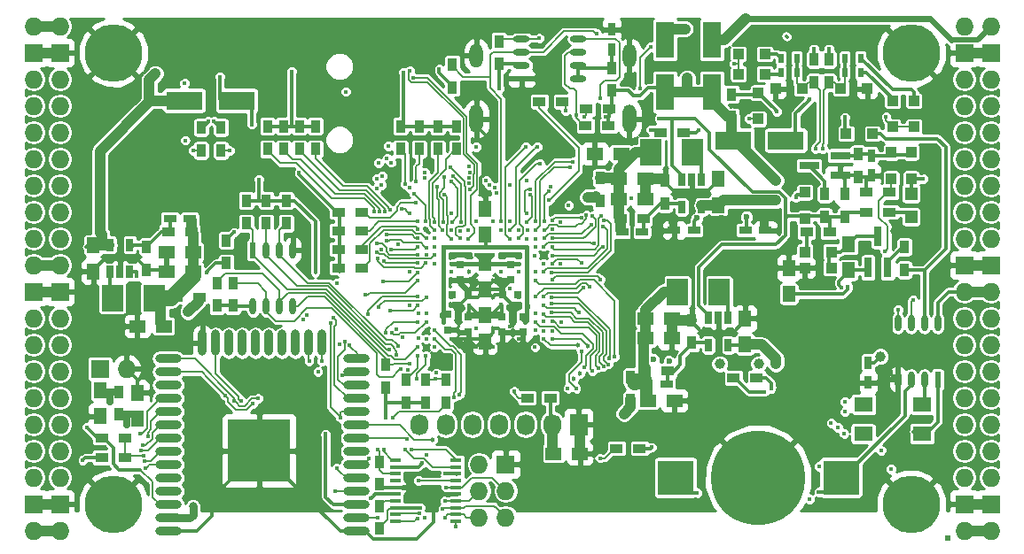
<source format=gbl>
G04 #@! TF.FileFunction,Copper,L4,Bot,Signal*
%FSLAX46Y46*%
G04 Gerber Fmt 4.6, Leading zero omitted, Abs format (unit mm)*
G04 Created by KiCad (PCBNEW 4.0.7+dfsg1-1) date Fri Feb 23 19:25:16 2018*
%MOMM*%
%LPD*%
G01*
G04 APERTURE LIST*
%ADD10C,0.100000*%
%ADD11O,1.727200X1.727200*%
%ADD12R,1.727200X1.727200*%
%ADD13R,0.500000X0.500000*%
%ADD14R,0.900000X1.200000*%
%ADD15R,1.800000X3.500000*%
%ADD16R,1.200000X0.900000*%
%ADD17R,2.000000X2.500000*%
%ADD18R,0.700000X1.200000*%
%ADD19R,1.250000X1.500000*%
%ADD20R,1.500000X1.250000*%
%ADD21R,0.800000X1.900000*%
%ADD22R,1.900000X0.800000*%
%ADD23R,1.200000X0.750000*%
%ADD24R,0.750000X1.200000*%
%ADD25C,5.500000*%
%ADD26R,1.000000X0.400000*%
%ADD27R,1.727200X2.032000*%
%ADD28O,1.727200X2.032000*%
%ADD29R,3.500000X1.800000*%
%ADD30R,3.500000X3.300000*%
%ADD31C,9.000000*%
%ADD32R,1.000000X1.000000*%
%ADD33O,1.300000X2.700000*%
%ADD34O,1.300000X2.300000*%
%ADD35R,0.600000X1.550000*%
%ADD36O,0.600000X1.550000*%
%ADD37R,1.550000X0.600000*%
%ADD38O,1.550000X0.600000*%
%ADD39O,2.500000X0.900000*%
%ADD40O,0.900000X2.500000*%
%ADD41R,6.000000X6.000000*%
%ADD42R,1.800000X1.400000*%
%ADD43R,1.200000X1.200000*%
%ADD44R,0.750000X0.800000*%
%ADD45R,0.800000X0.750000*%
%ADD46R,0.500000X0.900000*%
%ADD47C,0.400000*%
%ADD48C,1.000000*%
%ADD49C,0.600000*%
%ADD50C,0.454000*%
%ADD51C,0.800000*%
%ADD52C,0.700000*%
%ADD53C,0.300000*%
%ADD54C,1.000000*%
%ADD55C,0.500000*%
%ADD56C,0.190000*%
%ADD57C,0.600000*%
%ADD58C,0.400000*%
%ADD59C,0.800000*%
%ADD60C,0.700000*%
%ADD61C,1.500000*%
%ADD62C,0.127000*%
%ADD63C,1.200000*%
%ADD64C,0.200000*%
%ADD65C,0.254000*%
G04 APERTURE END LIST*
D10*
D11*
X97910000Y-62690000D03*
X95370000Y-62690000D03*
D12*
X97910000Y-65230000D03*
X95370000Y-65230000D03*
D11*
X97910000Y-67770000D03*
X95370000Y-67770000D03*
X97910000Y-70310000D03*
X95370000Y-70310000D03*
X97910000Y-72850000D03*
X95370000Y-72850000D03*
X97910000Y-75390000D03*
X95370000Y-75390000D03*
X97910000Y-77930000D03*
X95370000Y-77930000D03*
X97910000Y-80470000D03*
X95370000Y-80470000D03*
X97910000Y-83010000D03*
X95370000Y-83010000D03*
X97910000Y-85550000D03*
X95370000Y-85550000D03*
D12*
X97910000Y-88090000D03*
X95370000Y-88090000D03*
D11*
X97910000Y-90630000D03*
X95370000Y-90630000D03*
X97910000Y-93170000D03*
X95370000Y-93170000D03*
X97910000Y-95710000D03*
X95370000Y-95710000D03*
X97910000Y-98250000D03*
X95370000Y-98250000D03*
X97910000Y-100790000D03*
X95370000Y-100790000D03*
X97910000Y-103330000D03*
X95370000Y-103330000D03*
X97910000Y-105870000D03*
X95370000Y-105870000D03*
D12*
X97910000Y-108410000D03*
X95370000Y-108410000D03*
D11*
X97910000Y-110950000D03*
X95370000Y-110950000D03*
D13*
X182675150Y-111637626D03*
D14*
X103498000Y-99858000D03*
X103498000Y-97658000D03*
D15*
X155695000Y-69000000D03*
X155695000Y-64000000D03*
D16*
X157430000Y-72850000D03*
X155230000Y-72850000D03*
D17*
X160870000Y-88090000D03*
X156870000Y-88090000D03*
D18*
X159825000Y-90600000D03*
X160775000Y-90600000D03*
X161725000Y-90600000D03*
X161725000Y-93200000D03*
X159825000Y-93200000D03*
D17*
X102895000Y-88725000D03*
X106895000Y-88725000D03*
D18*
X104575000Y-86215000D03*
X103625000Y-86215000D03*
X102675000Y-86215000D03*
X102675000Y-83615000D03*
X104575000Y-83615000D03*
D17*
X158330000Y-74755000D03*
X154330000Y-74755000D03*
D18*
X157285000Y-77392000D03*
X158235000Y-77392000D03*
X159185000Y-77392000D03*
X159185000Y-79992000D03*
X157285000Y-79992000D03*
D19*
X101085000Y-83665000D03*
X101085000Y-86165000D03*
D20*
X153810000Y-90630000D03*
X156310000Y-90630000D03*
X153810000Y-92535000D03*
X156310000Y-92535000D03*
D19*
X163315000Y-93150000D03*
X163315000Y-90650000D03*
D20*
X151270000Y-79200000D03*
X153770000Y-79200000D03*
X151270000Y-77295000D03*
X153770000Y-77295000D03*
D19*
X160775000Y-79815000D03*
X160775000Y-77315000D03*
D20*
X110590000Y-84280000D03*
X108090000Y-84280000D03*
X110590000Y-86185000D03*
X108090000Y-86185000D03*
D19*
X173221000Y-86038000D03*
X173221000Y-83538000D03*
D21*
X176965000Y-85780000D03*
X175065000Y-85780000D03*
X176015000Y-82780000D03*
D22*
X172435000Y-75075000D03*
X172435000Y-76975000D03*
X169435000Y-76025000D03*
D23*
X153910000Y-96910000D03*
X155810000Y-96910000D03*
X151570000Y-82375000D03*
X153470000Y-82375000D03*
X110290000Y-81105000D03*
X108390000Y-81105000D03*
D24*
X175380000Y-75075000D03*
X175380000Y-76975000D03*
D16*
X169200000Y-82375000D03*
X171400000Y-82375000D03*
D14*
X172840000Y-80935000D03*
X172840000Y-78735000D03*
D16*
X177115000Y-80470000D03*
X174915000Y-80470000D03*
D14*
X174110000Y-74925000D03*
X174110000Y-77125000D03*
X178555000Y-83815000D03*
X178555000Y-86015000D03*
X113785000Y-83180000D03*
X113785000Y-85380000D03*
X170935000Y-80935000D03*
X170935000Y-78735000D03*
X128390000Y-108580000D03*
X128390000Y-110780000D03*
D16*
X153239000Y-103076000D03*
X151039000Y-103076000D03*
X177115000Y-78565000D03*
X174915000Y-78565000D03*
X153760000Y-95640000D03*
X155960000Y-95640000D03*
X110440000Y-82375000D03*
X108240000Y-82375000D03*
X151420000Y-81105000D03*
X153620000Y-81105000D03*
D14*
X158235000Y-90800000D03*
X158235000Y-93000000D03*
X106165000Y-86015000D03*
X106165000Y-83815000D03*
X155695000Y-77465000D03*
X155695000Y-79665000D03*
D16*
X126696000Y-85804000D03*
X124496000Y-85804000D03*
X126696000Y-84026000D03*
X124496000Y-84026000D03*
X126696000Y-82248000D03*
X124496000Y-82248000D03*
X126696000Y-80470000D03*
X124496000Y-80470000D03*
D14*
X130422000Y-74458000D03*
X130422000Y-72258000D03*
X132200000Y-74458000D03*
X132200000Y-72258000D03*
X133978000Y-74458000D03*
X133978000Y-72258000D03*
X135756000Y-74458000D03*
X135756000Y-72258000D03*
D24*
X150589600Y-64910000D03*
X150589600Y-63010000D03*
D11*
X184270000Y-110950000D03*
X186810000Y-110950000D03*
D12*
X184270000Y-108410000D03*
X186810000Y-108410000D03*
D11*
X184270000Y-105870000D03*
X186810000Y-105870000D03*
X184270000Y-103330000D03*
X186810000Y-103330000D03*
X184270000Y-100790000D03*
X186810000Y-100790000D03*
X184270000Y-98250000D03*
X186810000Y-98250000D03*
X184270000Y-95710000D03*
X186810000Y-95710000D03*
X184270000Y-93170000D03*
X186810000Y-93170000D03*
X184270000Y-90630000D03*
X186810000Y-90630000D03*
X184270000Y-88090000D03*
X186810000Y-88090000D03*
D12*
X184270000Y-85550000D03*
X186810000Y-85550000D03*
D11*
X184270000Y-83010000D03*
X186810000Y-83010000D03*
X184270000Y-80470000D03*
X186810000Y-80470000D03*
X184270000Y-77930000D03*
X186810000Y-77930000D03*
X184270000Y-75390000D03*
X186810000Y-75390000D03*
X184270000Y-72850000D03*
X186810000Y-72850000D03*
X184270000Y-70310000D03*
X186810000Y-70310000D03*
X184270000Y-67770000D03*
X186810000Y-67770000D03*
D12*
X184270000Y-65230000D03*
X186810000Y-65230000D03*
D11*
X184270000Y-62690000D03*
X186810000Y-62690000D03*
D25*
X102990000Y-108410000D03*
X179190000Y-108410000D03*
X179190000Y-65230000D03*
X102990000Y-65230000D03*
D14*
X162045000Y-71410000D03*
X162045000Y-69210000D03*
X139820000Y-66330000D03*
X139820000Y-64130000D03*
X135375000Y-68532000D03*
X135375000Y-66332000D03*
X150615000Y-68870000D03*
X150615000Y-66670000D03*
D16*
X150275000Y-72215000D03*
X148075000Y-72215000D03*
X150380000Y-70600000D03*
X148180000Y-70600000D03*
D26*
X135735000Y-104215000D03*
X135735000Y-104865000D03*
X135735000Y-105515000D03*
X135735000Y-106165000D03*
X135735000Y-106815000D03*
X135735000Y-107465000D03*
X135735000Y-108115000D03*
X135735000Y-108765000D03*
X135735000Y-109415000D03*
X135735000Y-110065000D03*
X129935000Y-110065000D03*
X129935000Y-109415000D03*
X129935000Y-108765000D03*
X129935000Y-108115000D03*
X129935000Y-107465000D03*
X129935000Y-106815000D03*
X129935000Y-106165000D03*
X129935000Y-105515000D03*
X129935000Y-104865000D03*
X129935000Y-104215000D03*
D14*
X119500000Y-79370000D03*
X119500000Y-81570000D03*
X114420000Y-89444000D03*
X114420000Y-87244000D03*
X129025000Y-97275000D03*
X129025000Y-95075000D03*
X117595000Y-79370000D03*
X117595000Y-81570000D03*
X112896000Y-89444000D03*
X112896000Y-87244000D03*
X115690000Y-79370000D03*
X115690000Y-81570000D03*
D16*
X144730000Y-98250000D03*
X142530000Y-98250000D03*
D14*
X132835000Y-98715000D03*
X132835000Y-96515000D03*
X130930000Y-98715000D03*
X130930000Y-96515000D03*
D16*
X101890000Y-103965000D03*
X104090000Y-103965000D03*
D12*
X101720000Y-95456000D03*
D11*
X104260000Y-95456000D03*
D16*
X104090000Y-102060000D03*
X101890000Y-102060000D03*
D19*
X167506000Y-88324000D03*
X167506000Y-85824000D03*
D16*
X164415000Y-96345000D03*
X162215000Y-96345000D03*
D12*
X140455000Y-104600000D03*
D11*
X137915000Y-104600000D03*
X140455000Y-107140000D03*
X137915000Y-107140000D03*
X140455000Y-109680000D03*
X137915000Y-109680000D03*
D19*
X138500000Y-90370000D03*
X138500000Y-92870000D03*
X138500000Y-82670000D03*
X138500000Y-80170000D03*
X138500000Y-85370000D03*
X138500000Y-87870000D03*
X101720000Y-97508000D03*
X101720000Y-100008000D03*
D14*
X113277000Y-74585000D03*
X113277000Y-72385000D03*
X111372000Y-74585000D03*
X111372000Y-72385000D03*
X171316000Y-68065000D03*
X171316000Y-65865000D03*
X169919000Y-68065000D03*
X169919000Y-65865000D03*
D27*
X147440000Y-100790000D03*
D28*
X144900000Y-100790000D03*
X142360000Y-100790000D03*
X139820000Y-100790000D03*
X137280000Y-100790000D03*
X134740000Y-100790000D03*
X132200000Y-100790000D03*
D19*
X105276000Y-100262000D03*
X105276000Y-97762000D03*
D29*
X109761000Y-69802000D03*
X114761000Y-69802000D03*
X167212000Y-73612000D03*
X162212000Y-73612000D03*
D15*
X160140000Y-64000000D03*
X160140000Y-69000000D03*
D20*
X154064000Y-98504000D03*
X156564000Y-98504000D03*
X107796000Y-91392000D03*
X105296000Y-91392000D03*
X151484000Y-74882000D03*
X148984000Y-74882000D03*
D14*
X134740000Y-96515000D03*
X134740000Y-98715000D03*
D30*
X172485000Y-105870000D03*
X156685000Y-105870000D03*
D31*
X164585000Y-105870000D03*
D32*
X168756000Y-68659000D03*
X166256000Y-68659000D03*
X172479000Y-68659000D03*
X174979000Y-68659000D03*
X169050000Y-84280000D03*
X171550000Y-84280000D03*
X169030000Y-81085000D03*
X169030000Y-78585000D03*
X171550000Y-85804000D03*
X169050000Y-85804000D03*
X179190000Y-77275000D03*
X179190000Y-74775000D03*
X177285000Y-74775000D03*
X177285000Y-77275000D03*
X172987000Y-72977000D03*
X175487000Y-72977000D03*
X164585000Y-69060000D03*
X164585000Y-71560000D03*
D14*
X128390000Y-106546000D03*
X128390000Y-104346000D03*
X117722000Y-74458000D03*
X117722000Y-72258000D03*
X119246000Y-74458000D03*
X119246000Y-72258000D03*
X120770000Y-74458000D03*
X120770000Y-72258000D03*
X122294000Y-74458000D03*
X122294000Y-72258000D03*
D16*
X145880000Y-69900000D03*
X143680000Y-69900000D03*
D33*
X152280000Y-71550000D03*
X137680000Y-71550000D03*
D34*
X137680000Y-65500000D03*
X152280000Y-65500000D03*
D35*
X181730000Y-96505000D03*
D36*
X180460000Y-96505000D03*
X179190000Y-96505000D03*
X177920000Y-96505000D03*
X177920000Y-91105000D03*
X179190000Y-91105000D03*
X180460000Y-91105000D03*
X181730000Y-91105000D03*
D37*
X141980000Y-67706500D03*
D38*
X141980000Y-66436500D03*
X141980000Y-65166500D03*
X141980000Y-63896500D03*
X147380000Y-63896500D03*
X147380000Y-65166500D03*
X147380000Y-66436500D03*
X147380000Y-67706500D03*
D35*
X116325000Y-84120000D03*
D36*
X117595000Y-84120000D03*
X118865000Y-84120000D03*
X120135000Y-84120000D03*
X120135000Y-89520000D03*
X118865000Y-89520000D03*
X117595000Y-89520000D03*
X116325000Y-89520000D03*
D39*
X126230000Y-111000000D03*
X126230000Y-109730000D03*
X126230000Y-108460000D03*
X126230000Y-107190000D03*
X126230000Y-105920000D03*
X126230000Y-104650000D03*
X126230000Y-103380000D03*
X126230000Y-102110000D03*
X126230000Y-100840000D03*
X126230000Y-99570000D03*
X126230000Y-98300000D03*
X126230000Y-97030000D03*
X126230000Y-95760000D03*
X126230000Y-94490000D03*
D40*
X122945000Y-93000000D03*
X121675000Y-93000000D03*
X120405000Y-93000000D03*
X119135000Y-93000000D03*
X117865000Y-93000000D03*
X116595000Y-93000000D03*
X115325000Y-93000000D03*
X114055000Y-93000000D03*
X112785000Y-93000000D03*
X111515000Y-93000000D03*
D39*
X108230000Y-94490000D03*
X108230000Y-95760000D03*
X108230000Y-97030000D03*
X108230000Y-98300000D03*
X108230000Y-99570000D03*
X108230000Y-100840000D03*
X108230000Y-102110000D03*
X108230000Y-103380000D03*
X108230000Y-104650000D03*
X108230000Y-105920000D03*
X108230000Y-107190000D03*
X108230000Y-108460000D03*
X108230000Y-109730000D03*
X108230000Y-111000000D03*
D41*
X116930000Y-103300000D03*
D42*
X180212000Y-98882000D03*
X174612000Y-98882000D03*
X174612000Y-101682000D03*
X180212000Y-101682000D03*
D43*
X179190000Y-78735000D03*
X179190000Y-80935000D03*
D44*
X140900000Y-86970000D03*
X140900000Y-85470000D03*
X136100000Y-86970000D03*
X136100000Y-85470000D03*
X136900000Y-91970000D03*
X136900000Y-90470000D03*
X140100000Y-91970000D03*
X140100000Y-90470000D03*
X142100000Y-91970000D03*
X142100000Y-90470000D03*
X134900000Y-91770000D03*
X134900000Y-90270000D03*
D45*
X136850000Y-88420000D03*
X135350000Y-88420000D03*
X140150000Y-88420000D03*
X141650000Y-88420000D03*
D23*
X163350000Y-82220000D03*
X165250000Y-82220000D03*
X158450000Y-82220000D03*
X156550000Y-82220000D03*
D24*
X175100000Y-94870000D03*
X175100000Y-96770000D03*
D46*
X166756000Y-67135000D03*
X168256000Y-67135000D03*
X174350000Y-67120000D03*
X172850000Y-67120000D03*
D32*
X162700000Y-67262000D03*
X165200000Y-67262000D03*
X165200000Y-65357000D03*
X162700000Y-65357000D03*
X177412000Y-72322000D03*
X177412000Y-69822000D03*
X179444000Y-69822000D03*
X179444000Y-72322000D03*
D46*
X166756000Y-65738000D03*
X168256000Y-65738000D03*
X172852000Y-65738000D03*
X174352000Y-65738000D03*
D14*
X152393000Y-96261000D03*
X152393000Y-98461000D03*
D16*
X109002000Y-88598000D03*
X111202000Y-88598000D03*
D14*
X149472000Y-77211000D03*
X149472000Y-79411000D03*
D20*
X145047000Y-103584000D03*
X147547000Y-103584000D03*
D47*
X173856000Y-71538990D03*
D48*
X164947008Y-63194069D03*
X175494572Y-64322557D03*
D47*
X135342764Y-89381630D03*
X144103496Y-84660400D03*
D48*
X177658444Y-82281349D03*
D47*
X145680000Y-81405125D03*
X145691238Y-94166752D03*
X145759873Y-91010176D03*
D49*
X152525938Y-81463870D03*
D48*
X162956098Y-95078488D03*
X158539988Y-94868772D03*
D49*
X161075765Y-80992022D03*
X164882869Y-80938986D03*
X156262773Y-81349374D03*
X123437000Y-108972000D03*
D47*
X132871770Y-84533979D03*
X132862998Y-82124544D03*
X131278306Y-86213101D03*
X135281276Y-80583119D03*
X131279502Y-89407325D03*
X170309539Y-85441529D03*
X145672808Y-85396062D03*
X133216000Y-107465000D03*
X137680000Y-88600000D03*
X142480000Y-95000000D03*
X141680000Y-92600000D03*
X140836000Y-84534000D03*
X135284627Y-94985297D03*
X135288625Y-94225619D03*
X134455822Y-94267172D03*
X136095958Y-93369652D03*
D50*
X139264636Y-91615205D03*
D48*
X116880503Y-64802940D03*
X106974809Y-64953974D03*
D47*
X177285000Y-95710000D03*
X140880000Y-81400000D03*
X140874194Y-91433353D03*
X142480000Y-94200000D03*
X140880000Y-93400000D03*
X139280000Y-93400000D03*
X137680000Y-93400000D03*
X136880000Y-92600000D03*
X135280000Y-92600000D03*
X132880000Y-91800000D03*
X132880000Y-93400000D03*
D50*
X141042859Y-86994997D03*
X139280000Y-87000000D03*
X136110990Y-86995403D03*
X137680000Y-87000000D03*
X136080000Y-84600000D03*
X139280000Y-88600000D03*
D48*
X166255545Y-79350736D03*
X166275426Y-77452540D03*
X157807568Y-67669269D03*
X101707889Y-82423180D03*
X107021491Y-67228122D03*
X166284693Y-95025145D03*
D47*
X172564535Y-87722010D03*
X150030853Y-71331848D03*
D48*
X157600000Y-62944000D03*
D47*
X113660608Y-89375718D03*
D48*
X148268387Y-79050018D03*
D47*
X134124945Y-66775980D03*
X139864366Y-68665673D03*
X137659051Y-91638034D03*
X135273306Y-88618602D03*
X135280000Y-86200000D03*
X135280000Y-85440000D03*
X158870000Y-72596000D03*
X114513935Y-82409431D03*
X116912932Y-77355158D03*
X109760378Y-68177900D03*
X109840000Y-73620000D03*
X132110753Y-92527478D03*
X165803369Y-97344883D03*
D48*
X160905403Y-95006436D03*
D49*
X158731133Y-81048929D03*
X154593901Y-94607945D03*
X156088245Y-94762980D03*
D48*
X164625730Y-94982471D03*
D49*
X163462982Y-80942429D03*
D48*
X176254940Y-94288458D03*
D51*
X110593913Y-108636458D03*
D47*
X180340784Y-77316932D03*
X173137949Y-87594275D03*
D52*
X102710050Y-98594954D03*
D47*
X129005202Y-100174798D03*
X172834633Y-99599920D03*
X172879922Y-98618650D03*
X176305593Y-103279812D03*
X100080000Y-104200000D03*
X139272517Y-84611349D03*
X137680556Y-84534085D03*
X141680000Y-86200000D03*
X132880000Y-92600000D03*
X141680000Y-88600000D03*
X141680000Y-85400000D03*
X129983242Y-91668979D03*
X121431221Y-90311593D03*
X121088335Y-90753785D03*
X130583026Y-92475628D03*
X146394787Y-97333919D03*
X143300000Y-86220000D03*
X147175985Y-97333919D03*
X147700000Y-93820000D03*
X144900000Y-91820000D03*
X142277990Y-91000000D03*
D48*
X110128890Y-90028152D03*
D47*
X142480000Y-83800000D03*
X134480000Y-83800000D03*
X134480000Y-91000000D03*
X125193541Y-68962993D03*
X155115280Y-71563465D03*
X105245010Y-86595559D03*
X169517039Y-69686488D03*
X170362901Y-107286196D03*
X158716651Y-107325176D03*
X136028224Y-97922729D03*
X128216338Y-109760338D03*
X132708000Y-109680000D03*
X134750646Y-106810513D03*
X133680000Y-91800000D03*
X135517016Y-98167170D03*
X134675868Y-108131585D03*
D50*
X133449289Y-102232615D03*
D47*
X133680000Y-92600000D03*
X127419091Y-104077728D03*
X132936956Y-103711000D03*
X133685482Y-93402296D03*
X134463998Y-108841973D03*
X131986331Y-96404793D03*
X131039072Y-102187000D03*
X134636872Y-109719950D03*
X132846234Y-94197073D03*
X176700000Y-84220000D03*
X143260000Y-84620000D03*
X120739932Y-76694083D03*
X130704878Y-67105564D03*
X147983153Y-71347080D03*
X149475951Y-69619684D03*
X147186000Y-71200000D03*
X121687479Y-94718249D03*
X128776655Y-87127857D03*
X132083026Y-86260405D03*
X113700000Y-98020000D03*
X116325960Y-98790853D03*
X122932649Y-94724357D03*
X124849021Y-96102869D03*
X122527919Y-95725900D03*
X116198000Y-72088000D03*
X127586603Y-107875044D03*
X113157250Y-67567056D03*
X146180000Y-70800000D03*
X131453853Y-103208291D03*
X149771692Y-81825658D03*
X144080000Y-86200000D03*
X149533922Y-86909940D03*
X144894316Y-86977564D03*
X144896700Y-83835368D03*
X149549750Y-80868432D03*
D50*
X147343891Y-93217126D03*
D47*
X144113248Y-92588762D03*
X144875155Y-86292748D03*
X149846468Y-81303978D03*
X148696112Y-80861847D03*
X144916886Y-82991356D03*
D50*
X148349010Y-93322307D03*
D47*
X144882352Y-92577990D03*
X144902941Y-90956495D03*
X148747982Y-95669626D03*
X144867244Y-90112484D03*
X149795895Y-95251084D03*
X144855814Y-89268481D03*
X150278898Y-95040253D03*
X150345974Y-94517527D03*
X144877648Y-88622010D03*
X150889207Y-94332565D03*
X143280000Y-87000000D03*
X130211351Y-93284273D03*
X131084713Y-95564177D03*
X130422000Y-95456000D03*
X131316164Y-94959140D03*
X130053332Y-94113207D03*
X132031990Y-93400000D03*
X129371747Y-93601166D03*
X141280657Y-97642010D03*
X133852393Y-95875797D03*
X133762848Y-96395146D03*
X132080000Y-94200000D03*
X128622659Y-84064643D03*
X105895603Y-103765816D03*
X130839477Y-103208987D03*
X129449238Y-89873934D03*
X132075624Y-89410644D03*
X128806823Y-103185900D03*
X128312094Y-89556924D03*
X132162861Y-106185868D03*
X132880000Y-88600000D03*
X127040053Y-88426410D03*
X124322162Y-105002357D03*
X132080000Y-87000000D03*
X125525099Y-93236764D03*
X124202418Y-107207639D03*
X110599084Y-74589383D03*
X132024412Y-109766775D03*
X114104080Y-74612196D03*
X132219727Y-109277292D03*
X115190634Y-98572389D03*
X131847310Y-79589886D03*
X132080000Y-81400000D03*
X132080007Y-82103333D03*
X132872609Y-82968555D03*
X133627359Y-81414685D03*
X133648389Y-82190597D03*
X131923295Y-77584853D03*
X130856828Y-77786820D03*
X129555604Y-91985990D03*
X132880000Y-91000000D03*
X129028593Y-91985999D03*
X132077338Y-91002010D03*
X131275302Y-80595752D03*
X130489904Y-80167235D03*
X128823114Y-85153560D03*
X132072985Y-85377990D03*
X163703220Y-71542164D03*
X133876016Y-78047133D03*
X134433979Y-82180155D03*
X135656559Y-110610712D03*
X149495225Y-104009099D03*
X132468001Y-104503413D03*
D52*
X104260000Y-100790000D03*
D47*
X114560994Y-98539563D03*
X116800000Y-98320000D03*
X111895217Y-86253790D03*
X170383147Y-104803648D03*
X165170594Y-97666317D03*
X169506589Y-107953726D03*
X170026483Y-74446860D03*
X142571021Y-82204353D03*
X143287402Y-83042010D03*
X154425580Y-102987766D03*
X168166438Y-79108038D03*
X112614274Y-71803529D03*
X112074854Y-71810535D03*
X143269694Y-93414905D03*
X177274002Y-105079115D03*
X172761273Y-101651681D03*
X143280000Y-91800000D03*
X172193360Y-101105663D03*
X144064831Y-91877646D03*
X144080000Y-90956495D03*
X171540304Y-100645743D03*
X135277990Y-82193851D03*
X129493343Y-75737814D03*
X136124555Y-82260038D03*
X129125079Y-75315804D03*
X135175257Y-76183471D03*
X136080000Y-83000000D03*
X129252218Y-74142461D03*
X170739071Y-74406366D03*
X142452365Y-77452681D03*
X142460000Y-83020000D03*
X143280000Y-83800000D03*
X169919000Y-64849000D03*
X171316000Y-64849000D03*
X125110333Y-92897638D03*
X124361185Y-87274371D03*
X124361184Y-87274370D03*
X182675150Y-111637626D03*
X172853718Y-71407275D03*
X166353476Y-70835462D03*
X123273881Y-101715917D03*
X129660000Y-100155000D03*
X127308270Y-90221456D03*
X132084049Y-88558274D03*
X128280000Y-103200000D03*
X120008000Y-67008000D03*
X133680000Y-83000000D03*
X129457990Y-80285112D03*
X133680000Y-83800000D03*
X128943593Y-80399729D03*
X130204628Y-83599483D03*
X128416582Y-80399850D03*
X127889625Y-80407426D03*
X133680000Y-85400000D03*
X140896226Y-87816226D03*
X140038941Y-89350966D03*
X136944530Y-89373464D03*
D50*
X136938110Y-86196311D03*
D47*
X140014602Y-86192969D03*
X139285803Y-90177691D03*
X137689001Y-90122990D03*
D48*
X151758000Y-99774000D03*
D47*
X136885174Y-90194826D03*
X140094890Y-90122990D03*
X128333179Y-75769807D03*
X134613000Y-78819000D03*
X135280000Y-83022010D03*
X154298000Y-72596000D03*
X100450000Y-101044000D03*
X132285867Y-108754446D03*
X134707351Y-105508447D03*
X139280000Y-81400000D03*
X139597952Y-78621954D03*
X139377921Y-78143072D03*
X138917428Y-77886776D03*
X138599052Y-77466803D03*
X137620226Y-74221760D03*
X137680000Y-81400000D03*
X136970301Y-76084594D03*
X137008313Y-76692245D03*
X136991219Y-77219258D03*
X136991219Y-77746651D03*
X135473100Y-77078127D03*
X136160979Y-81416027D03*
X135235465Y-77548522D03*
X135316968Y-81442010D03*
X134629088Y-77130506D03*
X134471370Y-81406751D03*
D50*
X146942280Y-96452058D03*
X147534467Y-95913260D03*
D47*
X147928857Y-95339016D03*
X143322010Y-91000657D03*
X149284391Y-95377990D03*
X144077013Y-90266968D03*
X147430953Y-90112484D03*
X144076240Y-89395301D03*
X143322010Y-90201951D03*
X147910791Y-87683418D03*
X144082832Y-88584510D03*
X143322010Y-88595030D03*
X148483539Y-87608166D03*
X144102010Y-85397219D03*
X144889349Y-85448737D03*
X147687390Y-85374093D03*
X149732494Y-83807694D03*
X144912409Y-84635817D03*
X148921512Y-83442010D03*
X144103186Y-83777990D03*
X144131413Y-83000000D03*
X148610661Y-81705858D03*
X144888125Y-82147345D03*
X144176662Y-82199998D03*
X148175253Y-80781550D03*
X147688311Y-80983115D03*
X144880008Y-81303333D03*
X142773842Y-78808575D03*
X142460000Y-81420000D03*
X142766742Y-78281611D03*
X142460000Y-80620000D03*
X144568886Y-78517622D03*
X144175043Y-81398770D03*
X144786095Y-78037454D03*
X146587441Y-76174058D03*
X143332651Y-82197990D03*
X146901448Y-75654906D03*
X143331031Y-81377293D03*
X143708879Y-75817300D03*
X141727010Y-82998875D03*
X141727010Y-82194937D03*
X140028978Y-82200000D03*
X140880009Y-77894044D03*
X142390990Y-74236149D03*
X140861329Y-83041266D03*
X143457010Y-74219135D03*
X140872990Y-82177164D03*
X132761172Y-77202673D03*
X132737245Y-76676207D03*
X128644933Y-77050030D03*
X128152012Y-77257840D03*
X128125571Y-78233647D03*
X128590544Y-77894041D03*
X131253134Y-78134216D03*
X131709326Y-78745875D03*
X132783339Y-81400004D03*
X132079024Y-82984045D03*
X129109095Y-82655074D03*
X105572759Y-101661319D03*
X106276126Y-101893466D03*
X132880889Y-83897835D03*
X129054383Y-83179239D03*
X129487667Y-84079929D03*
X132083682Y-83828056D03*
X105813763Y-102819336D03*
X128165458Y-83509725D03*
X132062099Y-84533979D03*
X105627254Y-103312241D03*
X128182016Y-84353737D03*
X105992720Y-104283802D03*
X133671942Y-84595200D03*
X128207686Y-84880123D03*
X106088753Y-104974041D03*
X132834641Y-85377990D03*
X124707442Y-100126977D03*
X124632693Y-93120351D03*
X123714874Y-91057383D03*
X132900000Y-90180000D03*
X124022612Y-90627600D03*
X132100000Y-90157990D03*
X137020172Y-78350165D03*
X162271466Y-66284958D03*
X136900000Y-82220000D03*
X131329207Y-66928055D03*
X176797084Y-71341791D03*
X136900000Y-83020000D03*
X131644095Y-67620000D03*
X177926984Y-89812061D03*
X153297112Y-68665673D03*
X154329326Y-64643767D03*
X152497066Y-79193467D03*
X146481406Y-79819384D03*
X143650666Y-63862520D03*
X179351513Y-88868327D03*
X149134122Y-63424051D03*
X140035989Y-81400000D03*
X144597053Y-79361633D03*
D53*
X167336000Y-63706000D02*
X167252000Y-63622000D01*
X138500000Y-87870000D02*
X137137029Y-87870000D01*
X137137029Y-87870000D02*
X136979988Y-88027041D01*
X136979988Y-88027041D02*
X136850000Y-88027041D01*
X140150000Y-88420000D02*
X140150000Y-87836000D01*
X140150000Y-87836000D02*
X140150000Y-87618935D01*
X138500000Y-87870000D02*
X140116000Y-87870000D01*
X140116000Y-87870000D02*
X140150000Y-87836000D01*
X139280000Y-88600000D02*
X139230000Y-88600000D01*
X139230000Y-88600000D02*
X138500000Y-87870000D01*
X137680000Y-88600000D02*
X137770000Y-88600000D01*
X137770000Y-88600000D02*
X138500000Y-87870000D01*
D54*
X147547000Y-103584000D02*
X147547000Y-100897000D01*
D53*
X147547000Y-100897000D02*
X147440000Y-100790000D01*
X138630000Y-76684175D02*
X138102251Y-77211924D01*
X138102251Y-77211924D02*
X138102251Y-78722251D01*
X137680000Y-72250000D02*
X138630000Y-73200000D01*
X138630000Y-73200000D02*
X138630000Y-76684175D01*
X138102251Y-78722251D02*
X138500000Y-79120000D01*
X138500000Y-79120000D02*
X138500000Y-80170000D01*
X137680000Y-71550000D02*
X137680000Y-72250000D01*
X175494572Y-64322557D02*
X166075496Y-64322557D01*
X166075496Y-64322557D02*
X165447007Y-63694068D01*
X165447007Y-63694068D02*
X164947008Y-63194069D01*
X164882869Y-80938986D02*
X164882869Y-81852869D01*
X164882869Y-81852869D02*
X165250000Y-82220000D01*
X156550000Y-82220000D02*
X156550000Y-82895000D01*
X156550000Y-82895000D02*
X155822000Y-83623000D01*
X155822000Y-83623000D02*
X155822000Y-83645000D01*
X156262773Y-81349374D02*
X156262773Y-81932773D01*
X156262773Y-81932773D02*
X156550000Y-82220000D01*
X139264636Y-91615205D02*
X139745205Y-91615205D01*
X139745205Y-91615205D02*
X140100000Y-91970000D01*
D55*
X140150000Y-88420000D02*
X140150000Y-87606614D01*
X140150000Y-87606614D02*
X139543386Y-87000000D01*
D53*
X139543386Y-87000000D02*
X139280000Y-87000000D01*
D55*
X140150000Y-87618935D02*
X140773938Y-86994997D01*
D53*
X140773938Y-86994997D02*
X141042859Y-86994997D01*
X137680000Y-87000000D02*
X137680000Y-87050000D01*
X137680000Y-87050000D02*
X138500000Y-87870000D01*
X139280000Y-87000000D02*
X139280000Y-87090000D01*
X139280000Y-87090000D02*
X138500000Y-87870000D01*
X140150000Y-88420000D02*
X141150000Y-89420000D01*
X140150000Y-88420000D02*
X139460000Y-88420000D01*
X139460000Y-88420000D02*
X139280000Y-88600000D01*
X137680000Y-87000000D02*
X137680000Y-87298789D01*
D55*
X137680000Y-87298789D02*
X136850000Y-88128789D01*
D53*
X136850000Y-88128789D02*
X136850000Y-88420000D01*
X136110990Y-86995403D02*
X136110990Y-87288031D01*
X136850000Y-88027041D02*
X136850000Y-88420000D01*
D55*
X136110990Y-87288031D02*
X136850000Y-88027041D01*
D53*
X136110990Y-86995403D02*
X137675403Y-86995403D01*
X137675403Y-86995403D02*
X137680000Y-87000000D01*
X135850000Y-90220000D02*
X135850000Y-89545000D01*
X135850000Y-89545000D02*
X136795000Y-88600000D01*
X136795000Y-88600000D02*
X137397158Y-88600000D01*
X137397158Y-88600000D02*
X137680000Y-88600000D01*
X153039876Y-83645000D02*
X155822000Y-83645000D01*
X152525938Y-83131062D02*
X153039876Y-83645000D01*
X152525938Y-81463870D02*
X152525938Y-83131062D01*
D56*
X138029000Y-66332000D02*
X138115000Y-66246000D01*
D53*
X133415999Y-107664999D02*
X133216000Y-107465000D01*
X133612013Y-107861013D02*
X133415999Y-107664999D01*
X131991648Y-111780338D02*
X133612013Y-110159973D01*
X127810434Y-111780338D02*
X131991648Y-111780338D01*
X133612013Y-110159973D02*
X133612013Y-107861013D01*
X127060434Y-111030338D02*
X127810434Y-111780338D01*
X126260434Y-111030338D02*
X127060434Y-111030338D01*
D54*
X184270000Y-108410000D02*
X186810000Y-108410000D01*
X184270000Y-85550000D02*
X186810000Y-85550000D01*
X184270000Y-65230000D02*
X186810000Y-65230000D01*
X95370000Y-65230000D02*
X97910000Y-65230000D01*
X95370000Y-88090000D02*
X97910000Y-88090000D01*
X95370000Y-108410000D02*
X97910000Y-108410000D01*
D53*
X108260434Y-111030338D02*
X109060434Y-111030338D01*
X109060434Y-111030338D02*
X109140772Y-110950000D01*
X110957617Y-110950000D02*
X112380000Y-109527617D01*
X109140772Y-110950000D02*
X110957617Y-110950000D01*
X112380000Y-109527617D02*
X112380000Y-107854384D01*
X112380000Y-107854384D02*
X116904046Y-103330338D01*
X116904046Y-103330338D02*
X116960434Y-103330338D01*
X167506000Y-85824000D02*
X169927068Y-85824000D01*
X169927068Y-85824000D02*
X170109540Y-85641528D01*
X170109540Y-85641528D02*
X170309539Y-85441529D01*
X104260000Y-95456000D02*
X105276000Y-96472000D01*
X105276000Y-96472000D02*
X105276000Y-97762000D01*
X133216000Y-107465000D02*
X132214478Y-107465000D01*
X135735000Y-107465000D02*
X133216000Y-107465000D01*
X132214478Y-107465000D02*
X131572496Y-106823018D01*
X131572496Y-106823018D02*
X129919874Y-106823018D01*
X126260434Y-111030338D02*
X124660659Y-111030338D01*
X124660659Y-111030338D02*
X116960659Y-103330338D01*
X116960659Y-103330338D02*
X116960434Y-103330338D01*
X129935000Y-106815000D02*
X128659000Y-106815000D01*
X128659000Y-106815000D02*
X128390000Y-106546000D01*
X128390000Y-106546000D02*
X128558000Y-106546000D01*
X136126306Y-93400000D02*
X136095958Y-93369652D01*
X136880000Y-92600000D02*
X136110348Y-93369652D01*
X136049652Y-93369652D02*
X136095958Y-93369652D01*
X137680000Y-93400000D02*
X136126306Y-93400000D01*
X135280000Y-92600000D02*
X136049652Y-93369652D01*
X136110348Y-93369652D02*
X136095958Y-93369652D01*
X139264636Y-92054364D02*
X139264636Y-91936231D01*
X139264636Y-91936231D02*
X139264636Y-91615205D01*
X138550000Y-92769000D02*
X139264636Y-92054364D01*
X136880000Y-92600000D02*
X137680000Y-93400000D01*
X136880000Y-92600000D02*
X138381000Y-92600000D01*
X138381000Y-92600000D02*
X138550000Y-92769000D01*
X135280000Y-92600000D02*
X136880000Y-92600000D01*
X138550000Y-92769000D02*
X138649000Y-92769000D01*
X138649000Y-92769000D02*
X139280000Y-93400000D01*
X138550000Y-92769000D02*
X138311000Y-92769000D01*
X138311000Y-92769000D02*
X137680000Y-93400000D01*
X177285000Y-95710000D02*
X177285000Y-95964000D01*
X177285000Y-95964000D02*
X177920000Y-96599000D01*
X102210000Y-84915000D02*
X103625000Y-84915000D01*
X103625000Y-84915000D02*
X105215000Y-84915000D01*
X103625000Y-86215000D02*
X103625000Y-84915000D01*
X105215000Y-84915000D02*
X106165000Y-85865000D01*
X106165000Y-85865000D02*
X106165000Y-86015000D01*
X101085000Y-86165000D02*
X101085000Y-86040000D01*
X101085000Y-86040000D02*
X102210000Y-84915000D01*
X106165000Y-86015000D02*
X107920000Y-86015000D01*
X107920000Y-86015000D02*
X108090000Y-86185000D01*
D54*
X153770000Y-77295000D02*
X155525000Y-77295000D01*
D53*
X155525000Y-77295000D02*
X155695000Y-77465000D01*
D54*
X153770000Y-79200000D02*
X153770000Y-77295000D01*
D53*
X174110000Y-77125000D02*
X174745000Y-77125000D01*
X174745000Y-77125000D02*
X175230000Y-77125000D01*
X174915000Y-78565000D02*
X174915000Y-77295000D01*
X174915000Y-77295000D02*
X174745000Y-77125000D01*
X172840000Y-78735000D02*
X172840000Y-77380000D01*
X172840000Y-77380000D02*
X172435000Y-76975000D01*
X175230000Y-77125000D02*
X175380000Y-76975000D01*
X172435000Y-76975000D02*
X173960000Y-76975000D01*
X173960000Y-76975000D02*
X174110000Y-77125000D01*
X159850000Y-78365000D02*
X158235000Y-78365000D01*
X158235000Y-78365000D02*
X156445000Y-78365000D01*
X158235000Y-77235000D02*
X158235000Y-78365000D01*
X160775000Y-77315000D02*
X160775000Y-77440000D01*
X160775000Y-77440000D02*
X159850000Y-78365000D01*
X156445000Y-78365000D02*
X155695000Y-77615000D01*
X155695000Y-77615000D02*
X155695000Y-77465000D01*
D54*
X156310000Y-90630000D02*
X156310000Y-92535000D01*
X158235000Y-90800000D02*
X156480000Y-90800000D01*
D53*
X156480000Y-90800000D02*
X156310000Y-90630000D01*
X163315000Y-90650000D02*
X163315000Y-90834602D01*
X163315000Y-90834602D02*
X162249602Y-91900000D01*
X162249602Y-91900000D02*
X160775000Y-91900000D01*
X101085000Y-86165000D02*
X101085000Y-85929893D01*
X106165000Y-85944374D02*
X106165000Y-86015000D01*
X159185000Y-91900000D02*
X160775000Y-91900000D01*
X160775000Y-90600000D02*
X160775000Y-91900000D01*
X158235000Y-90800000D02*
X158235000Y-90950000D01*
X158235000Y-90950000D02*
X159185000Y-91900000D01*
X108090000Y-84280000D02*
X108090000Y-86185000D01*
X107625000Y-84745000D02*
X108090000Y-84280000D01*
X108070000Y-84260000D02*
X108090000Y-84280000D01*
X141037856Y-87000000D02*
X141042859Y-86994997D01*
X139280000Y-87000000D02*
X141037856Y-87000000D01*
D54*
X160790000Y-79800000D02*
X161239264Y-79350736D01*
X161239264Y-79350736D02*
X165548439Y-79350736D01*
X165548439Y-79350736D02*
X166255545Y-79350736D01*
X165775427Y-76952541D02*
X166275426Y-77452540D01*
X162045000Y-73222114D02*
X165775427Y-76952541D01*
X162045000Y-71410000D02*
X162045000Y-73222114D01*
X162045000Y-71410000D02*
X162045000Y-71260000D01*
X155695000Y-69000000D02*
X157800000Y-69000000D01*
X157800000Y-69000000D02*
X160140000Y-69000000D01*
D53*
X157807568Y-68376375D02*
X157800000Y-68383943D01*
D54*
X157807568Y-67669269D02*
X157807568Y-68376375D01*
X157800000Y-68383943D02*
X157800000Y-69000000D01*
X101707889Y-74640111D02*
X101707889Y-81716074D01*
X106407114Y-69940886D02*
X101707889Y-74640111D01*
D53*
X101733051Y-82423180D02*
X101707889Y-82423180D01*
D54*
X101707889Y-81716074D02*
X101707889Y-82423180D01*
D53*
X101913492Y-82603621D02*
X101733051Y-82423180D01*
D54*
X106407114Y-69940886D02*
X106407114Y-67842499D01*
X106521492Y-67728121D02*
X107021491Y-67228122D01*
X106407114Y-67842499D02*
X106521492Y-67728121D01*
X166284693Y-94494693D02*
X166284693Y-95025145D01*
X164940000Y-93150000D02*
X166284693Y-94494693D01*
X163315000Y-93150000D02*
X164940000Y-93150000D01*
D53*
X150615000Y-68870000D02*
X152180000Y-68870000D01*
X153331001Y-69348999D02*
X152658999Y-69348999D01*
X152658999Y-69348999D02*
X152180000Y-68870000D01*
X154087002Y-68592998D02*
X155287998Y-68592998D01*
X153331001Y-69348999D02*
X154087002Y-68592998D01*
X155287998Y-68592998D02*
X155695000Y-69000000D01*
X101085000Y-83665000D02*
X101684316Y-83665000D01*
X101684316Y-83665000D02*
X101913492Y-83435824D01*
D54*
X101913492Y-83435824D02*
X101913492Y-82603621D01*
D53*
X172296000Y-87453475D02*
X172364536Y-87522011D01*
X172364536Y-87522011D02*
X172564535Y-87722010D01*
X172296000Y-87088000D02*
X172296000Y-87453475D01*
X173221000Y-86038000D02*
X173221000Y-86163000D01*
X173221000Y-86163000D02*
X172296000Y-87088000D01*
X150275000Y-71465000D02*
X150380000Y-71360000D01*
X150380000Y-71360000D02*
X150380000Y-70600000D01*
X150615000Y-70935000D02*
X150615000Y-69995990D01*
X150615000Y-69995990D02*
X150615000Y-68870000D01*
X150313695Y-71331848D02*
X150030853Y-71331848D01*
X150141848Y-71331848D02*
X150030853Y-71331848D01*
X150275000Y-71465000D02*
X150141848Y-71331848D01*
X150275000Y-72215000D02*
X150275000Y-71465000D01*
X160140000Y-69000000D02*
X160140000Y-69850000D01*
D54*
X160140000Y-69850000D02*
X161700000Y-71410000D01*
D53*
X110610000Y-69548000D02*
X110610000Y-69802000D01*
D54*
X109975000Y-69802000D02*
X106546000Y-69802000D01*
X106546000Y-69802000D02*
X106419000Y-69929000D01*
X106419000Y-69929000D02*
X106407114Y-69940886D01*
D53*
X106419000Y-69675000D02*
X106419000Y-69929000D01*
X100572432Y-83665000D02*
X100424079Y-83813353D01*
X101085000Y-83665000D02*
X100572432Y-83665000D01*
X160790000Y-79800000D02*
X160775000Y-79815000D01*
X160775000Y-79940000D02*
X160775000Y-79815000D01*
X164925000Y-93150000D02*
X164240000Y-93150000D01*
X164240000Y-93150000D02*
X163315000Y-93150000D01*
X101085000Y-83665000D02*
X101085000Y-83790000D01*
D54*
X159185000Y-79835000D02*
X160755000Y-79835000D01*
D53*
X160755000Y-79835000D02*
X160775000Y-79815000D01*
X161725000Y-93200000D02*
X163265000Y-93200000D01*
X163265000Y-93200000D02*
X163315000Y-93150000D01*
X173221000Y-86038000D02*
X174807000Y-86038000D01*
X174807000Y-86038000D02*
X175065000Y-85780000D01*
D54*
X101085000Y-83665000D02*
X102625000Y-83665000D01*
D53*
X102625000Y-83665000D02*
X102675000Y-83615000D01*
X161700000Y-71410000D02*
X162045000Y-71410000D01*
X162045000Y-71753000D02*
X162045000Y-71410000D01*
X155695000Y-64000000D02*
X155695000Y-63368337D01*
X155695000Y-63368337D02*
X156119337Y-62944000D01*
D54*
X156119337Y-62944000D02*
X157600000Y-62944000D01*
X160140000Y-64000000D02*
X161340000Y-64000000D01*
X161340000Y-64000000D02*
X163399217Y-61940783D01*
D57*
X163399217Y-61940783D02*
X180980783Y-61940783D01*
D55*
X185540000Y-63960000D02*
X186810000Y-62690000D01*
D57*
X180980783Y-61940783D02*
X183000000Y-63960000D01*
D55*
X183000000Y-63960000D02*
X185540000Y-63960000D01*
D53*
X115690000Y-79370000D02*
X116896500Y-79370000D01*
X116896500Y-79370000D02*
X117595000Y-79370000D01*
X116912932Y-77997068D02*
X116912932Y-79353568D01*
X116912932Y-79353568D02*
X116896500Y-79370000D01*
X113660608Y-89434608D02*
X113660608Y-89375718D01*
X113670000Y-89444000D02*
X113660608Y-89434608D01*
X114420000Y-89444000D02*
X113670000Y-89444000D01*
X113660608Y-89429392D02*
X113660608Y-89375718D01*
X113646000Y-89444000D02*
X113660608Y-89429392D01*
X112896000Y-89444000D02*
X113646000Y-89444000D01*
D54*
X144900000Y-100790000D02*
X144900000Y-103437000D01*
D53*
X144900000Y-103437000D02*
X145047000Y-103584000D01*
D54*
X149080093Y-79019093D02*
X149049168Y-79050018D01*
X148975493Y-79050018D02*
X148268387Y-79050018D01*
X149049168Y-79050018D02*
X148975493Y-79050018D01*
D53*
X149080093Y-79019093D02*
X149472000Y-79411000D01*
X135375000Y-68382000D02*
X134124945Y-67131945D01*
X135375000Y-68532000D02*
X135375000Y-68382000D01*
X134124945Y-67131945D02*
X134124945Y-67058822D01*
X134124945Y-67058822D02*
X134124945Y-66775980D01*
X139820000Y-66330000D02*
X139820000Y-68621307D01*
X139820000Y-68621307D02*
X139864366Y-68665673D01*
X163462982Y-80942429D02*
X163462982Y-82107018D01*
X163462982Y-82107018D02*
X163350000Y-82220000D01*
X158450000Y-82220000D02*
X158450000Y-81330062D01*
X158450000Y-81330062D02*
X158731133Y-81048929D01*
X175100000Y-94870000D02*
X175673398Y-94870000D01*
X175673398Y-94870000D02*
X176254940Y-94288458D01*
D58*
X135280000Y-85440000D02*
X135700000Y-85440000D01*
X135700000Y-85440000D02*
X138430000Y-85440000D01*
D53*
X136100000Y-85470000D02*
X135730000Y-85470000D01*
X135730000Y-85470000D02*
X135700000Y-85440000D01*
D58*
X141680000Y-85400000D02*
X140900000Y-85400000D01*
X140900000Y-85400000D02*
X138530000Y-85400000D01*
D53*
X140500000Y-85470000D02*
X140830000Y-85470000D01*
X140830000Y-85470000D02*
X140900000Y-85400000D01*
X138430000Y-85440000D02*
X138500000Y-85370000D01*
X138530000Y-85400000D02*
X138500000Y-85370000D01*
X158616000Y-72850000D02*
X158870000Y-72596000D01*
X157430000Y-72850000D02*
X158616000Y-72850000D01*
X113785000Y-83138366D02*
X114313936Y-82609430D01*
X113785000Y-83180000D02*
X113785000Y-83138366D01*
X114313936Y-82609430D02*
X114513935Y-82409431D01*
X116912932Y-77638000D02*
X116912932Y-77355158D01*
X116912932Y-77997068D02*
X116912932Y-77638000D01*
X115690000Y-79370000D02*
X115690000Y-79220000D01*
X112856637Y-89483363D02*
X112896000Y-89444000D01*
X179190000Y-78735000D02*
X179190000Y-77275000D01*
X165803369Y-96833369D02*
X165803369Y-97062041D01*
X165315000Y-96345000D02*
X165803369Y-96833369D01*
X165803369Y-97062041D02*
X165803369Y-97344883D01*
X164415000Y-96345000D02*
X165315000Y-96345000D01*
D59*
X110593913Y-109202143D02*
X110593913Y-108636458D01*
X110593913Y-109476859D02*
X110593913Y-109202143D01*
X110310434Y-109760338D02*
X110593913Y-109476859D01*
X108260434Y-109760338D02*
X110310434Y-109760338D01*
D53*
X179190000Y-77075000D02*
X179431932Y-77316932D01*
X179431932Y-77316932D02*
X180057942Y-77316932D01*
X180057942Y-77316932D02*
X180340784Y-77316932D01*
D54*
X184270000Y-110950000D02*
X186810000Y-110950000D01*
X184270000Y-88090000D02*
X186810000Y-88090000D01*
X95370000Y-62690000D02*
X97910000Y-62690000D01*
X95370000Y-85550000D02*
X97910000Y-85550000D01*
X95370000Y-110950000D02*
X97910000Y-110950000D01*
D53*
X129025000Y-97275000D02*
X129025000Y-98800000D01*
X129025000Y-98800000D02*
X129025000Y-100155000D01*
X130930000Y-98715000D02*
X129110000Y-98715000D01*
X129110000Y-98715000D02*
X129025000Y-98800000D01*
X167506000Y-88324000D02*
X172691066Y-88324000D01*
X172691066Y-88324000D02*
X173137949Y-87877117D01*
X173137949Y-87877117D02*
X173137949Y-87594275D01*
D60*
X102710050Y-97683950D02*
X102710050Y-98099980D01*
X102736000Y-97658000D02*
X102710050Y-97683950D01*
X102710050Y-98099980D02*
X102710050Y-98594954D01*
X102736000Y-97658000D02*
X101870000Y-97658000D01*
X103498000Y-97658000D02*
X102736000Y-97658000D01*
D53*
X101870000Y-97658000D02*
X101720000Y-97508000D01*
X129025000Y-100155000D02*
X129005202Y-100174798D01*
X129025000Y-97275000D02*
X129025000Y-98175000D01*
X132835000Y-98715000D02*
X130930000Y-98715000D01*
X138550000Y-85042000D02*
X138188471Y-85042000D01*
X138188471Y-85042000D02*
X137680556Y-84534085D01*
X138550000Y-85042000D02*
X138841866Y-85042000D01*
X138841866Y-85042000D02*
X139272517Y-84611349D01*
X137680556Y-84534085D02*
X139195253Y-84534085D01*
X139195253Y-84534085D02*
X139272517Y-84611349D01*
X181730000Y-89106000D02*
X182746000Y-88090000D01*
X182746000Y-88090000D02*
X184270000Y-88090000D01*
X181730000Y-91011000D02*
X181730000Y-89106000D01*
X144730000Y-98250000D02*
X144730000Y-99266000D01*
X144730000Y-99266000D02*
X144730000Y-99400000D01*
X144730000Y-99400000D02*
X144730000Y-100620000D01*
X122280000Y-86300000D02*
X122280000Y-81400000D01*
X122280000Y-81400000D02*
X120250000Y-79370000D01*
X120250000Y-79370000D02*
X119500000Y-79370000D01*
X100315000Y-103965000D02*
X100080000Y-104200000D01*
X101890000Y-103965000D02*
X100315000Y-103965000D01*
X117595000Y-79370000D02*
X119500000Y-79370000D01*
X114480000Y-89500000D02*
X116305000Y-89500000D01*
X116305000Y-89500000D02*
X116325000Y-89520000D01*
X144900000Y-98250000D02*
X144730000Y-98250000D01*
X144730000Y-100620000D02*
X144900000Y-100790000D01*
X139820000Y-66330000D02*
X141875000Y-66330000D01*
X141875000Y-66330000D02*
X141980000Y-66435000D01*
D56*
X146493162Y-96651096D02*
X146975986Y-97133920D01*
X146975986Y-97133920D02*
X147175985Y-97333919D01*
X147700000Y-93820000D02*
X147700000Y-94825565D01*
X147700000Y-94825565D02*
X146493162Y-96032403D01*
X146493162Y-96032403D02*
X146493162Y-96651096D01*
D53*
X156010000Y-95710000D02*
X156524914Y-95710000D01*
X156524914Y-95710000D02*
X157145126Y-95089788D01*
X157145126Y-95089788D02*
X157145126Y-94239874D01*
X157145126Y-94239874D02*
X158235000Y-93150000D01*
X158235000Y-93150000D02*
X158235000Y-93000000D01*
X155960000Y-95640000D02*
X155960000Y-96760000D01*
X155960000Y-96760000D02*
X155810000Y-96910000D01*
X158235000Y-93000000D02*
X159625000Y-93000000D01*
X159625000Y-93000000D02*
X159825000Y-93200000D01*
X142100000Y-90470000D02*
X142100000Y-90822010D01*
X142100000Y-90822010D02*
X142277990Y-91000000D01*
D58*
X134480000Y-90620000D02*
X134480000Y-90220000D01*
X134480000Y-90220000D02*
X134480000Y-83800000D01*
D53*
X134900000Y-90270000D02*
X134530000Y-90270000D01*
X134530000Y-90270000D02*
X134480000Y-90220000D01*
D58*
X142480000Y-83800000D02*
X142480000Y-89820000D01*
X142480000Y-89820000D02*
X142480000Y-90797990D01*
D53*
X142650000Y-89420000D02*
X142650000Y-89650000D01*
X142650000Y-89650000D02*
X142480000Y-89820000D01*
D58*
X134480000Y-91000000D02*
X134480000Y-90620000D01*
D53*
X134350000Y-90220000D02*
X134350000Y-90490000D01*
X134350000Y-90490000D02*
X134480000Y-90620000D01*
D58*
X142480000Y-90797990D02*
X142477989Y-90800001D01*
X142477989Y-90800001D02*
X142277990Y-91000000D01*
D54*
X111124699Y-88838819D02*
X111124699Y-89032343D01*
X111124699Y-89032343D02*
X110128890Y-90028152D01*
D58*
X137480000Y-83800000D02*
X138550000Y-83800000D01*
X138550000Y-83800000D02*
X142480000Y-83800000D01*
D53*
X138550000Y-83298000D02*
X138550000Y-83800000D01*
D58*
X134480000Y-83800000D02*
X137480000Y-83800000D01*
D53*
X156330000Y-71564536D02*
X158568523Y-71564536D01*
X166628506Y-78573735D02*
X167183550Y-79128779D01*
X164021390Y-78573735D02*
X166628506Y-78573735D01*
X159926293Y-72922306D02*
X159926293Y-74478638D01*
X158568523Y-71564536D02*
X159926293Y-72922306D01*
X167183550Y-79128779D02*
X167183550Y-81105000D01*
X159926293Y-74478638D02*
X164021390Y-78573735D01*
X156328929Y-71563465D02*
X155398122Y-71563465D01*
X156330000Y-71564536D02*
X156328929Y-71563465D01*
X155398122Y-71563465D02*
X155115280Y-71563465D01*
X157285000Y-77235000D02*
X157285000Y-76985000D01*
X157285000Y-76985000D02*
X156319773Y-76019773D01*
X156319773Y-76019773D02*
X156319773Y-71574763D01*
X156319773Y-71574763D02*
X156330000Y-71564536D01*
X105245010Y-86312717D02*
X105245010Y-86595559D01*
X105245010Y-86235010D02*
X105245010Y-86312717D01*
X104575000Y-86215000D02*
X105225000Y-86215000D01*
X105225000Y-86215000D02*
X105245010Y-86235010D01*
X167183550Y-81105000D02*
X167183550Y-82681450D01*
X166265000Y-83600000D02*
X161080000Y-83600000D01*
X167183550Y-82681450D02*
X166265000Y-83600000D01*
X161080000Y-83600000D02*
X158880000Y-85800000D01*
X158880000Y-85800000D02*
X158880000Y-89400000D01*
X158880000Y-89400000D02*
X159825000Y-90345000D01*
X159825000Y-90345000D02*
X159825000Y-90600000D01*
X169030000Y-80885000D02*
X167403550Y-80885000D01*
X167403550Y-80885000D02*
X167183550Y-81105000D01*
X168980000Y-80885000D02*
X169030000Y-80885000D01*
X169030000Y-80885000D02*
X170885000Y-80885000D01*
X170885000Y-80885000D02*
X170935000Y-80935000D01*
X170935000Y-80935000D02*
X171570000Y-80935000D01*
X171570000Y-80935000D02*
X172840000Y-80935000D01*
X171400000Y-82375000D02*
X171400000Y-81105000D01*
X171400000Y-81105000D02*
X171570000Y-80935000D01*
X174915000Y-80470000D02*
X173305000Y-80470000D01*
X173305000Y-80470000D02*
X172840000Y-80935000D01*
X155210000Y-79665000D02*
X155695000Y-79665000D01*
X153620000Y-81105000D02*
X153770000Y-81105000D01*
X153770000Y-81105000D02*
X155210000Y-79665000D01*
X153620000Y-81105000D02*
X153620000Y-82225000D01*
X153620000Y-82225000D02*
X153470000Y-82375000D01*
X155695000Y-79665000D02*
X157115000Y-79665000D01*
X155525000Y-79835000D02*
X155695000Y-79665000D01*
X157115000Y-79665000D02*
X157285000Y-79835000D01*
X104575000Y-83615000D02*
X105965000Y-83615000D01*
X104775000Y-83815000D02*
X104575000Y-83615000D01*
X108240000Y-82375000D02*
X107605000Y-82375000D01*
X107605000Y-82375000D02*
X106165000Y-83815000D01*
X105965000Y-83615000D02*
X106165000Y-83815000D01*
X108070000Y-82545000D02*
X108240000Y-82375000D01*
X108390000Y-81105000D02*
X108390000Y-82225000D01*
X108390000Y-82225000D02*
X108240000Y-82375000D01*
X169317040Y-69886487D02*
X169517039Y-69686488D01*
X168141000Y-71062527D02*
X169317040Y-69886487D01*
X168141000Y-73485000D02*
X168141000Y-71062527D01*
X170645743Y-107286196D02*
X170362901Y-107286196D01*
X171252736Y-107286196D02*
X170645743Y-107286196D01*
X178585200Y-99953732D02*
X171252736Y-107286196D01*
X178585200Y-97635600D02*
X178585200Y-99953732D01*
X179190000Y-97030800D02*
X178585200Y-97635600D01*
X179190000Y-96599000D02*
X179190000Y-97030800D01*
X158433809Y-107325176D02*
X158716651Y-107325176D01*
X158140176Y-107325176D02*
X158433809Y-107325176D01*
X156685000Y-105870000D02*
X158140176Y-107325176D01*
D56*
X136228223Y-97722730D02*
X136028224Y-97922729D01*
X136228223Y-94104329D02*
X136228223Y-97722730D01*
X135425772Y-93301878D02*
X136228223Y-94104329D01*
X135181878Y-93301878D02*
X135425772Y-93301878D01*
X133680000Y-91800000D02*
X135181878Y-93301878D01*
X126260434Y-109760338D02*
X128216338Y-109760338D01*
X126260434Y-109760338D02*
X127060434Y-109760338D01*
X127060434Y-109760338D02*
X127107096Y-109807000D01*
X137254415Y-105873269D02*
X139188269Y-105873269D01*
X139188269Y-105873269D02*
X140455000Y-107140000D01*
X135735000Y-106856777D02*
X135718950Y-106872827D01*
X135718950Y-106872827D02*
X135656636Y-106810513D01*
X135656636Y-106810513D02*
X135033488Y-106810513D01*
X135033488Y-106810513D02*
X134750646Y-106810513D01*
X137254415Y-105873269D02*
X136254857Y-106872827D01*
X135735000Y-106815000D02*
X135735000Y-106856777D01*
X136254857Y-106872827D02*
X135718950Y-106872827D01*
X135717015Y-94041442D02*
X135717015Y-97625405D01*
X135717015Y-97625405D02*
X135517016Y-97825404D01*
X135517016Y-97825404D02*
X135517016Y-97884328D01*
X135517016Y-97884328D02*
X135517016Y-98167170D01*
X133680000Y-92600000D02*
X134698889Y-93618889D01*
X134698889Y-93618889D02*
X135294462Y-93618889D01*
X135294462Y-93618889D02*
X135717015Y-94041442D01*
X133449289Y-102232615D02*
X131722624Y-102232615D01*
X127700434Y-100870338D02*
X126260434Y-100870338D01*
X131722624Y-102232615D02*
X130360347Y-100870338D01*
X130360347Y-100870338D02*
X127700434Y-100870338D01*
X135735000Y-108115000D02*
X136940000Y-108115000D01*
X136940000Y-108115000D02*
X137915000Y-107140000D01*
X135644172Y-108131585D02*
X134958710Y-108131585D01*
X134958710Y-108131585D02*
X134675868Y-108131585D01*
X135669098Y-108106659D02*
X135644172Y-108131585D01*
X135726659Y-108106659D02*
X135669098Y-108106659D01*
X135735000Y-108115000D02*
X135726659Y-108106659D01*
X126816481Y-104680338D02*
X127219092Y-104277727D01*
X127219092Y-104277727D02*
X127419091Y-104077728D01*
X126260434Y-104680338D02*
X126816481Y-104680338D01*
X135735000Y-108765000D02*
X136425000Y-108765000D01*
X136595601Y-108594399D02*
X139369399Y-108594399D01*
X139369399Y-108594399D02*
X139591401Y-108816401D01*
X136425000Y-108765000D02*
X136595601Y-108594399D01*
X139591401Y-108816401D02*
X140455000Y-109680000D01*
X134540971Y-108765000D02*
X134463998Y-108841973D01*
X135735000Y-108765000D02*
X134540971Y-108765000D01*
X132846234Y-94197073D02*
X132846234Y-95083073D01*
X132846234Y-95083073D02*
X131986331Y-95942976D01*
X131986331Y-95942976D02*
X131986331Y-96121951D01*
X131986331Y-96121951D02*
X131986331Y-96404793D01*
X126260434Y-102140338D02*
X130992410Y-102140338D01*
X130992410Y-102140338D02*
X131039072Y-102187000D01*
X136690000Y-109680000D02*
X137915000Y-109680000D01*
X135735000Y-109415000D02*
X136425000Y-109415000D01*
X136425000Y-109415000D02*
X136690000Y-109680000D01*
X134636872Y-109719950D02*
X134941822Y-109415000D01*
X134941822Y-109415000D02*
X135735000Y-109415000D01*
D53*
X175487000Y-72977000D02*
X176287000Y-72977000D01*
X176287000Y-72977000D02*
X176770045Y-73460045D01*
X176770045Y-73460045D02*
X181705045Y-73460045D01*
X181705045Y-73460045D02*
X182481998Y-74236998D01*
X182481998Y-74236998D02*
X182481998Y-83998002D01*
X182481998Y-83998002D02*
X180460000Y-86020000D01*
X180455000Y-86015000D02*
X180460000Y-86020000D01*
X180460000Y-86020000D02*
X180460000Y-91011000D01*
X178555000Y-86015000D02*
X180455000Y-86015000D01*
X176015000Y-82780000D02*
X173979000Y-82780000D01*
X173979000Y-82780000D02*
X173221000Y-83538000D01*
X171350000Y-84280000D02*
X172479000Y-84280000D01*
X172479000Y-84280000D02*
X173221000Y-83538000D01*
X171350000Y-84280000D02*
X171350000Y-85804000D01*
X177285000Y-74975000D02*
X179190000Y-74975000D01*
X175380000Y-75075000D02*
X177185000Y-75075000D01*
X177185000Y-75075000D02*
X177285000Y-74975000D01*
X174110000Y-74925000D02*
X175230000Y-74925000D01*
X175230000Y-74925000D02*
X175380000Y-75075000D01*
X172435000Y-75075000D02*
X173960000Y-75075000D01*
X173960000Y-75075000D02*
X174110000Y-74925000D01*
X169200000Y-82375000D02*
X169200000Y-84230000D01*
X169200000Y-84230000D02*
X169250000Y-84280000D01*
X177115000Y-80470000D02*
X178725000Y-80470000D01*
X178725000Y-80470000D02*
X179190000Y-80935000D01*
X178380000Y-83815000D02*
X178555000Y-83815000D01*
X176965000Y-85780000D02*
X176965000Y-85230000D01*
X176965000Y-85230000D02*
X178380000Y-83815000D01*
X181730000Y-100536000D02*
X180784000Y-101482000D01*
X180784000Y-101482000D02*
X179412000Y-101482000D01*
X181730000Y-96599000D02*
X181730000Y-100536000D01*
X180460000Y-96599000D02*
X180460000Y-99057757D01*
X180460000Y-99057757D02*
X180446075Y-99071682D01*
X170935000Y-78735000D02*
X170935000Y-77525000D01*
X170935000Y-77525000D02*
X169435000Y-76025000D01*
D56*
X177115000Y-78565000D02*
X176965000Y-78565000D01*
X176965000Y-78565000D02*
X176100000Y-79430000D01*
X176100000Y-79430000D02*
X176100000Y-80981630D01*
X176100000Y-80981630D02*
X176936434Y-81818064D01*
X176936434Y-81818064D02*
X176936434Y-84006426D01*
X176936434Y-84006426D02*
X176722860Y-84220000D01*
X176722860Y-84220000D02*
X176700000Y-84220000D01*
X177285000Y-77075000D02*
X177285000Y-78395000D01*
X177285000Y-78395000D02*
X177115000Y-78565000D01*
D53*
X120739932Y-76863932D02*
X120739932Y-76694083D01*
X124346000Y-80470000D02*
X120739932Y-76863932D01*
X124496000Y-80470000D02*
X124346000Y-80470000D01*
X124582000Y-80470000D02*
X124432000Y-80470000D01*
X124582000Y-84279000D02*
X124582000Y-86185000D01*
X124582000Y-82375000D02*
X124582000Y-84279000D01*
X124582000Y-80470000D02*
X124582000Y-82375000D01*
X130402940Y-72217000D02*
X130704878Y-71915062D01*
X130704878Y-67388406D02*
X130704878Y-67105564D01*
X130704878Y-71915062D02*
X130704878Y-67388406D01*
X132200000Y-72258000D02*
X130422000Y-72258000D01*
X133978000Y-72258000D02*
X132200000Y-72258000D01*
X135756000Y-72258000D02*
X133978000Y-72258000D01*
X135748350Y-72191002D02*
X135722352Y-72217000D01*
D56*
X147380000Y-63895000D02*
X150955962Y-63895000D01*
X150955962Y-63895000D02*
X151352044Y-64291082D01*
X151352044Y-67579418D02*
X151043301Y-67888161D01*
X151352044Y-64291082D02*
X151352044Y-67579418D01*
X151043301Y-67888161D02*
X149894932Y-67888161D01*
X149894932Y-67888161D02*
X149475951Y-68307142D01*
X149475951Y-68307142D02*
X149475951Y-69336842D01*
X149475951Y-69336842D02*
X149475951Y-69619684D01*
X148072920Y-71347080D02*
X147983153Y-71347080D01*
X148180000Y-71240000D02*
X148072920Y-71347080D01*
X148180000Y-70600000D02*
X148180000Y-71240000D01*
X147380000Y-65165000D02*
X146460390Y-65165000D01*
X146586447Y-68691785D02*
X146964785Y-68691785D01*
X146460390Y-65165000D02*
X146133498Y-65491892D01*
X146133498Y-65491892D02*
X146133498Y-68238836D01*
X146133498Y-68238836D02*
X146586447Y-68691785D01*
X146964785Y-68691785D02*
X147186000Y-68913000D01*
X147186000Y-68913000D02*
X147186000Y-71200000D01*
X147186000Y-71476000D02*
X147186000Y-71200000D01*
X148075000Y-72215000D02*
X147925000Y-72215000D01*
X147925000Y-72215000D02*
X147186000Y-71476000D01*
X148075000Y-72215000D02*
X148075000Y-71961000D01*
D53*
X150589600Y-64910000D02*
X150589600Y-66644600D01*
X150589600Y-66644600D02*
X150615000Y-66670000D01*
X147380000Y-67705000D02*
X147380000Y-66435000D01*
X150615000Y-66670000D02*
X147615000Y-66670000D01*
X147615000Y-66670000D02*
X147380000Y-66435000D01*
D56*
X121675000Y-94705770D02*
X121687479Y-94718249D01*
X121675000Y-93000000D02*
X121675000Y-94705770D01*
X121675000Y-93800000D02*
X121675000Y-93000000D01*
X132083026Y-86260405D02*
X131215574Y-87127857D01*
X131215574Y-87127857D02*
X129059497Y-87127857D01*
X129059497Y-87127857D02*
X128776655Y-87127857D01*
X108230000Y-95760000D02*
X111440000Y-95760000D01*
X111440000Y-95760000D02*
X112000000Y-96320000D01*
X112000000Y-96320000D02*
X113700000Y-98020000D01*
X113700000Y-98020000D02*
X113959787Y-98279787D01*
X113959787Y-98279787D02*
X113959787Y-98667253D01*
X113959787Y-98667253D02*
X114700000Y-99407466D01*
X116125961Y-98990852D02*
X116325960Y-98790853D01*
X114700000Y-99407466D02*
X115709347Y-99407466D01*
X115709347Y-99407466D02*
X116125961Y-98990852D01*
X108260434Y-95790338D02*
X107460434Y-95790338D01*
X122945000Y-94712006D02*
X122932649Y-94724357D01*
X122945000Y-93000000D02*
X122945000Y-94712006D01*
X125887131Y-96102869D02*
X125131863Y-96102869D01*
X126230000Y-95760000D02*
X125887131Y-96102869D01*
X125131863Y-96102869D02*
X124849021Y-96102869D01*
D53*
X116198000Y-72088000D02*
X116198000Y-70420372D01*
X116198000Y-70420372D02*
X115579628Y-69802000D01*
X115579628Y-69802000D02*
X114761000Y-69802000D01*
X127786602Y-107675045D02*
X127586603Y-107875044D01*
X129935000Y-107465000D02*
X127996647Y-107465000D01*
X127996647Y-107465000D02*
X127786602Y-107675045D01*
X113157250Y-67849898D02*
X113157250Y-67567056D01*
X113157250Y-69682250D02*
X113157250Y-67849898D01*
X113277000Y-69802000D02*
X113157250Y-69682250D01*
D56*
X146180000Y-70800000D02*
X146180000Y-70200000D01*
X146180000Y-70200000D02*
X145880000Y-69900000D01*
X129935000Y-108115000D02*
X128895397Y-108115000D01*
X128895397Y-108115000D02*
X128373228Y-108637169D01*
X135760266Y-104239298D02*
X134729259Y-103208291D01*
X134729259Y-103208291D02*
X131736695Y-103208291D01*
X131736695Y-103208291D02*
X131453853Y-103208291D01*
X148299372Y-85865380D02*
X150154496Y-84010256D01*
X145206679Y-85865380D02*
X148299372Y-85865380D01*
X145201320Y-85870739D02*
X145206679Y-85865380D01*
X144409261Y-85870739D02*
X145201320Y-85870739D01*
X144080000Y-86200000D02*
X144409261Y-85870739D01*
X150154496Y-82208462D02*
X149971691Y-82025657D01*
X150154496Y-84010256D02*
X150154496Y-82208462D01*
X149971691Y-82025657D02*
X149771692Y-81825658D01*
X149251377Y-86627395D02*
X149333923Y-86709941D01*
X149333923Y-86709941D02*
X149533922Y-86909940D01*
X144894316Y-86977564D02*
X145244485Y-86627395D01*
X145244485Y-86627395D02*
X149251377Y-86627395D01*
X145096699Y-84035367D02*
X144896700Y-83835368D01*
X149349682Y-81068500D02*
X149349682Y-83481067D01*
X148952171Y-84035367D02*
X145096699Y-84035367D01*
X149343514Y-83487235D02*
X149343514Y-83644024D01*
X149549750Y-80868432D02*
X149349682Y-81068500D01*
X149349682Y-83481067D02*
X149343514Y-83487235D01*
X149343514Y-83644024D02*
X148952171Y-84035367D01*
X147022865Y-93217126D02*
X147343891Y-93217126D01*
X144741612Y-93217126D02*
X147022865Y-93217126D01*
X144113248Y-92588762D02*
X144741612Y-93217126D01*
X148320325Y-86292748D02*
X145157997Y-86292748D01*
X150471507Y-84141566D02*
X148320325Y-86292748D01*
X150471507Y-81646175D02*
X150471507Y-84141566D01*
X149846468Y-81303978D02*
X150129310Y-81303978D01*
X145157997Y-86292748D02*
X144875155Y-86292748D01*
X150129310Y-81303978D02*
X150471507Y-81646175D01*
X148896111Y-81061846D02*
X148696112Y-80861847D01*
X148142234Y-82797999D02*
X149032671Y-81907562D01*
X149032671Y-81198406D02*
X148896111Y-81061846D01*
X149032671Y-81907562D02*
X149032671Y-81198406D01*
X147904080Y-82991358D02*
X148097439Y-82797999D01*
X147466871Y-82991358D02*
X147904080Y-82991358D01*
X148097439Y-82797999D02*
X148142234Y-82797999D01*
X145199728Y-82991356D02*
X144916886Y-82991356D01*
X147466871Y-82991358D02*
X147466869Y-82991356D01*
X147466869Y-82991356D02*
X145199728Y-82991356D01*
X147481096Y-83005583D02*
X147466871Y-82991358D01*
X144882352Y-92577990D02*
X147604693Y-92577990D01*
X147604693Y-92577990D02*
X148122011Y-93095308D01*
X148122011Y-93095308D02*
X148349010Y-93322307D01*
X145639012Y-91486129D02*
X145109378Y-90956495D01*
X145109378Y-90956495D02*
X144902941Y-90956495D01*
X148359395Y-91486129D02*
X145639012Y-91486129D01*
X149115023Y-93669139D02*
X149115023Y-92241757D01*
X148747982Y-95669626D02*
X148547983Y-95469627D01*
X149115023Y-92241757D02*
X148359395Y-91486129D01*
X148547983Y-94236179D02*
X149115023Y-93669139D01*
X148547983Y-95469627D02*
X148547983Y-94236179D01*
X145150086Y-90112484D02*
X144867244Y-90112484D01*
X149749045Y-91979138D02*
X148424131Y-90654224D01*
X147228392Y-90654224D02*
X146686652Y-90112484D01*
X148424131Y-90654224D02*
X147228392Y-90654224D01*
X149368234Y-94823423D02*
X149368234Y-94312568D01*
X149795895Y-95251084D02*
X149368234Y-94823423D01*
X149368234Y-94312568D02*
X149749045Y-93931759D01*
X149749045Y-93931759D02*
X149749045Y-91979138D01*
X146686652Y-90112484D02*
X145150086Y-90112484D01*
X147486708Y-89268481D02*
X145138656Y-89268481D01*
X149880355Y-94248770D02*
X150066056Y-94063069D01*
X149828669Y-94300455D02*
X149880355Y-94248770D01*
X150066056Y-94063069D02*
X150066056Y-91847829D01*
X150066056Y-91847829D02*
X147486708Y-89268481D01*
X149828669Y-94609733D02*
X149828669Y-94300455D01*
X150278898Y-95040253D02*
X150259189Y-95040253D01*
X145138656Y-89268481D02*
X144855814Y-89268481D01*
X150259189Y-95040253D02*
X149828669Y-94609733D01*
X150345974Y-94234685D02*
X150345974Y-94517527D01*
X150383067Y-91716519D02*
X150383067Y-94197592D01*
X150383067Y-94197592D02*
X150345974Y-94234685D01*
X144877648Y-88622010D02*
X147288558Y-88622010D01*
X147288558Y-88622010D02*
X150383067Y-91716519D01*
X143280000Y-87000000D02*
X143680000Y-87400000D01*
X143680000Y-87400000D02*
X147121326Y-87400000D01*
X148879491Y-86944406D02*
X150889207Y-88954122D01*
X147576920Y-86944406D02*
X148879491Y-86944406D01*
X147121326Y-87400000D02*
X147576920Y-86944406D01*
X150889207Y-88954122D02*
X150889207Y-94049723D01*
X150889207Y-94049723D02*
X150889207Y-94332565D01*
X123622503Y-87254946D02*
X129069591Y-92702034D01*
X129629112Y-92702034D02*
X130011352Y-93084274D01*
X118865000Y-84120000D02*
X118865000Y-84595000D01*
X118865000Y-84595000D02*
X121524946Y-87254946D01*
X121524946Y-87254946D02*
X123622503Y-87254946D01*
X129069591Y-92702034D02*
X129629112Y-92702034D01*
X130011352Y-93084274D02*
X130211351Y-93284273D01*
X118865000Y-84120000D02*
X118865000Y-82205000D01*
X118865000Y-82205000D02*
X119500000Y-81570000D01*
X117595000Y-89995000D02*
X118484000Y-90884000D01*
X123811710Y-89685756D02*
X128136000Y-94010046D01*
X120262000Y-90884000D02*
X121460244Y-89685756D01*
X128136000Y-95964000D02*
X128390000Y-96218000D01*
X129660000Y-96218000D02*
X130222001Y-95655999D01*
X128136000Y-94010046D02*
X128136000Y-95964000D01*
X130222001Y-95655999D02*
X130422000Y-95456000D01*
X117595000Y-89520000D02*
X117595000Y-89995000D01*
X118484000Y-90884000D02*
X120262000Y-90884000D01*
X121460244Y-89685756D02*
X123811710Y-89685756D01*
X128390000Y-96218000D02*
X129660000Y-96218000D01*
X116780000Y-87300000D02*
X117595000Y-88115000D01*
X117595000Y-88115000D02*
X117595000Y-89520000D01*
X114480000Y-87300000D02*
X116780000Y-87300000D01*
X121590000Y-88555000D02*
X123129275Y-88555000D01*
X120625000Y-89520000D02*
X121590000Y-88555000D01*
X120135000Y-89520000D02*
X120625000Y-89520000D01*
X123129275Y-88555000D02*
X129025000Y-94450725D01*
X129025000Y-94450725D02*
X129025000Y-95075000D01*
X131033322Y-94959140D02*
X131316164Y-94959140D01*
X129780860Y-94959140D02*
X131033322Y-94959140D01*
X129665000Y-95075000D02*
X129780860Y-94959140D01*
X129025000Y-95075000D02*
X129665000Y-95075000D01*
X123491195Y-87571957D02*
X129042197Y-93122959D01*
X129781235Y-93494949D02*
X130053332Y-93767046D01*
X130053332Y-93830365D02*
X130053332Y-94113207D01*
X129781235Y-93354608D02*
X129781235Y-93494949D01*
X117595000Y-84120000D02*
X117595000Y-84595000D01*
X117595000Y-84595000D02*
X120571957Y-87571957D01*
X120571957Y-87571957D02*
X123491195Y-87571957D01*
X129042197Y-93122959D02*
X129549585Y-93122959D01*
X129549585Y-93122959D02*
X129781235Y-93354608D01*
X130053332Y-93767046D02*
X130053332Y-93830365D01*
X117595000Y-84120000D02*
X117595000Y-81570000D01*
X129246537Y-94223941D02*
X129539502Y-94223941D01*
X130896781Y-94535209D02*
X131831991Y-93599999D01*
X118865000Y-89045000D02*
X119704021Y-88205979D01*
X119704021Y-88205979D02*
X123228575Y-88205979D01*
X123228575Y-88205979D02*
X129246537Y-94223941D01*
X118865000Y-89520000D02*
X118865000Y-89045000D01*
X129539502Y-94223941D02*
X129850770Y-94535209D01*
X129850770Y-94535209D02*
X130896781Y-94535209D01*
X131831991Y-93599999D02*
X132031990Y-93400000D01*
X112896000Y-87244000D02*
X112896000Y-87094000D01*
X112896000Y-87094000D02*
X113641512Y-86348488D01*
X113641512Y-86348488D02*
X117250488Y-86348488D01*
X117250488Y-86348488D02*
X118865000Y-87963000D01*
X118865000Y-87963000D02*
X118865000Y-89520000D01*
X116325000Y-84595000D02*
X119618968Y-87888968D01*
X129072083Y-93601166D02*
X129088905Y-93601166D01*
X123359885Y-87888968D02*
X129072083Y-93601166D01*
X119618968Y-87888968D02*
X123359885Y-87888968D01*
X116325000Y-84120000D02*
X116325000Y-84595000D01*
X129088905Y-93601166D02*
X129371747Y-93601166D01*
X116325000Y-84120000D02*
X116325000Y-82205000D01*
X116325000Y-82205000D02*
X115690000Y-81570000D01*
X142530000Y-98250000D02*
X141740000Y-98250000D01*
X141740000Y-98250000D02*
X141280657Y-97790657D01*
X141280657Y-97790657D02*
X141280657Y-97642010D01*
X134045690Y-96395146D02*
X133762848Y-96395146D01*
X132835000Y-96515000D02*
X133642994Y-96515000D01*
X134902547Y-96248879D02*
X134756280Y-96395146D01*
X133642994Y-96515000D02*
X133762848Y-96395146D01*
X134756280Y-96395146D02*
X134045690Y-96395146D01*
X132080000Y-94200000D02*
X132080000Y-95400986D01*
X132080000Y-95400986D02*
X130965986Y-96515000D01*
X130965986Y-96515000D02*
X130930000Y-96515000D01*
X105895603Y-103765816D02*
X105530000Y-103765816D01*
X105530000Y-103765816D02*
X104289184Y-103765816D01*
X104289184Y-103765816D02*
X104090000Y-103965000D01*
X104090000Y-103965000D02*
X104090000Y-102432010D01*
X104090000Y-103965000D02*
X104434394Y-103965000D01*
X103945000Y-103965000D02*
X104090000Y-103965000D01*
D53*
X103940000Y-102060000D02*
X104090000Y-102060000D01*
X104260000Y-101890000D02*
X104090000Y-102060000D01*
D56*
X133454150Y-104865000D02*
X132670562Y-104081412D01*
X135735000Y-104865000D02*
X133454150Y-104865000D01*
X131711902Y-104081412D02*
X131039476Y-103408986D01*
X131039476Y-103408986D02*
X130839477Y-103208987D01*
X132670562Y-104081412D02*
X131711902Y-104081412D01*
X129732080Y-89873934D02*
X129449238Y-89873934D01*
X132075624Y-89410644D02*
X131612334Y-89873934D01*
X131612334Y-89873934D02*
X129732080Y-89873934D01*
X128806823Y-103386823D02*
X128806823Y-103185900D01*
X129635000Y-104215000D02*
X128806823Y-103386823D01*
X129935000Y-104215000D02*
X129635000Y-104215000D01*
X128888734Y-88980284D02*
X128512093Y-89356925D01*
X132499716Y-88980284D02*
X128888734Y-88980284D01*
X128512093Y-89356925D02*
X128312094Y-89556924D01*
X132880000Y-88600000D02*
X132499716Y-88980284D01*
X135792529Y-106185868D02*
X132445703Y-106185868D01*
X135798078Y-106180319D02*
X135792529Y-106185868D01*
X132445703Y-106185868D02*
X132162861Y-106185868D01*
X127322895Y-88426410D02*
X127040053Y-88426410D01*
X132080000Y-87000000D02*
X130843382Y-88236618D01*
X127512687Y-88236618D02*
X127322895Y-88426410D01*
X130843382Y-88236618D02*
X127512687Y-88236618D01*
X125270143Y-105950338D02*
X124522161Y-105202356D01*
X126260434Y-105950338D02*
X125270143Y-105950338D01*
X124522161Y-105202356D02*
X124322162Y-105002357D01*
X126260434Y-93972099D02*
X125725098Y-93436763D01*
X125725098Y-93436763D02*
X125525099Y-93236764D01*
X126260434Y-94520338D02*
X126260434Y-93972099D01*
X126260434Y-107220338D02*
X124215117Y-107220338D01*
X124215117Y-107220338D02*
X124202418Y-107207639D01*
X111372000Y-74585000D02*
X110603467Y-74585000D01*
X110603467Y-74585000D02*
X110599084Y-74589383D01*
X129989706Y-110093313D02*
X131697874Y-110093313D01*
X131824413Y-109966774D02*
X132024412Y-109766775D01*
X131697874Y-110093313D02*
X131824413Y-109966774D01*
X114076884Y-74585000D02*
X114104080Y-74612196D01*
X113277000Y-74585000D02*
X114076884Y-74585000D01*
X129920049Y-109454792D02*
X130097549Y-109277292D01*
X131936885Y-109277292D02*
X132219727Y-109277292D01*
X130097549Y-109277292D02*
X131936885Y-109277292D01*
X114990635Y-98140810D02*
X114990635Y-98372390D01*
X112785000Y-95935175D02*
X114990635Y-98140810D01*
X112785000Y-93000000D02*
X112785000Y-95935175D01*
X114990635Y-98372390D02*
X115190634Y-98572389D01*
X112815434Y-93030338D02*
X112815434Y-93830338D01*
X130067902Y-80369797D02*
X130067902Y-79964673D01*
X131564468Y-79589886D02*
X131847310Y-79589886D01*
X130442689Y-79589886D02*
X131564468Y-79589886D01*
X130067902Y-79964673D02*
X130442689Y-79589886D01*
X127480000Y-81000000D02*
X129437699Y-81000000D01*
X126950000Y-80470000D02*
X127480000Y-81000000D01*
X126696000Y-80470000D02*
X126950000Y-80470000D01*
X129437699Y-81000000D02*
X130067902Y-80369797D01*
X127454001Y-82248000D02*
X126696000Y-82248000D01*
X128302001Y-81400000D02*
X127454001Y-82248000D01*
X132080000Y-81400000D02*
X128302001Y-81400000D01*
X131880008Y-81903334D02*
X132080007Y-82103333D01*
X128540345Y-81903334D02*
X131880008Y-81903334D01*
X126696000Y-83747679D02*
X128540345Y-81903334D01*
X126696000Y-84026000D02*
X126696000Y-83747679D01*
X131577816Y-82225714D02*
X131877442Y-82525340D01*
X131877442Y-82525340D02*
X132429394Y-82525340D01*
X132429394Y-82525340D02*
X132672610Y-82768556D01*
X132672610Y-82768556D02*
X132872609Y-82968555D01*
X127518001Y-85131999D02*
X127518001Y-83500999D01*
X127518001Y-83500999D02*
X128793286Y-82225714D01*
X128793286Y-82225714D02*
X131577816Y-82225714D01*
X126846000Y-85804000D02*
X127518001Y-85131999D01*
X126696000Y-85804000D02*
X126846000Y-85804000D01*
X134753256Y-76399210D02*
X133454014Y-77698452D01*
X133454014Y-80958498D02*
X133627359Y-81131843D01*
X133627359Y-81131843D02*
X133627359Y-81414685D01*
X133454014Y-77698452D02*
X133454014Y-80958498D01*
X135708658Y-74438238D02*
X134753256Y-75393640D01*
X134753256Y-75393640D02*
X134753256Y-76399210D01*
X133976510Y-74417028D02*
X133976510Y-76727635D01*
X133205341Y-81197442D02*
X133205341Y-81747549D01*
X133205341Y-81747549D02*
X133448390Y-81990598D01*
X133448390Y-81990598D02*
X133648389Y-82190597D01*
X133976510Y-76727635D02*
X133137003Y-77567142D01*
X133137003Y-77567142D02*
X133137003Y-81129104D01*
X133137003Y-81129104D02*
X133205341Y-81197442D01*
X132187803Y-74438238D02*
X132187803Y-75854197D01*
X132187803Y-75854197D02*
X131923295Y-76118705D01*
X131923295Y-76118705D02*
X131923295Y-77302011D01*
X131923295Y-77302011D02*
X131923295Y-77584853D01*
X130856828Y-74903041D02*
X130856828Y-77503978D01*
X130406165Y-74452378D02*
X130856828Y-74903041D01*
X130856828Y-77503978D02*
X130856828Y-77786820D01*
X129755603Y-92185989D02*
X129555604Y-91985990D01*
X130248103Y-92185989D02*
X129755603Y-92185989D01*
X131826373Y-92053627D02*
X130380465Y-92053627D01*
X132880000Y-91000000D02*
X131826373Y-92053627D01*
X130380465Y-92053627D02*
X130248103Y-92185989D01*
X129028593Y-91703157D02*
X129028593Y-91985999D01*
X132077338Y-91002010D02*
X129729740Y-91002010D01*
X129729740Y-91002010D02*
X129028593Y-91703157D01*
X130489904Y-80167235D02*
X130846785Y-80167235D01*
X131075303Y-80395753D02*
X131275302Y-80595752D01*
X130846785Y-80167235D02*
X131075303Y-80395753D01*
X129023113Y-85353559D02*
X128823114Y-85153560D01*
X132072985Y-85377990D02*
X129047544Y-85377990D01*
X129047544Y-85377990D02*
X129023113Y-85353559D01*
X163986062Y-71542164D02*
X163703220Y-71542164D01*
X164402836Y-71542164D02*
X163986062Y-71542164D01*
X164585000Y-71360000D02*
X164402836Y-71542164D01*
X134049360Y-81795536D02*
X134049360Y-79328243D01*
X133873988Y-79152871D02*
X133873988Y-78332003D01*
X133876016Y-78329975D02*
X133876016Y-78047133D01*
X133873988Y-78332003D02*
X133876016Y-78329975D01*
X134433979Y-82180155D02*
X134049360Y-81795536D01*
X134049360Y-79328243D02*
X133873988Y-79152871D01*
X135656559Y-110327870D02*
X135656559Y-110610712D01*
X135815000Y-110065000D02*
X135656559Y-110223441D01*
X135656559Y-110223441D02*
X135656559Y-110327870D01*
X149778067Y-104009099D02*
X149495225Y-104009099D01*
X149955901Y-104009099D02*
X149778067Y-104009099D01*
X150889000Y-103076000D02*
X149955901Y-104009099D01*
X151039000Y-103076000D02*
X150889000Y-103076000D01*
D53*
X132268002Y-104703412D02*
X132468001Y-104503413D01*
X132103678Y-104867736D02*
X132268002Y-104703412D01*
X129931513Y-104867736D02*
X132103678Y-104867736D01*
D60*
X104260000Y-100790000D02*
X104300570Y-100749430D01*
X104300570Y-100749430D02*
X104300570Y-99898570D01*
X104300570Y-99898570D02*
X104260000Y-99858000D01*
X103498000Y-99858000D02*
X104260000Y-99858000D01*
X104260000Y-99858000D02*
X104872000Y-99858000D01*
D53*
X104872000Y-99858000D02*
X105276000Y-100262000D01*
D56*
X108230000Y-94490000D02*
X110794273Y-94490000D01*
X110794273Y-94490000D02*
X114560994Y-98256721D01*
X114560994Y-98256721D02*
X114560994Y-98539563D01*
X115500000Y-99020000D02*
X115041431Y-99020000D01*
X116200000Y-98320000D02*
X115500000Y-99020000D01*
X115041431Y-99020000D02*
X114760993Y-98739562D01*
X116800000Y-98320000D02*
X116200000Y-98320000D01*
X114760993Y-98739562D02*
X114560994Y-98539563D01*
D53*
X112095216Y-86053791D02*
X111895217Y-86253790D01*
X112769007Y-85380000D02*
X112095216Y-86053791D01*
X113785000Y-85380000D02*
X112769007Y-85380000D01*
X164887752Y-97666317D02*
X165170594Y-97666317D01*
X163686317Y-97666317D02*
X164887752Y-97666317D01*
X162365000Y-96345000D02*
X163686317Y-97666317D01*
X162215000Y-96345000D02*
X162365000Y-96345000D01*
D56*
X168256000Y-67135000D02*
X168256000Y-68159000D01*
X168256000Y-68159000D02*
X168756000Y-68659000D01*
X169919000Y-68065000D02*
X169919000Y-68256684D01*
X169919000Y-68256684D02*
X170460061Y-68797745D01*
X170460061Y-68797745D02*
X170460061Y-73730440D01*
X170460061Y-73730440D02*
X170026483Y-74164018D01*
X170026483Y-74164018D02*
X170026483Y-74446860D01*
X169919000Y-68065000D02*
X169350000Y-68065000D01*
X169350000Y-68065000D02*
X168756000Y-68659000D01*
D53*
X168256000Y-65738000D02*
X168256000Y-67135000D01*
X154337346Y-103076000D02*
X154425580Y-102987766D01*
X153239000Y-103076000D02*
X154337346Y-103076000D01*
X169030000Y-78785000D02*
X168280000Y-78785000D01*
X168166438Y-78898562D02*
X168166438Y-79108038D01*
X168280000Y-78785000D02*
X168166438Y-78898562D01*
X112814273Y-72003528D02*
X112614274Y-71803529D01*
X113195745Y-72385000D02*
X112814273Y-72003528D01*
X113277000Y-72385000D02*
X113195745Y-72385000D01*
X111874855Y-72010534D02*
X112074854Y-71810535D01*
X111500389Y-72385000D02*
X111874855Y-72010534D01*
X111372000Y-72385000D02*
X111500389Y-72385000D01*
D56*
X135175257Y-76183471D02*
X136569218Y-77577432D01*
X136582990Y-77962984D02*
X136582990Y-81656658D01*
X136569218Y-77577432D02*
X136569218Y-77949212D01*
X135700000Y-81994000D02*
X135700000Y-82620000D01*
X136569218Y-77949212D02*
X136582990Y-77962984D01*
X136401620Y-81838028D02*
X135935228Y-81838028D01*
X135847844Y-81846156D02*
X135700000Y-81994000D01*
X136582990Y-81656658D02*
X136401620Y-81838028D01*
X135927100Y-81846156D02*
X135847844Y-81846156D01*
X135935228Y-81838028D02*
X135927100Y-81846156D01*
X135700000Y-82620000D02*
X136080000Y-83000000D01*
X172850000Y-67120000D02*
X172850000Y-68288000D01*
X172850000Y-68288000D02*
X172479000Y-68659000D01*
X171316000Y-68065000D02*
X171316000Y-68357079D01*
X171316000Y-68357079D02*
X170843572Y-68829507D01*
X170843572Y-68829507D02*
X170843572Y-73866000D01*
X170739071Y-73970501D02*
X170739071Y-74406366D01*
X170843572Y-73866000D02*
X170739071Y-73970501D01*
X171316000Y-68065000D02*
X171885000Y-68065000D01*
X171885000Y-68065000D02*
X172479000Y-68659000D01*
X171316000Y-68065000D02*
X171316000Y-68313000D01*
D53*
X172852000Y-65738000D02*
X172852000Y-67118000D01*
X172852000Y-67118000D02*
X172850000Y-67120000D01*
X169919000Y-64849000D02*
X169919000Y-65865000D01*
X171316000Y-64849000D02*
X171316000Y-65865000D01*
D56*
X124988658Y-97060338D02*
X124427011Y-96498691D01*
X125103089Y-93665231D02*
X125103089Y-92904882D01*
X124427011Y-94341309D02*
X125103089Y-93665231D01*
X126260434Y-97060338D02*
X124988658Y-97060338D01*
X124427011Y-96498691D02*
X124427011Y-94341309D01*
X125103089Y-92904882D02*
X125110333Y-92897638D01*
D53*
X172853718Y-71407275D02*
X172853718Y-72843718D01*
X172853718Y-72843718D02*
X172987000Y-72977000D01*
X164728014Y-69210000D02*
X166153477Y-70635463D01*
X162045000Y-69210000D02*
X164728014Y-69210000D01*
X166153477Y-70635463D02*
X166353476Y-70835462D01*
X123273881Y-107738881D02*
X123273881Y-101998759D01*
X124025338Y-108490338D02*
X123273881Y-107738881D01*
X126260434Y-108490338D02*
X124025338Y-108490338D01*
X123273881Y-101998759D02*
X123273881Y-101715917D01*
D56*
X134073010Y-99551990D02*
X134073010Y-99531990D01*
X134073010Y-99531990D02*
X134740000Y-98865000D01*
X134740000Y-98865000D02*
X134740000Y-98715000D01*
X129660000Y-100155000D02*
X130263010Y-99551990D01*
X130263010Y-99551990D02*
X134073010Y-99551990D01*
D54*
X149472000Y-77211000D02*
X151186000Y-77211000D01*
D53*
X151186000Y-77211000D02*
X151270000Y-77295000D01*
D54*
X151038211Y-77289735D02*
X151095040Y-77232906D01*
D53*
X151330000Y-75000000D02*
X151330000Y-77235000D01*
X151330000Y-77235000D02*
X151270000Y-77295000D01*
D54*
X151270000Y-77295000D02*
X151264735Y-77289735D01*
X151270000Y-77295000D02*
X151270000Y-76370000D01*
X151270000Y-76370000D02*
X152885000Y-74755000D01*
X151420000Y-81105000D02*
X151420000Y-82225000D01*
D53*
X151420000Y-82225000D02*
X151570000Y-82375000D01*
D54*
X151270000Y-79200000D02*
X151270000Y-80955000D01*
D53*
X151270000Y-80955000D02*
X151420000Y-81105000D01*
D54*
X151270000Y-77295000D02*
X151270000Y-79200000D01*
D53*
X151790000Y-76775000D02*
X151270000Y-77295000D01*
X152885000Y-74755000D02*
X153030000Y-74755000D01*
X154044000Y-74469000D02*
X154330000Y-74755000D01*
D54*
X153030000Y-74755000D02*
X154330000Y-74755000D01*
D61*
X110633895Y-86585984D02*
X108494879Y-88725000D01*
X108494879Y-88725000D02*
X107530000Y-88725000D01*
D54*
X107530000Y-88725000D02*
X107530000Y-91126000D01*
D53*
X107530000Y-91126000D02*
X107796000Y-91392000D01*
D54*
X110440000Y-82375000D02*
X110440000Y-81255000D01*
D53*
X110440000Y-81255000D02*
X110290000Y-81105000D01*
D54*
X110590000Y-84280000D02*
X110590000Y-82525000D01*
D53*
X110590000Y-82525000D02*
X110440000Y-82375000D01*
D54*
X110590000Y-86185000D02*
X110590000Y-84280000D01*
D53*
X110070000Y-86705000D02*
X110590000Y-86185000D01*
X160870000Y-88090000D02*
X161725000Y-88945000D01*
X161725000Y-88945000D02*
X161725000Y-90600000D01*
X159185000Y-77235000D02*
X159185000Y-75610000D01*
X159185000Y-75610000D02*
X158330000Y-74755000D01*
X102675000Y-86215000D02*
X102675000Y-87870000D01*
X102675000Y-87870000D02*
X103530000Y-88725000D01*
D56*
X128688610Y-88558274D02*
X127308270Y-89938614D01*
X132084049Y-88558274D02*
X128688610Y-88558274D01*
X127308270Y-89938614D02*
X127308270Y-90221456D01*
X129935000Y-105515000D02*
X128769000Y-105515000D01*
X128769000Y-105515000D02*
X128390000Y-105136000D01*
X128390000Y-105136000D02*
X128390000Y-104346000D01*
X128390000Y-104346000D02*
X128390000Y-103310000D01*
X128390000Y-103310000D02*
X128280000Y-103200000D01*
D53*
X120008000Y-72258000D02*
X120008000Y-67008000D01*
X120008000Y-72258000D02*
X120770000Y-72258000D01*
X119246000Y-72258000D02*
X120008000Y-72258000D01*
X120770000Y-72258000D02*
X122294000Y-72258000D01*
X117722000Y-72258000D02*
X119246000Y-72258000D01*
D56*
X129457990Y-80285112D02*
X129257991Y-80085113D01*
X129257991Y-80085113D02*
X129257991Y-79998017D01*
X129257991Y-79998017D02*
X127259974Y-78000000D01*
X127259974Y-78000000D02*
X124966122Y-78000000D01*
X124966122Y-78000000D02*
X122294000Y-75327878D01*
X122294000Y-75327878D02*
X122294000Y-74458000D01*
X128943593Y-80399729D02*
X128943593Y-80182246D01*
X128943593Y-80182246D02*
X127161347Y-78400000D01*
X127161347Y-78400000D02*
X124562000Y-78400000D01*
X124562000Y-78400000D02*
X120770000Y-74608000D01*
D62*
X120770000Y-74608000D02*
X120770000Y-74458000D01*
D56*
X128416582Y-80399850D02*
X128416582Y-80140344D01*
X128416582Y-80140344D02*
X127009706Y-78733468D01*
X127009706Y-78733468D02*
X124138083Y-78733468D01*
X120106784Y-75468784D02*
X119246000Y-74608000D01*
X120873399Y-75468784D02*
X120106784Y-75468784D01*
X124138083Y-78733468D02*
X120873399Y-75468784D01*
D62*
X119246000Y-74608000D02*
X119246000Y-74458000D01*
D56*
X127889625Y-80407426D02*
X127889625Y-80070142D01*
X127889625Y-80070142D02*
X126936494Y-79117011D01*
X126936494Y-79117011D02*
X123798008Y-79117011D01*
X123798008Y-79117011D02*
X120493601Y-75812604D01*
X120493601Y-75812604D02*
X118926604Y-75812604D01*
X118926604Y-75812604D02*
X117722000Y-74608000D01*
D62*
X117722000Y-74608000D02*
X117722000Y-74458000D01*
D54*
X153810000Y-92535000D02*
X153620686Y-92724314D01*
X153620686Y-92724314D02*
X153620686Y-95220686D01*
X153620686Y-95220686D02*
X153810000Y-95410000D01*
D61*
X153733519Y-96686345D02*
X152894918Y-96686345D01*
X152894918Y-96686345D02*
X152774476Y-96806787D01*
D63*
X153910000Y-96910000D02*
X153910000Y-98350000D01*
D53*
X153910000Y-98350000D02*
X154064000Y-98504000D01*
X153733519Y-97228519D02*
X153733519Y-96686345D01*
X153810000Y-95410000D02*
X154110000Y-95710000D01*
X154110000Y-95710000D02*
X154110000Y-96385000D01*
D54*
X156870000Y-88090000D02*
X155570000Y-88090000D01*
X155570000Y-88090000D02*
X153810000Y-89850000D01*
X153810000Y-89850000D02*
X153810000Y-90630000D01*
X153810000Y-92535000D02*
X153810000Y-90630000D01*
D53*
X153695000Y-90515000D02*
X153810000Y-90630000D01*
X140094890Y-90122990D02*
X140015331Y-90202549D01*
X140015331Y-90202549D02*
X139310661Y-90202549D01*
X139310661Y-90202549D02*
X139285803Y-90177691D01*
X137689001Y-90122990D02*
X137597929Y-90214062D01*
X137597929Y-90214062D02*
X136904410Y-90214062D01*
X136904410Y-90214062D02*
X136885174Y-90194826D01*
X140100000Y-90470000D02*
X138600000Y-90470000D01*
X138600000Y-90470000D02*
X138500000Y-90370000D01*
X136900000Y-90470000D02*
X138400000Y-90470000D01*
X138400000Y-90470000D02*
X138500000Y-90370000D01*
X136944530Y-89373464D02*
X136944530Y-89378519D01*
X136944530Y-89378519D02*
X137689001Y-90122990D01*
X140038941Y-89350966D02*
X140038941Y-89424553D01*
X140038941Y-89424553D02*
X139285803Y-90177691D01*
X136944530Y-89373464D02*
X136944530Y-90135470D01*
X136944530Y-90135470D02*
X136885174Y-90194826D01*
X140094890Y-90122990D02*
X140094890Y-89406915D01*
X140094890Y-89406915D02*
X140038941Y-89350966D01*
X139085804Y-90377690D02*
X139285803Y-90177691D01*
X139231102Y-90122990D02*
X139285803Y-90177691D01*
X137689001Y-90122990D02*
X139231102Y-90122990D01*
X138550000Y-90396000D02*
X139067494Y-90396000D01*
X139067494Y-90396000D02*
X139085804Y-90377690D01*
D54*
X152393000Y-98392000D02*
X152393000Y-99139000D01*
X152393000Y-99139000D02*
X151758000Y-99774000D01*
D56*
X134812999Y-79018999D02*
X134613000Y-78819000D01*
X134855989Y-81646694D02*
X134893371Y-81609312D01*
X135280000Y-83022010D02*
X134855989Y-82597999D01*
X134855989Y-82597999D02*
X134855989Y-81646694D01*
X134812999Y-80725562D02*
X134812999Y-79018999D01*
X134893371Y-81609312D02*
X134893371Y-80805934D01*
X134893371Y-80805934D02*
X134812999Y-80725562D01*
D53*
X154298000Y-72596000D02*
X154976000Y-72596000D01*
X154976000Y-72596000D02*
X155230000Y-72850000D01*
X105530000Y-105108000D02*
X103541782Y-105108000D01*
X103541782Y-105108000D02*
X102990000Y-104556218D01*
X102990000Y-104556218D02*
X102990000Y-103010000D01*
X102990000Y-103010000D02*
X102040000Y-102060000D01*
X102040000Y-102060000D02*
X101890000Y-102060000D01*
D56*
X106701556Y-106279556D02*
X105530000Y-105108000D01*
X106748950Y-106279556D02*
X106701556Y-106279556D01*
X106748950Y-107778854D02*
X107460434Y-108490338D01*
X106748950Y-106279556D02*
X106748950Y-107778854D01*
X107460434Y-108490338D02*
X108260434Y-108490338D01*
X109060434Y-108490338D02*
X108260434Y-108490338D01*
D53*
X101890000Y-102060000D02*
X101466000Y-102060000D01*
X101466000Y-102060000D02*
X100450000Y-101044000D01*
X134707351Y-105508447D02*
X135728447Y-105508447D01*
X135728447Y-105508447D02*
X135735000Y-105515000D01*
D64*
X129935000Y-108765000D02*
X129386398Y-108765000D01*
D53*
X128390000Y-110630000D02*
X128390000Y-110780000D01*
D64*
X129386398Y-108765000D02*
X129140000Y-109011398D01*
X129140000Y-109011398D02*
X129140000Y-109880000D01*
X129140000Y-109880000D02*
X128390000Y-110630000D01*
D53*
X128390000Y-110780000D02*
X128469012Y-110859012D01*
X132003025Y-108754446D02*
X132285867Y-108754446D01*
X129923825Y-108754446D02*
X132003025Y-108754446D01*
X129908439Y-108769832D02*
X129923825Y-108754446D01*
X135798078Y-105537513D02*
X135769012Y-105508447D01*
D56*
X135673099Y-77278126D02*
X135473100Y-77078127D01*
X136212457Y-81081707D02*
X136212457Y-77817484D01*
X136212457Y-77817484D02*
X135673099Y-77278126D01*
X136160979Y-81416027D02*
X136160979Y-81133185D01*
X136160979Y-81133185D02*
X136212457Y-81081707D01*
X135895446Y-78208503D02*
X135435464Y-77748521D01*
X135435464Y-77748521D02*
X135235465Y-77548522D01*
X135895446Y-80863532D02*
X135895446Y-78208503D01*
X135316968Y-81442010D02*
X135895446Y-80863532D01*
X134629088Y-78178350D02*
X134629088Y-77413348D01*
X134471370Y-79301932D02*
X134190999Y-79021561D01*
X134190999Y-79021561D02*
X134190999Y-78616439D01*
X134471370Y-81406751D02*
X134471370Y-79301932D01*
X134629088Y-77413348D02*
X134629088Y-77130506D01*
X134190999Y-78616439D02*
X134629088Y-78178350D01*
X148798012Y-93537829D02*
X148128856Y-94206985D01*
X148798012Y-93106785D02*
X148798012Y-93537829D01*
X148128856Y-94206985D02*
X148128856Y-95139017D01*
X147794179Y-92102952D02*
X148798012Y-93106785D01*
X145807514Y-92102952D02*
X147794179Y-92102952D01*
X145102561Y-91397999D02*
X145807514Y-92102952D01*
X148128856Y-95139017D02*
X147928857Y-95339016D01*
X143719352Y-91397999D02*
X145102561Y-91397999D01*
X143322010Y-91000657D02*
X143719352Y-91397999D01*
X148292821Y-90971235D02*
X149432034Y-92110448D01*
X149040547Y-95134146D02*
X149084392Y-95177991D01*
X149040547Y-94191935D02*
X149040547Y-95134146D01*
X147048101Y-90971235D02*
X148292821Y-90971235D01*
X146611360Y-90534494D02*
X147048101Y-90971235D01*
X144077013Y-90266968D02*
X144344539Y-90534494D01*
X144344539Y-90534494D02*
X146611360Y-90534494D01*
X149084392Y-95177991D02*
X149284391Y-95377990D01*
X149432034Y-93800449D02*
X149040547Y-94191935D01*
X149432034Y-92110448D02*
X149432034Y-93800449D01*
X147230954Y-89912485D02*
X147430953Y-90112484D01*
X144371421Y-89690482D02*
X147008951Y-89690482D01*
X147008951Y-89690482D02*
X147230954Y-89912485D01*
X144076240Y-89395301D02*
X144371421Y-89690482D01*
X147710792Y-87883417D02*
X147910791Y-87683418D01*
X147416219Y-88177990D02*
X147710792Y-87883417D01*
X144489352Y-88177990D02*
X147416219Y-88177990D01*
X144082832Y-88584510D02*
X144489352Y-88177990D01*
X143522009Y-88395031D02*
X143322010Y-88595030D01*
X148483539Y-87608166D02*
X148136790Y-87261417D01*
X148136790Y-87261417D02*
X147708230Y-87261417D01*
X147708230Y-87261417D02*
X147213659Y-87755988D01*
X147213659Y-87755988D02*
X144161052Y-87755988D01*
X144161052Y-87755988D02*
X143522009Y-88395031D01*
X145089348Y-85248738D02*
X144889349Y-85448737D01*
X145364025Y-84974061D02*
X145089348Y-85248738D01*
X147287358Y-84974061D02*
X145364025Y-84974061D01*
X147687390Y-85374093D02*
X147287358Y-84974061D01*
X149532495Y-84007693D02*
X149732494Y-83807694D01*
X144912409Y-84635817D02*
X148904371Y-84635817D01*
X148904371Y-84635817D02*
X149532495Y-84007693D01*
X144467818Y-83413358D02*
X148610018Y-83413358D01*
X148610018Y-83413358D02*
X148638670Y-83442010D01*
X144103186Y-83777990D02*
X144467818Y-83413358D01*
X148638670Y-83442010D02*
X148921512Y-83442010D01*
X147747164Y-82569355D02*
X144562058Y-82569355D01*
X148610661Y-81705858D02*
X147747164Y-82569355D01*
X144331412Y-82800001D02*
X144131413Y-83000000D01*
X144562058Y-82569355D02*
X144331412Y-82800001D01*
X144376661Y-81999999D02*
X144176662Y-82199998D01*
X144651319Y-81725341D02*
X144376661Y-81999999D01*
X147163498Y-81827126D02*
X145477439Y-81827126D01*
X145375654Y-81725341D02*
X144651319Y-81725341D01*
X147404881Y-81585743D02*
X147163498Y-81827126D01*
X148175253Y-81145674D02*
X147735184Y-81585743D01*
X148175253Y-80781550D02*
X148175253Y-81145674D01*
X147735184Y-81585743D02*
X147404881Y-81585743D01*
X145477439Y-81827126D02*
X145375654Y-81725341D01*
X145200226Y-80983115D02*
X147405469Y-80983115D01*
X147405469Y-80983115D02*
X147688311Y-80983115D01*
X144880008Y-81303333D02*
X145200226Y-80983115D01*
X142973841Y-79008574D02*
X142773842Y-78808575D01*
X142973841Y-80906159D02*
X142973841Y-79008574D01*
X142460000Y-81420000D02*
X142973841Y-80906159D01*
X142460000Y-80620000D02*
X142260001Y-80420001D01*
X142260001Y-78505510D02*
X142483900Y-78281611D01*
X142483900Y-78281611D02*
X142766742Y-78281611D01*
X142260001Y-80420001D02*
X142260001Y-78505510D01*
X144175043Y-78911465D02*
X144368887Y-78717621D01*
X144368887Y-78717621D02*
X144568886Y-78517622D01*
X144175043Y-81398770D02*
X144175043Y-78911465D01*
X143332651Y-82197990D02*
X143753041Y-81777600D01*
X143753041Y-77501883D02*
X145080866Y-76174058D01*
X145080866Y-76174058D02*
X146304599Y-76174058D01*
X143753041Y-81777600D02*
X143753041Y-77501883D01*
X146304599Y-76174058D02*
X146587441Y-76174058D01*
X143331031Y-77475572D02*
X145151697Y-75654906D01*
X143331031Y-81377293D02*
X143331031Y-77475572D01*
X146618606Y-75654906D02*
X146901448Y-75654906D01*
X145151697Y-75654906D02*
X146618606Y-75654906D01*
X143426037Y-75817300D02*
X143708879Y-75817300D01*
X141782990Y-77460347D02*
X143426037Y-75817300D01*
X142149011Y-82576874D02*
X142149011Y-81992376D01*
X141727010Y-82998875D02*
X142149011Y-82576874D01*
X141782990Y-81626355D02*
X141782990Y-77460347D01*
X142149011Y-81992376D02*
X141782990Y-81626355D01*
X140450988Y-82630925D02*
X140450988Y-81974602D01*
X142190991Y-74436148D02*
X142390990Y-74236149D01*
X140457999Y-76169140D02*
X142190991Y-74436148D01*
X140457999Y-81967591D02*
X140457999Y-76169140D01*
X140861329Y-83041266D02*
X140450988Y-82630925D01*
X140450988Y-81974602D02*
X140457999Y-81967591D01*
X143257011Y-74419134D02*
X143457010Y-74219135D01*
X141458559Y-81591595D02*
X141458559Y-76217586D01*
X140872990Y-82177164D02*
X141458559Y-81591595D01*
X141458559Y-76217586D02*
X143257011Y-74419134D01*
X131709326Y-78745875D02*
X132783339Y-79819888D01*
X132783339Y-81117162D02*
X132783339Y-81400004D01*
X132783339Y-79819888D02*
X132783339Y-81117162D01*
X108260434Y-98330338D02*
X107460434Y-98330338D01*
X105574326Y-101659752D02*
X105572759Y-101661319D01*
X107460434Y-98330338D02*
X106233760Y-99557012D01*
X105721859Y-101659752D02*
X105574326Y-101659752D01*
X106233760Y-99557012D02*
X106233760Y-101147851D01*
X106233760Y-101147851D02*
X105721859Y-101659752D01*
X131835159Y-82984045D02*
X132079024Y-82984045D01*
X129109095Y-82655074D02*
X131506188Y-82655074D01*
X131506188Y-82655074D02*
X131835159Y-82984045D01*
X106276126Y-101553805D02*
X106276126Y-101610624D01*
X106276126Y-101610624D02*
X106276126Y-101893466D01*
X106550771Y-101279161D02*
X106276126Y-101553805D01*
X107460434Y-99600338D02*
X106550771Y-100510001D01*
X108260434Y-99600338D02*
X107460434Y-99600338D01*
X106550771Y-100510001D02*
X106550771Y-101279161D01*
X132680890Y-83697836D02*
X132880889Y-83897835D01*
X132389101Y-83406047D02*
X132680890Y-83697836D01*
X129054383Y-83179239D02*
X129337225Y-83179239D01*
X130658491Y-83406047D02*
X132389101Y-83406047D01*
X130416284Y-83163840D02*
X130658491Y-83406047D01*
X129352624Y-83163840D02*
X130416284Y-83163840D01*
X129337225Y-83179239D02*
X129352624Y-83163840D01*
X106698136Y-102217805D02*
X106096605Y-102819336D01*
X106096605Y-102819336D02*
X105813763Y-102819336D01*
X107460434Y-100870338D02*
X106698136Y-101632636D01*
X106698136Y-101632636D02*
X106698136Y-102217805D01*
X108260434Y-100870338D02*
X107460434Y-100870338D01*
X132083682Y-83828056D02*
X131831809Y-84079929D01*
X129770509Y-84079929D02*
X129487667Y-84079929D01*
X131831809Y-84079929D02*
X129770509Y-84079929D01*
X128448300Y-83509725D02*
X128165458Y-83509725D01*
X128664745Y-83509725D02*
X128448300Y-83509725D01*
X129063140Y-83908120D02*
X128664745Y-83509725D01*
X129063140Y-84252215D02*
X129063140Y-83908120D01*
X129344904Y-84533979D02*
X129063140Y-84252215D01*
X132062099Y-84533979D02*
X129344904Y-84533979D01*
X106288531Y-103312241D02*
X105910096Y-103312241D01*
X105910096Y-103312241D02*
X105627254Y-103312241D01*
X108260434Y-102140338D02*
X107460434Y-102140338D01*
X107460434Y-102140338D02*
X106288531Y-103312241D01*
X129318593Y-84955989D02*
X128853686Y-84491082D01*
X128853686Y-84491082D02*
X128443209Y-84491082D01*
X128443209Y-84491082D02*
X128305864Y-84353737D01*
X128305864Y-84353737D02*
X128182016Y-84353737D01*
X133671942Y-84595200D02*
X133311153Y-84955989D01*
X133311153Y-84955989D02*
X129318593Y-84955989D01*
X106275562Y-104283802D02*
X105992720Y-104283802D01*
X108260434Y-103410338D02*
X107460434Y-103410338D01*
X107460434Y-103410338D02*
X106586970Y-104283802D01*
X106586970Y-104283802D02*
X106275562Y-104283802D01*
X132374236Y-85838395D02*
X131808146Y-85838395D01*
X132834641Y-85377990D02*
X132374236Y-85838395D01*
X131808146Y-85838395D02*
X131740684Y-85770933D01*
X131740684Y-85770933D02*
X128815654Y-85770933D01*
X128207686Y-85162965D02*
X128207686Y-84880123D01*
X128815654Y-85770933D02*
X128207686Y-85162965D01*
X106288752Y-104774042D02*
X106088753Y-104974041D01*
X106382456Y-104680338D02*
X106288752Y-104774042D01*
X108260434Y-104680338D02*
X106382456Y-104680338D01*
X126230000Y-99570000D02*
X124790000Y-99570000D01*
X124790000Y-99570000D02*
X124707442Y-99652558D01*
X124707442Y-99652558D02*
X124707442Y-99844135D01*
X124707442Y-99844135D02*
X124707442Y-100126977D01*
X123714874Y-99134409D02*
X124507443Y-99926978D01*
X123714874Y-91057383D02*
X123714874Y-99134409D01*
X124507443Y-99926978D02*
X124707442Y-100126977D01*
X124222611Y-90827599D02*
X124022612Y-90627600D01*
X124110000Y-91410000D02*
X124222611Y-91297389D01*
X124222611Y-91297389D02*
X124222611Y-90827599D01*
X126230000Y-98300000D02*
X125430000Y-98300000D01*
X124110000Y-96980000D02*
X124110000Y-91410000D01*
X125430000Y-98300000D02*
X124110000Y-96980000D01*
X131329207Y-66928055D02*
X131221116Y-67036146D01*
X131221116Y-67036146D02*
X131221116Y-67821583D01*
X131221116Y-67821583D02*
X131441534Y-68042001D01*
X131441534Y-68042001D02*
X132987078Y-68042001D01*
X136428001Y-74945480D02*
X137430323Y-75947802D01*
X132987078Y-68042001D02*
X136428001Y-71482924D01*
X136428001Y-71482924D02*
X136428001Y-74945480D01*
X137413229Y-76837813D02*
X137413229Y-77957108D01*
X137430323Y-75947802D02*
X137430323Y-76820719D01*
X137220171Y-78150166D02*
X137020172Y-78350165D01*
X137430323Y-76820719D02*
X137413229Y-76837813D01*
X137413229Y-77957108D02*
X137220171Y-78150166D01*
X162700000Y-65357000D02*
X162700000Y-66246000D01*
X162700000Y-66246000D02*
X162700000Y-67262000D01*
X162271466Y-66284958D02*
X162661042Y-66284958D01*
X162661042Y-66284958D02*
X162700000Y-66246000D01*
X176797084Y-71341791D02*
X176797084Y-71707084D01*
X176797084Y-71707084D02*
X177412000Y-72322000D01*
X179444000Y-72322000D02*
X177412000Y-72322000D01*
X137100000Y-78920000D02*
X137730240Y-78289760D01*
X133013398Y-67620000D02*
X131926937Y-67620000D01*
X137730240Y-76969123D02*
X137747334Y-76952029D01*
X136745012Y-71351614D02*
X133013398Y-67620000D01*
X137100000Y-81620000D02*
X137100000Y-78920000D01*
X137747334Y-76952029D02*
X137747334Y-75816492D01*
X136745012Y-74814170D02*
X136745012Y-71351614D01*
X137500000Y-82420000D02*
X137500000Y-82020000D01*
X131926937Y-67620000D02*
X131644095Y-67620000D01*
X137747334Y-75816492D02*
X136745012Y-74814170D01*
X137730240Y-78289760D02*
X137730240Y-76969123D01*
X137500000Y-82020000D02*
X137100000Y-81620000D01*
X136900000Y-83020000D02*
X137500000Y-82420000D01*
D53*
X165200000Y-67262000D02*
X166629000Y-67262000D01*
X166629000Y-67262000D02*
X166756000Y-67135000D01*
X165200000Y-65357000D02*
X166375000Y-65357000D01*
X166375000Y-65357000D02*
X166756000Y-65738000D01*
X174350000Y-67120000D02*
X174900000Y-67120000D01*
X174900000Y-67120000D02*
X177412000Y-69632000D01*
X177412000Y-69632000D02*
X177412000Y-69822000D01*
X174350000Y-67120000D02*
X174350000Y-67268000D01*
X174352000Y-65738000D02*
X174379871Y-65738000D01*
X174379871Y-65738000D02*
X177412000Y-68770129D01*
X177412000Y-68770129D02*
X179192129Y-68770129D01*
X179192129Y-68770129D02*
X179444000Y-69022000D01*
X179444000Y-69022000D02*
X179444000Y-69822000D01*
D56*
X177920000Y-89819045D02*
X177926984Y-89812061D01*
X177920000Y-91011000D02*
X177920000Y-89819045D01*
X153297112Y-68382831D02*
X153297112Y-68665673D01*
X153297112Y-65675981D02*
X153297112Y-68382831D01*
X154329326Y-64643767D02*
X153297112Y-65675981D01*
X141980000Y-63895000D02*
X143618186Y-63895000D01*
X143618186Y-63895000D02*
X143650666Y-63862520D01*
X141980000Y-63895000D02*
X140055000Y-63895000D01*
X140055000Y-63895000D02*
X139820000Y-64130000D01*
X140035989Y-81400000D02*
X140035989Y-69634563D01*
X138980000Y-68578574D02*
X138980000Y-67516000D01*
X140035989Y-69634563D02*
X138980000Y-68578574D01*
X141980000Y-65166500D02*
X141015000Y-65166500D01*
X141015000Y-65166500D02*
X141013500Y-65165000D01*
X141013500Y-65165000D02*
X139224458Y-65165000D01*
X139224458Y-65165000D02*
X138980000Y-65409458D01*
X138980000Y-65409458D02*
X138980000Y-67516000D01*
X179190000Y-91011000D02*
X179190000Y-89029840D01*
X179190000Y-89029840D02*
X179351513Y-88868327D01*
X141980000Y-65166500D02*
X144062966Y-65166500D01*
X144062966Y-65166500D02*
X144064466Y-65165000D01*
X144064466Y-65165000D02*
X146054668Y-63174798D01*
X146054668Y-63174798D02*
X148884869Y-63174798D01*
X148884869Y-63174798D02*
X148934123Y-63224052D01*
X148934123Y-63224052D02*
X149134122Y-63424051D01*
X136409000Y-67516000D02*
X138980000Y-67516000D01*
X135375000Y-66332000D02*
X135375000Y-66482000D01*
X135375000Y-66482000D02*
X136409000Y-67516000D01*
X144797052Y-79161634D02*
X144597053Y-79361633D01*
X143680000Y-69900000D02*
X143680000Y-70540000D01*
X147440000Y-76518686D02*
X144797052Y-79161634D01*
X143680000Y-70540000D02*
X147440000Y-74300000D01*
X147440000Y-74300000D02*
X147440000Y-76518686D01*
D65*
G36*
X122357394Y-94419559D02*
X122414321Y-94457596D01*
X122351751Y-94608282D01*
X122351549Y-94839418D01*
X122439814Y-95053037D01*
X122531521Y-95144904D01*
X122412858Y-95144800D01*
X122199239Y-95233065D01*
X122035659Y-95396360D01*
X121947021Y-95609825D01*
X121946819Y-95840961D01*
X122035084Y-96054580D01*
X122198379Y-96218160D01*
X122411844Y-96306798D01*
X122642980Y-96307000D01*
X122856599Y-96218735D01*
X123020179Y-96055440D01*
X123108817Y-95841975D01*
X123109019Y-95610839D01*
X123020754Y-95397220D01*
X122929047Y-95305353D01*
X123047710Y-95305457D01*
X123238874Y-95226470D01*
X123238874Y-99134409D01*
X123275107Y-99316567D01*
X123378291Y-99470992D01*
X124126362Y-100219063D01*
X124126342Y-100242038D01*
X124214607Y-100455657D01*
X124377902Y-100619237D01*
X124591367Y-100707875D01*
X124593328Y-100707877D01*
X124567047Y-100840000D01*
X124630303Y-101158010D01*
X124810441Y-101427606D01*
X124881371Y-101475000D01*
X124810441Y-101522394D01*
X124630303Y-101791990D01*
X124567047Y-102110000D01*
X124630303Y-102428010D01*
X124810441Y-102697606D01*
X124881371Y-102745000D01*
X124810441Y-102792394D01*
X124630303Y-103061990D01*
X124567047Y-103380000D01*
X124630303Y-103698010D01*
X124810441Y-103967606D01*
X124881371Y-104015000D01*
X124810441Y-104062394D01*
X124630303Y-104331990D01*
X124599211Y-104488301D01*
X124438237Y-104421459D01*
X124207101Y-104421257D01*
X123993482Y-104509522D01*
X123829902Y-104672817D01*
X123804881Y-104733075D01*
X123804881Y-101952160D01*
X123854779Y-101831992D01*
X123854981Y-101600856D01*
X123766716Y-101387237D01*
X123603421Y-101223657D01*
X123389956Y-101135019D01*
X123158820Y-101134817D01*
X122945201Y-101223082D01*
X122781621Y-101386377D01*
X122692983Y-101599842D01*
X122692781Y-101830978D01*
X122742881Y-101952230D01*
X122742881Y-107738881D01*
X122783301Y-107942086D01*
X122898407Y-108114355D01*
X123649862Y-108865809D01*
X123649864Y-108865812D01*
X123810338Y-108973037D01*
X123822133Y-108980918D01*
X124025338Y-109021339D01*
X124025343Y-109021338D01*
X124792889Y-109021338D01*
X124808700Y-109045000D01*
X111374913Y-109045000D01*
X111374913Y-108637140D01*
X111375049Y-108481789D01*
X111256399Y-108194635D01*
X111036892Y-107974744D01*
X110749945Y-107855594D01*
X110439244Y-107855322D01*
X110152090Y-107973972D01*
X109932199Y-108193479D01*
X109869820Y-108343704D01*
X109829697Y-108141990D01*
X109649559Y-107872394D01*
X109578629Y-107825000D01*
X109649559Y-107777606D01*
X109829697Y-107508010D01*
X109892953Y-107190000D01*
X109829697Y-106871990D01*
X109649559Y-106602394D01*
X109578629Y-106555000D01*
X109649559Y-106507606D01*
X109829697Y-106238010D01*
X109892953Y-105920000D01*
X109829697Y-105601990D01*
X109649559Y-105332394D01*
X109578629Y-105285000D01*
X109649559Y-105237606D01*
X109829697Y-104968010D01*
X109892953Y-104650000D01*
X109829697Y-104331990D01*
X109649559Y-104062394D01*
X109578629Y-104015000D01*
X109649559Y-103967606D01*
X109829697Y-103698010D01*
X109852026Y-103585750D01*
X113295000Y-103585750D01*
X113295000Y-106426310D01*
X113391673Y-106659699D01*
X113570302Y-106838327D01*
X113803691Y-106935000D01*
X116644250Y-106935000D01*
X116803000Y-106776250D01*
X116803000Y-103427000D01*
X117057000Y-103427000D01*
X117057000Y-106776250D01*
X117215750Y-106935000D01*
X120056309Y-106935000D01*
X120289698Y-106838327D01*
X120468327Y-106659699D01*
X120565000Y-106426310D01*
X120565000Y-103585750D01*
X120406250Y-103427000D01*
X117057000Y-103427000D01*
X116803000Y-103427000D01*
X113453750Y-103427000D01*
X113295000Y-103585750D01*
X109852026Y-103585750D01*
X109892953Y-103380000D01*
X109829697Y-103061990D01*
X109649559Y-102792394D01*
X109578629Y-102745000D01*
X109649559Y-102697606D01*
X109829697Y-102428010D01*
X109892953Y-102110000D01*
X109829697Y-101791990D01*
X109649559Y-101522394D01*
X109578629Y-101475000D01*
X109649559Y-101427606D01*
X109829697Y-101158010D01*
X109892953Y-100840000D01*
X109829697Y-100521990D01*
X109649559Y-100252394D01*
X109578629Y-100205000D01*
X109649559Y-100157606D01*
X109829697Y-99888010D01*
X109892953Y-99570000D01*
X109829697Y-99251990D01*
X109649559Y-98982394D01*
X109578629Y-98935000D01*
X109649559Y-98887606D01*
X109829697Y-98618010D01*
X109892953Y-98300000D01*
X109829697Y-97981990D01*
X109649559Y-97712394D01*
X109578629Y-97665000D01*
X109649559Y-97617606D01*
X109829697Y-97348010D01*
X109892953Y-97030000D01*
X109829697Y-96711990D01*
X109649559Y-96442394D01*
X109578629Y-96395000D01*
X109649559Y-96347606D01*
X109724132Y-96236000D01*
X111242834Y-96236000D01*
X113118920Y-98112086D01*
X113118900Y-98135061D01*
X113207165Y-98348680D01*
X113370460Y-98512260D01*
X113483787Y-98559317D01*
X113483787Y-98667253D01*
X113520020Y-98849411D01*
X113623204Y-99003836D01*
X114284368Y-99665000D01*
X113803691Y-99665000D01*
X113570302Y-99761673D01*
X113391673Y-99940301D01*
X113295000Y-100173690D01*
X113295000Y-103014250D01*
X113453750Y-103173000D01*
X116803000Y-103173000D01*
X116803000Y-99823750D01*
X117057000Y-99823750D01*
X117057000Y-103173000D01*
X120406250Y-103173000D01*
X120565000Y-103014250D01*
X120565000Y-100173690D01*
X120468327Y-99940301D01*
X120289698Y-99761673D01*
X120056309Y-99665000D01*
X117215750Y-99665000D01*
X117057000Y-99823750D01*
X116803000Y-99823750D01*
X116644250Y-99665000D01*
X116124979Y-99665000D01*
X116418046Y-99371933D01*
X116441021Y-99371953D01*
X116654640Y-99283688D01*
X116818220Y-99120393D01*
X116906858Y-98906928D01*
X116906863Y-98901093D01*
X116915061Y-98901100D01*
X117128680Y-98812835D01*
X117292260Y-98649540D01*
X117380898Y-98436075D01*
X117381100Y-98204939D01*
X117292835Y-97991320D01*
X117129540Y-97827740D01*
X116916075Y-97739102D01*
X116684939Y-97738900D01*
X116471320Y-97827165D01*
X116454456Y-97844000D01*
X116200000Y-97844000D01*
X116017843Y-97880233D01*
X115863417Y-97983417D01*
X115863415Y-97983420D01*
X115643332Y-98203502D01*
X115520174Y-98080129D01*
X115448658Y-98050433D01*
X115430402Y-97958652D01*
X115327218Y-97804227D01*
X113261000Y-95738009D01*
X113261000Y-94494132D01*
X113372606Y-94419559D01*
X113420000Y-94348629D01*
X113467394Y-94419559D01*
X113736990Y-94599697D01*
X114055000Y-94662953D01*
X114373010Y-94599697D01*
X114642606Y-94419559D01*
X114690000Y-94348629D01*
X114737394Y-94419559D01*
X115006990Y-94599697D01*
X115325000Y-94662953D01*
X115643010Y-94599697D01*
X115912606Y-94419559D01*
X115960000Y-94348629D01*
X116007394Y-94419559D01*
X116276990Y-94599697D01*
X116595000Y-94662953D01*
X116913010Y-94599697D01*
X117182606Y-94419559D01*
X117230000Y-94348629D01*
X117277394Y-94419559D01*
X117546990Y-94599697D01*
X117865000Y-94662953D01*
X118183010Y-94599697D01*
X118452606Y-94419559D01*
X118500000Y-94348629D01*
X118547394Y-94419559D01*
X118816990Y-94599697D01*
X119135000Y-94662953D01*
X119453010Y-94599697D01*
X119722606Y-94419559D01*
X119770000Y-94348629D01*
X119817394Y-94419559D01*
X120086990Y-94599697D01*
X120405000Y-94662953D01*
X120723010Y-94599697D01*
X120992606Y-94419559D01*
X121040000Y-94348629D01*
X121087394Y-94419559D01*
X121161773Y-94469257D01*
X121106581Y-94602174D01*
X121106379Y-94833310D01*
X121194644Y-95046929D01*
X121357939Y-95210509D01*
X121571404Y-95299147D01*
X121802540Y-95299349D01*
X122016159Y-95211084D01*
X122179739Y-95047789D01*
X122268377Y-94834324D01*
X122268579Y-94603188D01*
X122207829Y-94456160D01*
X122262606Y-94419559D01*
X122310000Y-94348629D01*
X122357394Y-94419559D01*
X122357394Y-94419559D01*
G37*
X122357394Y-94419559D02*
X122414321Y-94457596D01*
X122351751Y-94608282D01*
X122351549Y-94839418D01*
X122439814Y-95053037D01*
X122531521Y-95144904D01*
X122412858Y-95144800D01*
X122199239Y-95233065D01*
X122035659Y-95396360D01*
X121947021Y-95609825D01*
X121946819Y-95840961D01*
X122035084Y-96054580D01*
X122198379Y-96218160D01*
X122411844Y-96306798D01*
X122642980Y-96307000D01*
X122856599Y-96218735D01*
X123020179Y-96055440D01*
X123108817Y-95841975D01*
X123109019Y-95610839D01*
X123020754Y-95397220D01*
X122929047Y-95305353D01*
X123047710Y-95305457D01*
X123238874Y-95226470D01*
X123238874Y-99134409D01*
X123275107Y-99316567D01*
X123378291Y-99470992D01*
X124126362Y-100219063D01*
X124126342Y-100242038D01*
X124214607Y-100455657D01*
X124377902Y-100619237D01*
X124591367Y-100707875D01*
X124593328Y-100707877D01*
X124567047Y-100840000D01*
X124630303Y-101158010D01*
X124810441Y-101427606D01*
X124881371Y-101475000D01*
X124810441Y-101522394D01*
X124630303Y-101791990D01*
X124567047Y-102110000D01*
X124630303Y-102428010D01*
X124810441Y-102697606D01*
X124881371Y-102745000D01*
X124810441Y-102792394D01*
X124630303Y-103061990D01*
X124567047Y-103380000D01*
X124630303Y-103698010D01*
X124810441Y-103967606D01*
X124881371Y-104015000D01*
X124810441Y-104062394D01*
X124630303Y-104331990D01*
X124599211Y-104488301D01*
X124438237Y-104421459D01*
X124207101Y-104421257D01*
X123993482Y-104509522D01*
X123829902Y-104672817D01*
X123804881Y-104733075D01*
X123804881Y-101952160D01*
X123854779Y-101831992D01*
X123854981Y-101600856D01*
X123766716Y-101387237D01*
X123603421Y-101223657D01*
X123389956Y-101135019D01*
X123158820Y-101134817D01*
X122945201Y-101223082D01*
X122781621Y-101386377D01*
X122692983Y-101599842D01*
X122692781Y-101830978D01*
X122742881Y-101952230D01*
X122742881Y-107738881D01*
X122783301Y-107942086D01*
X122898407Y-108114355D01*
X123649862Y-108865809D01*
X123649864Y-108865812D01*
X123810338Y-108973037D01*
X123822133Y-108980918D01*
X124025338Y-109021339D01*
X124025343Y-109021338D01*
X124792889Y-109021338D01*
X124808700Y-109045000D01*
X111374913Y-109045000D01*
X111374913Y-108637140D01*
X111375049Y-108481789D01*
X111256399Y-108194635D01*
X111036892Y-107974744D01*
X110749945Y-107855594D01*
X110439244Y-107855322D01*
X110152090Y-107973972D01*
X109932199Y-108193479D01*
X109869820Y-108343704D01*
X109829697Y-108141990D01*
X109649559Y-107872394D01*
X109578629Y-107825000D01*
X109649559Y-107777606D01*
X109829697Y-107508010D01*
X109892953Y-107190000D01*
X109829697Y-106871990D01*
X109649559Y-106602394D01*
X109578629Y-106555000D01*
X109649559Y-106507606D01*
X109829697Y-106238010D01*
X109892953Y-105920000D01*
X109829697Y-105601990D01*
X109649559Y-105332394D01*
X109578629Y-105285000D01*
X109649559Y-105237606D01*
X109829697Y-104968010D01*
X109892953Y-104650000D01*
X109829697Y-104331990D01*
X109649559Y-104062394D01*
X109578629Y-104015000D01*
X109649559Y-103967606D01*
X109829697Y-103698010D01*
X109852026Y-103585750D01*
X113295000Y-103585750D01*
X113295000Y-106426310D01*
X113391673Y-106659699D01*
X113570302Y-106838327D01*
X113803691Y-106935000D01*
X116644250Y-106935000D01*
X116803000Y-106776250D01*
X116803000Y-103427000D01*
X117057000Y-103427000D01*
X117057000Y-106776250D01*
X117215750Y-106935000D01*
X120056309Y-106935000D01*
X120289698Y-106838327D01*
X120468327Y-106659699D01*
X120565000Y-106426310D01*
X120565000Y-103585750D01*
X120406250Y-103427000D01*
X117057000Y-103427000D01*
X116803000Y-103427000D01*
X113453750Y-103427000D01*
X113295000Y-103585750D01*
X109852026Y-103585750D01*
X109892953Y-103380000D01*
X109829697Y-103061990D01*
X109649559Y-102792394D01*
X109578629Y-102745000D01*
X109649559Y-102697606D01*
X109829697Y-102428010D01*
X109892953Y-102110000D01*
X109829697Y-101791990D01*
X109649559Y-101522394D01*
X109578629Y-101475000D01*
X109649559Y-101427606D01*
X109829697Y-101158010D01*
X109892953Y-100840000D01*
X109829697Y-100521990D01*
X109649559Y-100252394D01*
X109578629Y-100205000D01*
X109649559Y-100157606D01*
X109829697Y-99888010D01*
X109892953Y-99570000D01*
X109829697Y-99251990D01*
X109649559Y-98982394D01*
X109578629Y-98935000D01*
X109649559Y-98887606D01*
X109829697Y-98618010D01*
X109892953Y-98300000D01*
X109829697Y-97981990D01*
X109649559Y-97712394D01*
X109578629Y-97665000D01*
X109649559Y-97617606D01*
X109829697Y-97348010D01*
X109892953Y-97030000D01*
X109829697Y-96711990D01*
X109649559Y-96442394D01*
X109578629Y-96395000D01*
X109649559Y-96347606D01*
X109724132Y-96236000D01*
X111242834Y-96236000D01*
X113118920Y-98112086D01*
X113118900Y-98135061D01*
X113207165Y-98348680D01*
X113370460Y-98512260D01*
X113483787Y-98559317D01*
X113483787Y-98667253D01*
X113520020Y-98849411D01*
X113623204Y-99003836D01*
X114284368Y-99665000D01*
X113803691Y-99665000D01*
X113570302Y-99761673D01*
X113391673Y-99940301D01*
X113295000Y-100173690D01*
X113295000Y-103014250D01*
X113453750Y-103173000D01*
X116803000Y-103173000D01*
X116803000Y-99823750D01*
X117057000Y-99823750D01*
X117057000Y-103173000D01*
X120406250Y-103173000D01*
X120565000Y-103014250D01*
X120565000Y-100173690D01*
X120468327Y-99940301D01*
X120289698Y-99761673D01*
X120056309Y-99665000D01*
X117215750Y-99665000D01*
X117057000Y-99823750D01*
X116803000Y-99823750D01*
X116644250Y-99665000D01*
X116124979Y-99665000D01*
X116418046Y-99371933D01*
X116441021Y-99371953D01*
X116654640Y-99283688D01*
X116818220Y-99120393D01*
X116906858Y-98906928D01*
X116906863Y-98901093D01*
X116915061Y-98901100D01*
X117128680Y-98812835D01*
X117292260Y-98649540D01*
X117380898Y-98436075D01*
X117381100Y-98204939D01*
X117292835Y-97991320D01*
X117129540Y-97827740D01*
X116916075Y-97739102D01*
X116684939Y-97738900D01*
X116471320Y-97827165D01*
X116454456Y-97844000D01*
X116200000Y-97844000D01*
X116017843Y-97880233D01*
X115863417Y-97983417D01*
X115863415Y-97983420D01*
X115643332Y-98203502D01*
X115520174Y-98080129D01*
X115448658Y-98050433D01*
X115430402Y-97958652D01*
X115327218Y-97804227D01*
X113261000Y-95738009D01*
X113261000Y-94494132D01*
X113372606Y-94419559D01*
X113420000Y-94348629D01*
X113467394Y-94419559D01*
X113736990Y-94599697D01*
X114055000Y-94662953D01*
X114373010Y-94599697D01*
X114642606Y-94419559D01*
X114690000Y-94348629D01*
X114737394Y-94419559D01*
X115006990Y-94599697D01*
X115325000Y-94662953D01*
X115643010Y-94599697D01*
X115912606Y-94419559D01*
X115960000Y-94348629D01*
X116007394Y-94419559D01*
X116276990Y-94599697D01*
X116595000Y-94662953D01*
X116913010Y-94599697D01*
X117182606Y-94419559D01*
X117230000Y-94348629D01*
X117277394Y-94419559D01*
X117546990Y-94599697D01*
X117865000Y-94662953D01*
X118183010Y-94599697D01*
X118452606Y-94419559D01*
X118500000Y-94348629D01*
X118547394Y-94419559D01*
X118816990Y-94599697D01*
X119135000Y-94662953D01*
X119453010Y-94599697D01*
X119722606Y-94419559D01*
X119770000Y-94348629D01*
X119817394Y-94419559D01*
X120086990Y-94599697D01*
X120405000Y-94662953D01*
X120723010Y-94599697D01*
X120992606Y-94419559D01*
X121040000Y-94348629D01*
X121087394Y-94419559D01*
X121161773Y-94469257D01*
X121106581Y-94602174D01*
X121106379Y-94833310D01*
X121194644Y-95046929D01*
X121357939Y-95210509D01*
X121571404Y-95299147D01*
X121802540Y-95299349D01*
X122016159Y-95211084D01*
X122179739Y-95047789D01*
X122268377Y-94834324D01*
X122268579Y-94603188D01*
X122207829Y-94456160D01*
X122262606Y-94419559D01*
X122310000Y-94348629D01*
X122357394Y-94419559D01*
G36*
X158362000Y-77265000D02*
X158382000Y-77265000D01*
X158382000Y-77519000D01*
X158362000Y-77519000D01*
X158362000Y-78468250D01*
X158520750Y-78627000D01*
X158711309Y-78627000D01*
X158944698Y-78530327D01*
X159094562Y-78380464D01*
X159535000Y-78380464D01*
X159589132Y-78370278D01*
X159611673Y-78424698D01*
X159790301Y-78603327D01*
X160023690Y-78700000D01*
X160025301Y-78700000D01*
X160008810Y-78703103D01*
X159879135Y-78786546D01*
X159792141Y-78913866D01*
X159784014Y-78954000D01*
X159185000Y-78954000D01*
X158935965Y-79003536D01*
X158835000Y-79003536D01*
X158693810Y-79030103D01*
X158564135Y-79113546D01*
X158477141Y-79240866D01*
X158448599Y-79381814D01*
X158371062Y-79497856D01*
X158304000Y-79835000D01*
X158371062Y-80172144D01*
X158446536Y-80285099D01*
X158446536Y-80429679D01*
X158345881Y-80471268D01*
X158154146Y-80662670D01*
X158050251Y-80912875D01*
X158050183Y-80991020D01*
X157959420Y-81126857D01*
X157919000Y-81330062D01*
X157919000Y-81456536D01*
X157850000Y-81456536D01*
X157708810Y-81483103D01*
X157691919Y-81493972D01*
X157688327Y-81485301D01*
X157509698Y-81306673D01*
X157276309Y-81210000D01*
X156835750Y-81210000D01*
X156677000Y-81368750D01*
X156677000Y-82093000D01*
X156697000Y-82093000D01*
X156697000Y-82347000D01*
X156677000Y-82347000D01*
X156677000Y-83071250D01*
X156835750Y-83230000D01*
X157276309Y-83230000D01*
X157509698Y-83133327D01*
X157688327Y-82954699D01*
X157691246Y-82947652D01*
X157698866Y-82952859D01*
X157850000Y-82983464D01*
X159050000Y-82983464D01*
X159191190Y-82956897D01*
X159320865Y-82873454D01*
X159407859Y-82746134D01*
X159438464Y-82595000D01*
X159438464Y-81845000D01*
X159411897Y-81703810D01*
X159328454Y-81574135D01*
X159233751Y-81509427D01*
X159308120Y-81435188D01*
X159412015Y-81184983D01*
X159412193Y-80980464D01*
X159535000Y-80980464D01*
X159676190Y-80953897D01*
X159805865Y-80870454D01*
X159851153Y-80804173D01*
X159871546Y-80835865D01*
X159998866Y-80922859D01*
X160150000Y-80953464D01*
X161400000Y-80953464D01*
X161541190Y-80926897D01*
X161670865Y-80843454D01*
X161757859Y-80716134D01*
X161788464Y-80565000D01*
X161788464Y-80231736D01*
X166254776Y-80231736D01*
X166430018Y-80231889D01*
X166652550Y-80139941D01*
X166652550Y-82461502D01*
X166485000Y-82629052D01*
X166485000Y-82505750D01*
X166326250Y-82347000D01*
X165377000Y-82347000D01*
X165377000Y-82367000D01*
X165123000Y-82367000D01*
X165123000Y-82347000D01*
X165103000Y-82347000D01*
X165103000Y-82093000D01*
X165123000Y-82093000D01*
X165123000Y-81368750D01*
X165377000Y-81368750D01*
X165377000Y-82093000D01*
X166326250Y-82093000D01*
X166485000Y-81934250D01*
X166485000Y-81718690D01*
X166388327Y-81485301D01*
X166209698Y-81306673D01*
X165976309Y-81210000D01*
X165535750Y-81210000D01*
X165377000Y-81368750D01*
X165123000Y-81368750D01*
X164964250Y-81210000D01*
X164523691Y-81210000D01*
X164290302Y-81306673D01*
X164111673Y-81485301D01*
X164108754Y-81492348D01*
X164101134Y-81487141D01*
X163993982Y-81465442D01*
X163993982Y-81374595D01*
X164039969Y-81328688D01*
X164143864Y-81078483D01*
X164144100Y-80807564D01*
X164040643Y-80557177D01*
X163849241Y-80365442D01*
X163599036Y-80261547D01*
X163328117Y-80261311D01*
X163077730Y-80364768D01*
X162885995Y-80556170D01*
X162782100Y-80806375D01*
X162781864Y-81077294D01*
X162885321Y-81327681D01*
X162931982Y-81374423D01*
X162931982Y-81456536D01*
X162750000Y-81456536D01*
X162608810Y-81483103D01*
X162479135Y-81566546D01*
X162392141Y-81693866D01*
X162361536Y-81845000D01*
X162361536Y-82595000D01*
X162388103Y-82736190D01*
X162471546Y-82865865D01*
X162598866Y-82952859D01*
X162750000Y-82983464D01*
X163950000Y-82983464D01*
X164091190Y-82956897D01*
X164108081Y-82946028D01*
X164111673Y-82954699D01*
X164225975Y-83069000D01*
X161080005Y-83069000D01*
X161080000Y-83068999D01*
X160876795Y-83109420D01*
X160704526Y-83224526D01*
X158504526Y-85424526D01*
X158389420Y-85596795D01*
X158349000Y-85800000D01*
X158349000Y-89400000D01*
X158389420Y-89603205D01*
X158426721Y-89659029D01*
X158362000Y-89723750D01*
X158362000Y-90673000D01*
X158382000Y-90673000D01*
X158382000Y-90927000D01*
X158362000Y-90927000D01*
X158362000Y-90947000D01*
X158108000Y-90947000D01*
X158108000Y-90927000D01*
X158088000Y-90927000D01*
X158088000Y-90673000D01*
X158108000Y-90673000D01*
X158108000Y-89723750D01*
X158056799Y-89672549D01*
X158140865Y-89618454D01*
X158227859Y-89491134D01*
X158258464Y-89340000D01*
X158258464Y-86840000D01*
X158231897Y-86698810D01*
X158148454Y-86569135D01*
X158021134Y-86482141D01*
X157870000Y-86451536D01*
X155870000Y-86451536D01*
X155728810Y-86478103D01*
X155599135Y-86561546D01*
X155512141Y-86688866D01*
X155481536Y-86840000D01*
X155481536Y-87226597D01*
X155232856Y-87276062D01*
X154947039Y-87467039D01*
X153187039Y-89227039D01*
X152996062Y-89512856D01*
X152972151Y-89633066D01*
X152918810Y-89643103D01*
X152789135Y-89726546D01*
X152702141Y-89853866D01*
X152671536Y-90005000D01*
X152671536Y-91255000D01*
X152698103Y-91396190D01*
X152781546Y-91525865D01*
X152864881Y-91582805D01*
X152789135Y-91631546D01*
X152702141Y-91758866D01*
X152671536Y-91910000D01*
X152671536Y-93160000D01*
X152698103Y-93301190D01*
X152739686Y-93365812D01*
X152739686Y-95220686D01*
X152750000Y-95272536D01*
X151943000Y-95272536D01*
X151801810Y-95299103D01*
X151672135Y-95382546D01*
X151585141Y-95509866D01*
X151554536Y-95661000D01*
X151554536Y-96861000D01*
X151581103Y-97002190D01*
X151664546Y-97131865D01*
X151714994Y-97166335D01*
X151729568Y-97239602D01*
X151891664Y-97482196D01*
X151801810Y-97499103D01*
X151672135Y-97582546D01*
X151585141Y-97709866D01*
X151554536Y-97861000D01*
X151554536Y-98178157D01*
X151512000Y-98392000D01*
X151512000Y-98774078D01*
X151135582Y-99150496D01*
X151011560Y-99274302D01*
X150877153Y-99597989D01*
X150876847Y-99948473D01*
X151010689Y-100272395D01*
X151258302Y-100520440D01*
X151581989Y-100654847D01*
X151932473Y-100655153D01*
X152256395Y-100521311D01*
X152504440Y-100273698D01*
X152504593Y-100273329D01*
X153015961Y-99761961D01*
X153195379Y-99493443D01*
X153314000Y-99517464D01*
X154814000Y-99517464D01*
X154955190Y-99490897D01*
X155084865Y-99407454D01*
X155171859Y-99280134D01*
X155179000Y-99244870D01*
X155179000Y-99255310D01*
X155275673Y-99488699D01*
X155454302Y-99667327D01*
X155687691Y-99764000D01*
X156278250Y-99764000D01*
X156437000Y-99605250D01*
X156437000Y-98631000D01*
X156691000Y-98631000D01*
X156691000Y-99605250D01*
X156849750Y-99764000D01*
X157440309Y-99764000D01*
X157558651Y-99714981D01*
X172253533Y-99714981D01*
X172341798Y-99928600D01*
X172505093Y-100092180D01*
X172718558Y-100180818D01*
X172949694Y-100181020D01*
X173163313Y-100092755D01*
X173326893Y-99929460D01*
X173388054Y-99782168D01*
X173433546Y-99852865D01*
X173560866Y-99939859D01*
X173712000Y-99970464D01*
X175512000Y-99970464D01*
X175653190Y-99943897D01*
X175782865Y-99860454D01*
X175869859Y-99733134D01*
X175900464Y-99582000D01*
X175900464Y-98182000D01*
X175873897Y-98040810D01*
X175798339Y-97923388D01*
X175834699Y-97908327D01*
X176013327Y-97729698D01*
X176110000Y-97496309D01*
X176110000Y-97055750D01*
X175951250Y-96897000D01*
X175227000Y-96897000D01*
X175227000Y-96917000D01*
X174973000Y-96917000D01*
X174973000Y-96897000D01*
X174248750Y-96897000D01*
X174090000Y-97055750D01*
X174090000Y-97496309D01*
X174186673Y-97729698D01*
X174250511Y-97793536D01*
X173712000Y-97793536D01*
X173570810Y-97820103D01*
X173441135Y-97903546D01*
X173354141Y-98030866D01*
X173323536Y-98182000D01*
X173323536Y-98240663D01*
X173209462Y-98126390D01*
X172995997Y-98037752D01*
X172764861Y-98037550D01*
X172551242Y-98125815D01*
X172387662Y-98289110D01*
X172299024Y-98502575D01*
X172298822Y-98733711D01*
X172387087Y-98947330D01*
X172534705Y-99095205D01*
X172505953Y-99107085D01*
X172342373Y-99270380D01*
X172253735Y-99483845D01*
X172253533Y-99714981D01*
X157558651Y-99714981D01*
X157673698Y-99667327D01*
X157852327Y-99488699D01*
X157949000Y-99255310D01*
X157949000Y-98789750D01*
X157790250Y-98631000D01*
X156691000Y-98631000D01*
X156437000Y-98631000D01*
X156417000Y-98631000D01*
X156417000Y-98377000D01*
X156437000Y-98377000D01*
X156437000Y-98357000D01*
X156691000Y-98357000D01*
X156691000Y-98377000D01*
X157790250Y-98377000D01*
X157949000Y-98218250D01*
X157949000Y-97752690D01*
X157852327Y-97519301D01*
X157673698Y-97340673D01*
X157440309Y-97244000D01*
X156849750Y-97244000D01*
X156795852Y-97297898D01*
X156798464Y-97285000D01*
X156798464Y-96535000D01*
X156774010Y-96405039D01*
X156830865Y-96368454D01*
X156917859Y-96241134D01*
X156948464Y-96090000D01*
X156948464Y-96037398D01*
X157520600Y-95465262D01*
X157635706Y-95292993D01*
X157676126Y-95089788D01*
X157676126Y-94459822D01*
X158147483Y-93988464D01*
X158685000Y-93988464D01*
X158826190Y-93961897D01*
X158955865Y-93878454D01*
X159042859Y-93751134D01*
X159073464Y-93600000D01*
X159073464Y-93531000D01*
X159086536Y-93531000D01*
X159086536Y-93800000D01*
X159113103Y-93941190D01*
X159196546Y-94070865D01*
X159323866Y-94157859D01*
X159475000Y-94188464D01*
X160175000Y-94188464D01*
X160316190Y-94161897D01*
X160445865Y-94078454D01*
X160532859Y-93951134D01*
X160563464Y-93800000D01*
X160563464Y-92600000D01*
X160536897Y-92458810D01*
X160453454Y-92329135D01*
X160326134Y-92242141D01*
X160175000Y-92211536D01*
X159475000Y-92211536D01*
X159333810Y-92238103D01*
X159204135Y-92321546D01*
X159117141Y-92448866D01*
X159113064Y-92469000D01*
X159073464Y-92469000D01*
X159073464Y-92400000D01*
X159046897Y-92258810D01*
X158963454Y-92129135D01*
X158836134Y-92042141D01*
X158800870Y-92035000D01*
X158811310Y-92035000D01*
X159044699Y-91938327D01*
X159223327Y-91759698D01*
X159310667Y-91548841D01*
X159323866Y-91557859D01*
X159475000Y-91588464D01*
X159915438Y-91588464D01*
X160065302Y-91738327D01*
X160298691Y-91835000D01*
X160489250Y-91835000D01*
X160648000Y-91676250D01*
X160648000Y-90727000D01*
X160628000Y-90727000D01*
X160628000Y-90473000D01*
X160648000Y-90473000D01*
X160648000Y-90453000D01*
X160902000Y-90453000D01*
X160902000Y-90473000D01*
X160922000Y-90473000D01*
X160922000Y-90727000D01*
X160902000Y-90727000D01*
X160902000Y-91676250D01*
X161060750Y-91835000D01*
X161251309Y-91835000D01*
X161484698Y-91738327D01*
X161634562Y-91588464D01*
X162075000Y-91588464D01*
X162080330Y-91587461D01*
X162151673Y-91759698D01*
X162330301Y-91938327D01*
X162563690Y-92035000D01*
X162565301Y-92035000D01*
X162548810Y-92038103D01*
X162419135Y-92121546D01*
X162332141Y-92248866D01*
X162320453Y-92306586D01*
X162226134Y-92242141D01*
X162075000Y-92211536D01*
X161375000Y-92211536D01*
X161233810Y-92238103D01*
X161104135Y-92321546D01*
X161017141Y-92448866D01*
X160986536Y-92600000D01*
X160986536Y-93800000D01*
X161013103Y-93941190D01*
X161096546Y-94070865D01*
X161223866Y-94157859D01*
X161375000Y-94188464D01*
X162075000Y-94188464D01*
X162216190Y-94161897D01*
X162345865Y-94078454D01*
X162349067Y-94073768D01*
X162411546Y-94170865D01*
X162538866Y-94257859D01*
X162690000Y-94288464D01*
X163940000Y-94288464D01*
X164081190Y-94261897D01*
X164210865Y-94178454D01*
X164297859Y-94051134D01*
X164301936Y-94031000D01*
X164575078Y-94031000D01*
X164645566Y-94101488D01*
X164451257Y-94101318D01*
X164127335Y-94235160D01*
X163879290Y-94482773D01*
X163744883Y-94806460D01*
X163744577Y-95156944D01*
X163878419Y-95480866D01*
X163904044Y-95506536D01*
X163815000Y-95506536D01*
X163673810Y-95533103D01*
X163544135Y-95616546D01*
X163457141Y-95743866D01*
X163426536Y-95895000D01*
X163426536Y-96655589D01*
X163203464Y-96432516D01*
X163203464Y-95895000D01*
X163176897Y-95753810D01*
X163093454Y-95624135D01*
X162966134Y-95537141D01*
X162815000Y-95506536D01*
X161651440Y-95506536D01*
X161651843Y-95506134D01*
X161786250Y-95182447D01*
X161786556Y-94831963D01*
X161652714Y-94508041D01*
X161405101Y-94259996D01*
X161081414Y-94125589D01*
X160730930Y-94125283D01*
X160407008Y-94259125D01*
X160158963Y-94506738D01*
X160024556Y-94830425D01*
X160024250Y-95180909D01*
X160158092Y-95504831D01*
X160405705Y-95752876D01*
X160729392Y-95887283D01*
X161079876Y-95887589D01*
X161241566Y-95820780D01*
X161226536Y-95895000D01*
X161226536Y-96795000D01*
X161253103Y-96936190D01*
X161336546Y-97065865D01*
X161463866Y-97152859D01*
X161615000Y-97183464D01*
X162452516Y-97183464D01*
X163310841Y-98041788D01*
X163310843Y-98041791D01*
X163483112Y-98156897D01*
X163686317Y-98197317D01*
X164934351Y-98197317D01*
X165054519Y-98247215D01*
X165285655Y-98247417D01*
X165499274Y-98159152D01*
X165662854Y-97995857D01*
X165691950Y-97925785D01*
X165918430Y-97925983D01*
X166132049Y-97837718D01*
X166295629Y-97674423D01*
X166384267Y-97460958D01*
X166384469Y-97229822D01*
X166334369Y-97108570D01*
X166334369Y-96833369D01*
X166293949Y-96630164D01*
X166178843Y-96457895D01*
X165764639Y-96043691D01*
X174090000Y-96043691D01*
X174090000Y-96484250D01*
X174248750Y-96643000D01*
X174973000Y-96643000D01*
X174973000Y-96623000D01*
X175227000Y-96623000D01*
X175227000Y-96643000D01*
X175951250Y-96643000D01*
X175962250Y-96632000D01*
X176985000Y-96632000D01*
X176985000Y-97107000D01*
X177104773Y-97455142D01*
X177348657Y-97730948D01*
X177649653Y-97875063D01*
X177793000Y-97745790D01*
X177793000Y-96632000D01*
X176985000Y-96632000D01*
X175962250Y-96632000D01*
X176110000Y-96484250D01*
X176110000Y-96043691D01*
X176051724Y-95903000D01*
X176985000Y-95903000D01*
X176985000Y-96378000D01*
X177793000Y-96378000D01*
X177793000Y-95264210D01*
X177649653Y-95134937D01*
X177348657Y-95279052D01*
X177104773Y-95554858D01*
X176985000Y-95903000D01*
X176051724Y-95903000D01*
X176013327Y-95810302D01*
X175834699Y-95631673D01*
X175827652Y-95628754D01*
X175832859Y-95621134D01*
X175863464Y-95470000D01*
X175863464Y-95363194D01*
X175876603Y-95360580D01*
X176048872Y-95245474D01*
X176125001Y-95169345D01*
X176429413Y-95169611D01*
X176753335Y-95035769D01*
X177001380Y-94788156D01*
X177135787Y-94464469D01*
X177136093Y-94113985D01*
X177002251Y-93790063D01*
X176754638Y-93542018D01*
X176430951Y-93407611D01*
X176080467Y-93407305D01*
X175756545Y-93541147D01*
X175508500Y-93788760D01*
X175469976Y-93881536D01*
X174725000Y-93881536D01*
X174583810Y-93908103D01*
X174454135Y-93991546D01*
X174367141Y-94118866D01*
X174336536Y-94270000D01*
X174336536Y-95470000D01*
X174363103Y-95611190D01*
X174373972Y-95628081D01*
X174365301Y-95631673D01*
X174186673Y-95810302D01*
X174090000Y-96043691D01*
X165764639Y-96043691D01*
X165690474Y-95969526D01*
X165518205Y-95854420D01*
X165391070Y-95829131D01*
X165376897Y-95753810D01*
X165293454Y-95624135D01*
X165255758Y-95598378D01*
X165372170Y-95482169D01*
X165446412Y-95303376D01*
X165537382Y-95523540D01*
X165784995Y-95771585D01*
X166108682Y-95905992D01*
X166459166Y-95906298D01*
X166783088Y-95772456D01*
X167031133Y-95524843D01*
X167165540Y-95201156D01*
X167165846Y-94850672D01*
X167165693Y-94850302D01*
X167165693Y-94494693D01*
X167098631Y-94157549D01*
X166907654Y-93871732D01*
X166181539Y-93145617D01*
X183025400Y-93145617D01*
X183025400Y-93194383D01*
X183120140Y-93670671D01*
X183389935Y-94074448D01*
X183793712Y-94344243D01*
X184270000Y-94438983D01*
X184746288Y-94344243D01*
X185150065Y-94074448D01*
X185419860Y-93670671D01*
X185514600Y-93194383D01*
X185514600Y-93145617D01*
X185419860Y-92669329D01*
X185150065Y-92265552D01*
X184746288Y-91995757D01*
X184270000Y-91901017D01*
X183793712Y-91995757D01*
X183389935Y-92265552D01*
X183120140Y-92669329D01*
X183025400Y-93145617D01*
X166181539Y-93145617D01*
X165562961Y-92527039D01*
X165277144Y-92336062D01*
X164940000Y-92269000D01*
X164303814Y-92269000D01*
X164301897Y-92258810D01*
X164218454Y-92129135D01*
X164091134Y-92042141D01*
X164055870Y-92035000D01*
X164066310Y-92035000D01*
X164299699Y-91938327D01*
X164478327Y-91759698D01*
X164575000Y-91526309D01*
X164575000Y-90935750D01*
X164416250Y-90777000D01*
X163442000Y-90777000D01*
X163442000Y-90797000D01*
X163188000Y-90797000D01*
X163188000Y-90777000D01*
X163168000Y-90777000D01*
X163168000Y-90523000D01*
X163188000Y-90523000D01*
X163188000Y-89423750D01*
X163442000Y-89423750D01*
X163442000Y-90523000D01*
X164416250Y-90523000D01*
X164575000Y-90364250D01*
X164575000Y-89773691D01*
X164478327Y-89540302D01*
X164299699Y-89361673D01*
X164066310Y-89265000D01*
X163600750Y-89265000D01*
X163442000Y-89423750D01*
X163188000Y-89423750D01*
X163029250Y-89265000D01*
X162563690Y-89265000D01*
X162330301Y-89361673D01*
X162256000Y-89435974D01*
X162256000Y-89352168D01*
X162258464Y-89340000D01*
X162258464Y-86840000D01*
X162231897Y-86698810D01*
X162148454Y-86569135D01*
X162021134Y-86482141D01*
X161870000Y-86451536D01*
X159870000Y-86451536D01*
X159728810Y-86478103D01*
X159599135Y-86561546D01*
X159512141Y-86688866D01*
X159481536Y-86840000D01*
X159481536Y-89250588D01*
X159411000Y-89180052D01*
X159411000Y-86019948D01*
X160483257Y-84947691D01*
X166246000Y-84947691D01*
X166246000Y-85538250D01*
X166404750Y-85697000D01*
X167379000Y-85697000D01*
X167379000Y-84597750D01*
X167220250Y-84439000D01*
X166754690Y-84439000D01*
X166521301Y-84535673D01*
X166342673Y-84714302D01*
X166246000Y-84947691D01*
X160483257Y-84947691D01*
X161299948Y-84131000D01*
X166265000Y-84131000D01*
X166468205Y-84090580D01*
X166640474Y-83975474D01*
X167559024Y-83056924D01*
X167674130Y-82884655D01*
X167714551Y-82681450D01*
X167714550Y-82681445D01*
X167714550Y-81416000D01*
X168141536Y-81416000D01*
X168141536Y-81585000D01*
X168168103Y-81726190D01*
X168231762Y-81825120D01*
X168211536Y-81925000D01*
X168211536Y-82825000D01*
X168238103Y-82966190D01*
X168321546Y-83095865D01*
X168448866Y-83182859D01*
X168600000Y-83213464D01*
X168669000Y-83213464D01*
X168669000Y-83391536D01*
X168550000Y-83391536D01*
X168408810Y-83418103D01*
X168279135Y-83501546D01*
X168192141Y-83628866D01*
X168161536Y-83780000D01*
X168161536Y-84439000D01*
X167791750Y-84439000D01*
X167633000Y-84597750D01*
X167633000Y-85697000D01*
X168607250Y-85697000D01*
X168627250Y-85677000D01*
X168923000Y-85677000D01*
X168923000Y-85657000D01*
X169177000Y-85657000D01*
X169177000Y-85677000D01*
X170026250Y-85677000D01*
X170185000Y-85518250D01*
X170185000Y-85177690D01*
X170088327Y-84944301D01*
X169936032Y-84792007D01*
X169938464Y-84780000D01*
X169938464Y-83780000D01*
X169911897Y-83638810D01*
X169828454Y-83509135D01*
X169731000Y-83442548D01*
X169731000Y-83213464D01*
X169800000Y-83213464D01*
X169941190Y-83186897D01*
X170070865Y-83103454D01*
X170157859Y-82976134D01*
X170188464Y-82825000D01*
X170188464Y-81925000D01*
X170161897Y-81783810D01*
X170078454Y-81654135D01*
X169951134Y-81567141D01*
X169918464Y-81560525D01*
X169918464Y-81416000D01*
X170096536Y-81416000D01*
X170096536Y-81535000D01*
X170123103Y-81676190D01*
X170206546Y-81805865D01*
X170333866Y-81892859D01*
X170414729Y-81909234D01*
X170411536Y-81925000D01*
X170411536Y-82825000D01*
X170438103Y-82966190D01*
X170521546Y-83095865D01*
X170648866Y-83182859D01*
X170800000Y-83213464D01*
X172000000Y-83213464D01*
X172141190Y-83186897D01*
X172207536Y-83144205D01*
X172207536Y-83426515D01*
X172201134Y-83422141D01*
X172050000Y-83391536D01*
X171050000Y-83391536D01*
X170908810Y-83418103D01*
X170779135Y-83501546D01*
X170692141Y-83628866D01*
X170661536Y-83780000D01*
X170661536Y-84780000D01*
X170688103Y-84921190D01*
X170766836Y-85043546D01*
X170692141Y-85152866D01*
X170661536Y-85304000D01*
X170661536Y-86304000D01*
X170688103Y-86445190D01*
X170771546Y-86574865D01*
X170898866Y-86661859D01*
X171050000Y-86692464D01*
X171940588Y-86692464D01*
X171920526Y-86712526D01*
X171805420Y-86884795D01*
X171765000Y-87088000D01*
X171765000Y-87453475D01*
X171805420Y-87656680D01*
X171896506Y-87793000D01*
X168519464Y-87793000D01*
X168519464Y-87574000D01*
X168492897Y-87432810D01*
X168409454Y-87303135D01*
X168282134Y-87216141D01*
X168246870Y-87209000D01*
X168257310Y-87209000D01*
X168490699Y-87112327D01*
X168664025Y-86939000D01*
X168764250Y-86939000D01*
X168923000Y-86780250D01*
X168923000Y-85931000D01*
X169177000Y-85931000D01*
X169177000Y-86780250D01*
X169335750Y-86939000D01*
X169676309Y-86939000D01*
X169909698Y-86842327D01*
X170088327Y-86663699D01*
X170185000Y-86430310D01*
X170185000Y-86089750D01*
X170026250Y-85931000D01*
X169177000Y-85931000D01*
X168923000Y-85931000D01*
X168073750Y-85931000D01*
X168053750Y-85951000D01*
X167633000Y-85951000D01*
X167633000Y-85971000D01*
X167379000Y-85971000D01*
X167379000Y-85951000D01*
X166404750Y-85951000D01*
X166246000Y-86109750D01*
X166246000Y-86700309D01*
X166342673Y-86933698D01*
X166521301Y-87112327D01*
X166754690Y-87209000D01*
X166756301Y-87209000D01*
X166739810Y-87212103D01*
X166610135Y-87295546D01*
X166523141Y-87422866D01*
X166492536Y-87574000D01*
X166492536Y-89074000D01*
X166519103Y-89215190D01*
X166602546Y-89344865D01*
X166729866Y-89431859D01*
X166881000Y-89462464D01*
X168131000Y-89462464D01*
X168272190Y-89435897D01*
X168401865Y-89352454D01*
X168488859Y-89225134D01*
X168519464Y-89074000D01*
X168519464Y-88855000D01*
X172691066Y-88855000D01*
X172894271Y-88814580D01*
X173066540Y-88699474D01*
X173513423Y-88252591D01*
X173628529Y-88080322D01*
X173668949Y-87877117D01*
X173668949Y-87830518D01*
X173718847Y-87710350D01*
X173719049Y-87479214D01*
X173630784Y-87265595D01*
X173541808Y-87176464D01*
X173846000Y-87176464D01*
X173987190Y-87149897D01*
X174116865Y-87066454D01*
X174203859Y-86939134D01*
X174234464Y-86788000D01*
X174234464Y-86569000D01*
X174276536Y-86569000D01*
X174276536Y-86730000D01*
X174303103Y-86871190D01*
X174386546Y-87000865D01*
X174513866Y-87087859D01*
X174665000Y-87118464D01*
X175465000Y-87118464D01*
X175606190Y-87091897D01*
X175735865Y-87008454D01*
X175822859Y-86881134D01*
X175853464Y-86730000D01*
X175853464Y-84830000D01*
X175826897Y-84688810D01*
X175743454Y-84559135D01*
X175616134Y-84472141D01*
X175465000Y-84441536D01*
X174665000Y-84441536D01*
X174523810Y-84468103D01*
X174394135Y-84551546D01*
X174307141Y-84678866D01*
X174276536Y-84830000D01*
X174276536Y-85507000D01*
X174234464Y-85507000D01*
X174234464Y-85288000D01*
X174207897Y-85146810D01*
X174124454Y-85017135D01*
X173997134Y-84930141D01*
X173846000Y-84899536D01*
X172596000Y-84899536D01*
X172454810Y-84926103D01*
X172377153Y-84976073D01*
X172407859Y-84931134D01*
X172432186Y-84811000D01*
X172479000Y-84811000D01*
X172682205Y-84770580D01*
X172823060Y-84676464D01*
X173846000Y-84676464D01*
X173987190Y-84649897D01*
X174116865Y-84566454D01*
X174203859Y-84439134D01*
X174234464Y-84288000D01*
X174234464Y-83311000D01*
X175226536Y-83311000D01*
X175226536Y-83730000D01*
X175253103Y-83871190D01*
X175336546Y-84000865D01*
X175463866Y-84087859D01*
X175615000Y-84118464D01*
X176119089Y-84118464D01*
X176118900Y-84335061D01*
X176207165Y-84548680D01*
X176259958Y-84601565D01*
X176207141Y-84678866D01*
X176176536Y-84830000D01*
X176176536Y-86730000D01*
X176203103Y-86871190D01*
X176286546Y-87000865D01*
X176413866Y-87087859D01*
X176565000Y-87118464D01*
X177365000Y-87118464D01*
X177506190Y-87091897D01*
X177635865Y-87008454D01*
X177722859Y-86881134D01*
X177746950Y-86762168D01*
X177826546Y-86885865D01*
X177953866Y-86972859D01*
X178105000Y-87003464D01*
X179005000Y-87003464D01*
X179146190Y-86976897D01*
X179275865Y-86893454D01*
X179362859Y-86766134D01*
X179393464Y-86615000D01*
X179393464Y-86546000D01*
X179929000Y-86546000D01*
X179929000Y-88744522D01*
X179844348Y-88539647D01*
X179681053Y-88376067D01*
X179467588Y-88287429D01*
X179236452Y-88287227D01*
X179022833Y-88375492D01*
X178859253Y-88538787D01*
X178770615Y-88752252D01*
X178770558Y-88817263D01*
X178750233Y-88847682D01*
X178732628Y-88936190D01*
X178714000Y-89029840D01*
X178714000Y-90122111D01*
X178708460Y-90125813D01*
X178560838Y-90346746D01*
X178555000Y-90376096D01*
X178549162Y-90346746D01*
X178414952Y-90145886D01*
X178419244Y-90141601D01*
X178507882Y-89928136D01*
X178508084Y-89697000D01*
X178419819Y-89483381D01*
X178256524Y-89319801D01*
X178043059Y-89231163D01*
X177811923Y-89230961D01*
X177598304Y-89319226D01*
X177434724Y-89482521D01*
X177346086Y-89695986D01*
X177345884Y-89927122D01*
X177431985Y-90135504D01*
X177290838Y-90346746D01*
X177239000Y-90607353D01*
X177239000Y-91602647D01*
X177290838Y-91863254D01*
X177438460Y-92084187D01*
X177659393Y-92231809D01*
X177920000Y-92283647D01*
X178180607Y-92231809D01*
X178401540Y-92084187D01*
X178549162Y-91863254D01*
X178555000Y-91833904D01*
X178560838Y-91863254D01*
X178708460Y-92084187D01*
X178929393Y-92231809D01*
X179190000Y-92283647D01*
X179450607Y-92231809D01*
X179671540Y-92084187D01*
X179819162Y-91863254D01*
X179825000Y-91833904D01*
X179830838Y-91863254D01*
X179978460Y-92084187D01*
X180199393Y-92231809D01*
X180460000Y-92283647D01*
X180720607Y-92231809D01*
X180941540Y-92084187D01*
X181089162Y-91863254D01*
X181095000Y-91833904D01*
X181100838Y-91863254D01*
X181248460Y-92084187D01*
X181469393Y-92231809D01*
X181730000Y-92283647D01*
X181990607Y-92231809D01*
X182211540Y-92084187D01*
X182359162Y-91863254D01*
X182411000Y-91602647D01*
X182411000Y-90607353D01*
X182410655Y-90605617D01*
X183025400Y-90605617D01*
X183025400Y-90654383D01*
X183120140Y-91130671D01*
X183389935Y-91534448D01*
X183793712Y-91804243D01*
X184270000Y-91898983D01*
X184746288Y-91804243D01*
X185150065Y-91534448D01*
X185419860Y-91130671D01*
X185514600Y-90654383D01*
X185514600Y-90605617D01*
X185419860Y-90129329D01*
X185150065Y-89725552D01*
X184746288Y-89455757D01*
X184270000Y-89361017D01*
X183793712Y-89455757D01*
X183389935Y-89725552D01*
X183120140Y-90129329D01*
X183025400Y-90605617D01*
X182410655Y-90605617D01*
X182359162Y-90346746D01*
X182261000Y-90199835D01*
X182261000Y-89325948D01*
X182965948Y-88621000D01*
X183140405Y-88621000D01*
X183389935Y-88994448D01*
X183793712Y-89264243D01*
X184270000Y-89358983D01*
X184746288Y-89264243D01*
X185150065Y-88994448D01*
X185165732Y-88971000D01*
X185914268Y-88971000D01*
X185929935Y-88994448D01*
X186333712Y-89264243D01*
X186810000Y-89358983D01*
X187286288Y-89264243D01*
X187549000Y-89088705D01*
X187549000Y-89631295D01*
X187286288Y-89455757D01*
X186810000Y-89361017D01*
X186333712Y-89455757D01*
X185929935Y-89725552D01*
X185660140Y-90129329D01*
X185565400Y-90605617D01*
X185565400Y-90654383D01*
X185660140Y-91130671D01*
X185929935Y-91534448D01*
X186333712Y-91804243D01*
X186810000Y-91898983D01*
X187286288Y-91804243D01*
X187549000Y-91628705D01*
X187549000Y-92171295D01*
X187286288Y-91995757D01*
X186810000Y-91901017D01*
X186333712Y-91995757D01*
X185929935Y-92265552D01*
X185660140Y-92669329D01*
X185565400Y-93145617D01*
X185565400Y-93194383D01*
X185660140Y-93670671D01*
X185929935Y-94074448D01*
X186333712Y-94344243D01*
X186810000Y-94438983D01*
X187286288Y-94344243D01*
X187549000Y-94168705D01*
X187549000Y-94711295D01*
X187286288Y-94535757D01*
X186810000Y-94441017D01*
X186333712Y-94535757D01*
X185929935Y-94805552D01*
X185660140Y-95209329D01*
X185565400Y-95685617D01*
X185565400Y-95734383D01*
X185660140Y-96210671D01*
X185929935Y-96614448D01*
X186333712Y-96884243D01*
X186810000Y-96978983D01*
X187286288Y-96884243D01*
X187549000Y-96708705D01*
X187549000Y-97251295D01*
X187286288Y-97075757D01*
X186810000Y-96981017D01*
X186333712Y-97075757D01*
X185929935Y-97345552D01*
X185660140Y-97749329D01*
X185565400Y-98225617D01*
X185565400Y-98274383D01*
X185660140Y-98750671D01*
X185929935Y-99154448D01*
X186333712Y-99424243D01*
X186810000Y-99518983D01*
X187286288Y-99424243D01*
X187549000Y-99248705D01*
X187549000Y-99791295D01*
X187286288Y-99615757D01*
X186810000Y-99521017D01*
X186333712Y-99615757D01*
X185929935Y-99885552D01*
X185660140Y-100289329D01*
X185565400Y-100765617D01*
X185565400Y-100814383D01*
X185660140Y-101290671D01*
X185929935Y-101694448D01*
X186333712Y-101964243D01*
X186810000Y-102058983D01*
X187286288Y-101964243D01*
X187549000Y-101788705D01*
X187549000Y-102331295D01*
X187286288Y-102155757D01*
X186810000Y-102061017D01*
X186333712Y-102155757D01*
X185929935Y-102425552D01*
X185660140Y-102829329D01*
X185565400Y-103305617D01*
X185565400Y-103354383D01*
X185660140Y-103830671D01*
X185929935Y-104234448D01*
X186333712Y-104504243D01*
X186810000Y-104598983D01*
X187286288Y-104504243D01*
X187549000Y-104328705D01*
X187549000Y-104871295D01*
X187286288Y-104695757D01*
X186810000Y-104601017D01*
X186333712Y-104695757D01*
X185929935Y-104965552D01*
X185660140Y-105369329D01*
X185565400Y-105845617D01*
X185565400Y-105894383D01*
X185660140Y-106370671D01*
X185929935Y-106774448D01*
X186134898Y-106911400D01*
X185820090Y-106911400D01*
X185586701Y-107008073D01*
X185540000Y-107054774D01*
X185493299Y-107008073D01*
X185259910Y-106911400D01*
X184945102Y-106911400D01*
X185150065Y-106774448D01*
X185419860Y-106370671D01*
X185514600Y-105894383D01*
X185514600Y-105845617D01*
X185419860Y-105369329D01*
X185150065Y-104965552D01*
X184746288Y-104695757D01*
X184270000Y-104601017D01*
X183793712Y-104695757D01*
X183389935Y-104965552D01*
X183120140Y-105369329D01*
X183025400Y-105845617D01*
X183025400Y-105894383D01*
X183120140Y-106370671D01*
X183389935Y-106774448D01*
X183594898Y-106911400D01*
X183280090Y-106911400D01*
X183046701Y-107008073D01*
X182868073Y-107186702D01*
X182771400Y-107420091D01*
X182771400Y-108124250D01*
X182930150Y-108283000D01*
X184143000Y-108283000D01*
X184143000Y-108263000D01*
X184397000Y-108263000D01*
X184397000Y-108283000D01*
X186683000Y-108283000D01*
X186683000Y-108263000D01*
X186937000Y-108263000D01*
X186937000Y-108283000D01*
X186957000Y-108283000D01*
X186957000Y-108537000D01*
X186937000Y-108537000D01*
X186937000Y-108557000D01*
X186683000Y-108557000D01*
X186683000Y-108537000D01*
X184397000Y-108537000D01*
X184397000Y-108557000D01*
X184143000Y-108557000D01*
X184143000Y-108537000D01*
X182930150Y-108537000D01*
X182771400Y-108695750D01*
X182771400Y-109045000D01*
X182573446Y-109045000D01*
X182576648Y-107745024D01*
X182064380Y-106499629D01*
X182054932Y-106485487D01*
X181606266Y-106173339D01*
X179369605Y-108410000D01*
X179383748Y-108424143D01*
X179204143Y-108603748D01*
X179190000Y-108589605D01*
X179175858Y-108603748D01*
X178996253Y-108424143D01*
X179010395Y-108410000D01*
X176773734Y-106173339D01*
X176325068Y-106485487D01*
X175806669Y-107728343D01*
X175803426Y-109045000D01*
X168652484Y-109045000D01*
X168894092Y-108843758D01*
X169099463Y-108368265D01*
X169177049Y-108445986D01*
X169390514Y-108534624D01*
X169621650Y-108534826D01*
X169835269Y-108446561D01*
X169998849Y-108283266D01*
X170087487Y-108069801D01*
X170087689Y-107838665D01*
X170068911Y-107793217D01*
X170246826Y-107867094D01*
X170477962Y-107867296D01*
X170534323Y-107844008D01*
X170583866Y-107877859D01*
X170735000Y-107908464D01*
X174235000Y-107908464D01*
X174376190Y-107881897D01*
X174505865Y-107798454D01*
X174592859Y-107671134D01*
X174623464Y-107520000D01*
X174623464Y-105194176D01*
X176692902Y-105194176D01*
X176781167Y-105407795D01*
X176944462Y-105571375D01*
X177157927Y-105660013D01*
X177185500Y-105660037D01*
X176953339Y-105993734D01*
X179190000Y-108230395D01*
X181426661Y-105993734D01*
X181114513Y-105545068D01*
X179871657Y-105026669D01*
X178525024Y-105023352D01*
X177802919Y-105320375D01*
X177854900Y-105195190D01*
X177855102Y-104964054D01*
X177766837Y-104750435D01*
X177603542Y-104586855D01*
X177390077Y-104498217D01*
X177158941Y-104498015D01*
X176945322Y-104586280D01*
X176781742Y-104749575D01*
X176693104Y-104963040D01*
X176692902Y-105194176D01*
X174623464Y-105194176D01*
X174623464Y-104666416D01*
X175774348Y-103515532D01*
X175812758Y-103608492D01*
X175976053Y-103772072D01*
X176189518Y-103860710D01*
X176420654Y-103860912D01*
X176634273Y-103772647D01*
X176797853Y-103609352D01*
X176886491Y-103395887D01*
X176886569Y-103305617D01*
X183025400Y-103305617D01*
X183025400Y-103354383D01*
X183120140Y-103830671D01*
X183389935Y-104234448D01*
X183793712Y-104504243D01*
X184270000Y-104598983D01*
X184746288Y-104504243D01*
X185150065Y-104234448D01*
X185419860Y-103830671D01*
X185514600Y-103354383D01*
X185514600Y-103305617D01*
X185419860Y-102829329D01*
X185150065Y-102425552D01*
X184746288Y-102155757D01*
X184270000Y-102061017D01*
X183793712Y-102155757D01*
X183389935Y-102425552D01*
X183120140Y-102829329D01*
X183025400Y-103305617D01*
X176886569Y-103305617D01*
X176886693Y-103164751D01*
X176798428Y-102951132D01*
X176635133Y-102787552D01*
X176541293Y-102748587D01*
X178960674Y-100329206D01*
X179075780Y-100156937D01*
X179116200Y-99953732D01*
X179116200Y-99909340D01*
X179160866Y-99939859D01*
X179312000Y-99970464D01*
X181112000Y-99970464D01*
X181199000Y-99954094D01*
X181199000Y-100316052D01*
X180921516Y-100593536D01*
X179312000Y-100593536D01*
X179170810Y-100620103D01*
X179041135Y-100703546D01*
X178954141Y-100830866D01*
X178923536Y-100982000D01*
X178923536Y-101275628D01*
X178921420Y-101278795D01*
X178881000Y-101482000D01*
X178921420Y-101685205D01*
X178923536Y-101688372D01*
X178923536Y-102382000D01*
X178950103Y-102523190D01*
X179033546Y-102652865D01*
X179160866Y-102739859D01*
X179312000Y-102770464D01*
X181112000Y-102770464D01*
X181253190Y-102743897D01*
X181382865Y-102660454D01*
X181469859Y-102533134D01*
X181500464Y-102382000D01*
X181500464Y-101516484D01*
X182105474Y-100911474D01*
X182202932Y-100765617D01*
X183025400Y-100765617D01*
X183025400Y-100814383D01*
X183120140Y-101290671D01*
X183389935Y-101694448D01*
X183793712Y-101964243D01*
X184270000Y-102058983D01*
X184746288Y-101964243D01*
X185150065Y-101694448D01*
X185419860Y-101290671D01*
X185514600Y-100814383D01*
X185514600Y-100765617D01*
X185419860Y-100289329D01*
X185150065Y-99885552D01*
X184746288Y-99615757D01*
X184270000Y-99521017D01*
X183793712Y-99615757D01*
X183389935Y-99885552D01*
X183120140Y-100289329D01*
X183025400Y-100765617D01*
X182202932Y-100765617D01*
X182220580Y-100739205D01*
X182261000Y-100536000D01*
X182261000Y-98225617D01*
X183025400Y-98225617D01*
X183025400Y-98274383D01*
X183120140Y-98750671D01*
X183389935Y-99154448D01*
X183793712Y-99424243D01*
X184270000Y-99518983D01*
X184746288Y-99424243D01*
X185150065Y-99154448D01*
X185419860Y-98750671D01*
X185514600Y-98274383D01*
X185514600Y-98225617D01*
X185419860Y-97749329D01*
X185150065Y-97345552D01*
X184746288Y-97075757D01*
X184270000Y-96981017D01*
X183793712Y-97075757D01*
X183389935Y-97345552D01*
X183120140Y-97749329D01*
X183025400Y-98225617D01*
X182261000Y-98225617D01*
X182261000Y-97584106D01*
X182300865Y-97558454D01*
X182387859Y-97431134D01*
X182418464Y-97280000D01*
X182418464Y-95730000D01*
X182410113Y-95685617D01*
X183025400Y-95685617D01*
X183025400Y-95734383D01*
X183120140Y-96210671D01*
X183389935Y-96614448D01*
X183793712Y-96884243D01*
X184270000Y-96978983D01*
X184746288Y-96884243D01*
X185150065Y-96614448D01*
X185419860Y-96210671D01*
X185514600Y-95734383D01*
X185514600Y-95685617D01*
X185419860Y-95209329D01*
X185150065Y-94805552D01*
X184746288Y-94535757D01*
X184270000Y-94441017D01*
X183793712Y-94535757D01*
X183389935Y-94805552D01*
X183120140Y-95209329D01*
X183025400Y-95685617D01*
X182410113Y-95685617D01*
X182391897Y-95588810D01*
X182308454Y-95459135D01*
X182181134Y-95372141D01*
X182030000Y-95341536D01*
X181430000Y-95341536D01*
X181288810Y-95368103D01*
X181159135Y-95451546D01*
X181072141Y-95578866D01*
X181050010Y-95688151D01*
X180941540Y-95525813D01*
X180720607Y-95378191D01*
X180460000Y-95326353D01*
X180199393Y-95378191D01*
X179978460Y-95525813D01*
X179830838Y-95746746D01*
X179825000Y-95776096D01*
X179819162Y-95746746D01*
X179671540Y-95525813D01*
X179450607Y-95378191D01*
X179190000Y-95326353D01*
X178929393Y-95378191D01*
X178709141Y-95525358D01*
X178491343Y-95279052D01*
X178190347Y-95134937D01*
X178047000Y-95264210D01*
X178047000Y-96378000D01*
X178067000Y-96378000D01*
X178067000Y-96632000D01*
X178047000Y-96632000D01*
X178047000Y-97745790D01*
X178054200Y-97752283D01*
X178054200Y-99733784D01*
X175900464Y-101887520D01*
X175900464Y-100982000D01*
X175873897Y-100840810D01*
X175790454Y-100711135D01*
X175663134Y-100624141D01*
X175512000Y-100593536D01*
X173712000Y-100593536D01*
X173570810Y-100620103D01*
X173441135Y-100703546D01*
X173354141Y-100830866D01*
X173323536Y-100982000D01*
X173323536Y-101491031D01*
X173254108Y-101323001D01*
X173090813Y-101159421D01*
X172877348Y-101070783D01*
X172774390Y-101070693D01*
X172774460Y-100990602D01*
X172686195Y-100776983D01*
X172522900Y-100613403D01*
X172309435Y-100524765D01*
X172118890Y-100524598D01*
X172033139Y-100317063D01*
X171869844Y-100153483D01*
X171656379Y-100064845D01*
X171425243Y-100064643D01*
X171211624Y-100152908D01*
X171048044Y-100316203D01*
X170959406Y-100529668D01*
X170959204Y-100760804D01*
X171047469Y-100974423D01*
X171210764Y-101138003D01*
X171424229Y-101226641D01*
X171614774Y-101226808D01*
X171700525Y-101434343D01*
X171863820Y-101597923D01*
X172077285Y-101686561D01*
X172180243Y-101686651D01*
X172180173Y-101766742D01*
X172268438Y-101980361D01*
X172431733Y-102143941D01*
X172645198Y-102232579D01*
X172876334Y-102232781D01*
X173089953Y-102144516D01*
X173253533Y-101981221D01*
X173323536Y-101812634D01*
X173323536Y-102382000D01*
X173350103Y-102523190D01*
X173433546Y-102652865D01*
X173560866Y-102739859D01*
X173712000Y-102770464D01*
X175017520Y-102770464D01*
X173956448Y-103831536D01*
X170735000Y-103831536D01*
X170593810Y-103858103D01*
X170464135Y-103941546D01*
X170377141Y-104068866D01*
X170346536Y-104220000D01*
X170346536Y-104222617D01*
X170268086Y-104222548D01*
X170054467Y-104310813D01*
X169890887Y-104474108D01*
X169802249Y-104687573D01*
X169802047Y-104918709D01*
X169890312Y-105132328D01*
X170053607Y-105295908D01*
X170267072Y-105384546D01*
X170346536Y-105384615D01*
X170346536Y-106705182D01*
X170247840Y-106705096D01*
X170034221Y-106793361D01*
X169870641Y-106956656D01*
X169782003Y-107170121D01*
X169781801Y-107401257D01*
X169800579Y-107446705D01*
X169622664Y-107372828D01*
X169529438Y-107372747D01*
X169704090Y-106968377D01*
X169734753Y-104925777D01*
X168981413Y-103026927D01*
X168894092Y-102896242D01*
X168263555Y-102371050D01*
X164764605Y-105870000D01*
X164778748Y-105884143D01*
X164599143Y-106063748D01*
X164585000Y-106049605D01*
X164570858Y-106063748D01*
X164391253Y-105884143D01*
X164405395Y-105870000D01*
X160906445Y-102371050D01*
X160275908Y-102896242D01*
X159465910Y-104771623D01*
X159435247Y-106814223D01*
X160188587Y-108713073D01*
X160275908Y-108843758D01*
X160517516Y-109045000D01*
X141515104Y-109045000D01*
X141335065Y-108775552D01*
X140931288Y-108505757D01*
X140455000Y-108411017D01*
X139978712Y-108505757D01*
X139963852Y-108515686D01*
X139705982Y-108257816D01*
X139551557Y-108154632D01*
X139369399Y-108118399D01*
X138684389Y-108118399D01*
X138795065Y-108044448D01*
X139064860Y-107640671D01*
X139159600Y-107164383D01*
X139159600Y-107115617D01*
X139064860Y-106639329D01*
X138871048Y-106349269D01*
X138991103Y-106349269D01*
X139301162Y-106659328D01*
X139210400Y-107115617D01*
X139210400Y-107164383D01*
X139305140Y-107640671D01*
X139574935Y-108044448D01*
X139978712Y-108314243D01*
X140455000Y-108408983D01*
X140931288Y-108314243D01*
X141335065Y-108044448D01*
X141604860Y-107640671D01*
X141699600Y-107164383D01*
X141699600Y-107115617D01*
X141604860Y-106639329D01*
X141335065Y-106235552D01*
X141130102Y-106098600D01*
X141444910Y-106098600D01*
X141678299Y-106001927D01*
X141856927Y-105823298D01*
X141953600Y-105589909D01*
X141953600Y-104885750D01*
X141794850Y-104727000D01*
X140582000Y-104727000D01*
X140582000Y-104747000D01*
X140328000Y-104747000D01*
X140328000Y-104727000D01*
X140308000Y-104727000D01*
X140308000Y-104473000D01*
X140328000Y-104473000D01*
X140328000Y-103260150D01*
X140582000Y-103260150D01*
X140582000Y-104473000D01*
X141794850Y-104473000D01*
X141953600Y-104314250D01*
X141953600Y-103610091D01*
X141856927Y-103376702D01*
X141678299Y-103198073D01*
X141444910Y-103101400D01*
X140740750Y-103101400D01*
X140582000Y-103260150D01*
X140328000Y-103260150D01*
X140169250Y-103101400D01*
X139465090Y-103101400D01*
X139231701Y-103198073D01*
X139053073Y-103376702D01*
X138956400Y-103610091D01*
X138956400Y-103937007D01*
X138795065Y-103695552D01*
X138391288Y-103425757D01*
X137915000Y-103331017D01*
X137438712Y-103425757D01*
X137034935Y-103695552D01*
X136765140Y-104099329D01*
X136670400Y-104575617D01*
X136670400Y-104624383D01*
X136765140Y-105100671D01*
X137013682Y-105472641D01*
X136917832Y-105536686D01*
X136917830Y-105536689D01*
X136602252Y-105852267D01*
X136599080Y-105835412D01*
X136623464Y-105715000D01*
X136623464Y-105315000D01*
X136599080Y-105185412D01*
X136623464Y-105065000D01*
X136623464Y-104665000D01*
X136599080Y-104535412D01*
X136623464Y-104415000D01*
X136623464Y-104015000D01*
X136596897Y-103873810D01*
X136513454Y-103744135D01*
X136386134Y-103657141D01*
X136235000Y-103626536D01*
X135820670Y-103626536D01*
X135065842Y-102871708D01*
X134911417Y-102768524D01*
X134729259Y-102732291D01*
X133809333Y-102732291D01*
X133964425Y-102577469D01*
X134057183Y-102354084D01*
X134057394Y-102112207D01*
X133982945Y-101932027D01*
X134263712Y-102119629D01*
X134740000Y-102214369D01*
X135216288Y-102119629D01*
X135620065Y-101849834D01*
X135889860Y-101446057D01*
X135984600Y-100969769D01*
X135984600Y-100610231D01*
X136035400Y-100610231D01*
X136035400Y-100969769D01*
X136130140Y-101446057D01*
X136399935Y-101849834D01*
X136803712Y-102119629D01*
X137280000Y-102214369D01*
X137756288Y-102119629D01*
X138160065Y-101849834D01*
X138429860Y-101446057D01*
X138524600Y-100969769D01*
X138524600Y-100610231D01*
X138575400Y-100610231D01*
X138575400Y-100969769D01*
X138670140Y-101446057D01*
X138939935Y-101849834D01*
X139343712Y-102119629D01*
X139820000Y-102214369D01*
X140296288Y-102119629D01*
X140700065Y-101849834D01*
X140969860Y-101446057D01*
X141064600Y-100969769D01*
X141064600Y-100610231D01*
X141115400Y-100610231D01*
X141115400Y-100969769D01*
X141210140Y-101446057D01*
X141479935Y-101849834D01*
X141883712Y-102119629D01*
X142360000Y-102214369D01*
X142836288Y-102119629D01*
X143240065Y-101849834D01*
X143509860Y-101446057D01*
X143604600Y-100969769D01*
X143604600Y-100610231D01*
X143655400Y-100610231D01*
X143655400Y-100969769D01*
X143750140Y-101446057D01*
X144019000Y-101848435D01*
X144019000Y-102690988D01*
X143939141Y-102807866D01*
X143908536Y-102959000D01*
X143908536Y-104209000D01*
X143935103Y-104350190D01*
X144018546Y-104479865D01*
X144145866Y-104566859D01*
X144297000Y-104597464D01*
X145797000Y-104597464D01*
X145938190Y-104570897D01*
X146067865Y-104487454D01*
X146154859Y-104360134D01*
X146162000Y-104324870D01*
X146162000Y-104335310D01*
X146258673Y-104568699D01*
X146437302Y-104747327D01*
X146670691Y-104844000D01*
X147261250Y-104844000D01*
X147420000Y-104685250D01*
X147420000Y-103711000D01*
X147674000Y-103711000D01*
X147674000Y-104685250D01*
X147832750Y-104844000D01*
X148423309Y-104844000D01*
X148656698Y-104747327D01*
X148835327Y-104568699D01*
X148932000Y-104335310D01*
X148932000Y-104167421D01*
X149002390Y-104337779D01*
X149165685Y-104501359D01*
X149379150Y-104589997D01*
X149610286Y-104590199D01*
X149823905Y-104501934D01*
X149840769Y-104485099D01*
X149955901Y-104485099D01*
X150138059Y-104448866D01*
X150292484Y-104345682D01*
X150418166Y-104220000D01*
X154546536Y-104220000D01*
X154546536Y-107520000D01*
X154573103Y-107661190D01*
X154656546Y-107790865D01*
X154783866Y-107877859D01*
X154935000Y-107908464D01*
X158435000Y-107908464D01*
X158552903Y-107886279D01*
X158600576Y-107906074D01*
X158831712Y-107906276D01*
X159045331Y-107818011D01*
X159208911Y-107654716D01*
X159297549Y-107441251D01*
X159297751Y-107210115D01*
X159209486Y-106996496D01*
X159046191Y-106832916D01*
X158832726Y-106744278D01*
X158823464Y-106744270D01*
X158823464Y-104220000D01*
X158796897Y-104078810D01*
X158713454Y-103949135D01*
X158586134Y-103862141D01*
X158435000Y-103831536D01*
X154935000Y-103831536D01*
X154793810Y-103858103D01*
X154664135Y-103941546D01*
X154577141Y-104068866D01*
X154546536Y-104220000D01*
X150418166Y-104220000D01*
X150723702Y-103914464D01*
X151639000Y-103914464D01*
X151780190Y-103887897D01*
X151909865Y-103804454D01*
X151996859Y-103677134D01*
X152027464Y-103526000D01*
X152027464Y-102626000D01*
X152250536Y-102626000D01*
X152250536Y-103526000D01*
X152277103Y-103667190D01*
X152360546Y-103796865D01*
X152487866Y-103883859D01*
X152639000Y-103914464D01*
X153839000Y-103914464D01*
X153980190Y-103887897D01*
X154109865Y-103804454D01*
X154196859Y-103677134D01*
X154211061Y-103607000D01*
X154337346Y-103607000D01*
X154529109Y-103568856D01*
X154540641Y-103568866D01*
X154754260Y-103480601D01*
X154917840Y-103317306D01*
X155006478Y-103103841D01*
X155006680Y-102872705D01*
X154918415Y-102659086D01*
X154755120Y-102495506D01*
X154541655Y-102406868D01*
X154310519Y-102406666D01*
X154184199Y-102458860D01*
X154117454Y-102355135D01*
X153990134Y-102268141D01*
X153839000Y-102237536D01*
X152639000Y-102237536D01*
X152497810Y-102264103D01*
X152368135Y-102347546D01*
X152281141Y-102474866D01*
X152250536Y-102626000D01*
X152027464Y-102626000D01*
X152000897Y-102484810D01*
X151917454Y-102355135D01*
X151790134Y-102268141D01*
X151639000Y-102237536D01*
X150439000Y-102237536D01*
X150297810Y-102264103D01*
X150168135Y-102347546D01*
X150081141Y-102474866D01*
X150050536Y-102626000D01*
X150050536Y-103241298D01*
X149789598Y-103502236D01*
X149611300Y-103428201D01*
X149380164Y-103427999D01*
X149166545Y-103516264D01*
X149002965Y-103679559D01*
X148926341Y-103864091D01*
X148773250Y-103711000D01*
X147674000Y-103711000D01*
X147420000Y-103711000D01*
X147400000Y-103711000D01*
X147400000Y-103457000D01*
X147420000Y-103457000D01*
X147420000Y-102482750D01*
X147266250Y-102329000D01*
X147313000Y-102282250D01*
X147313000Y-100917000D01*
X147567000Y-100917000D01*
X147567000Y-102282250D01*
X147720750Y-102436000D01*
X147674000Y-102482750D01*
X147674000Y-103457000D01*
X148773250Y-103457000D01*
X148932000Y-103298250D01*
X148932000Y-102832690D01*
X148835327Y-102599301D01*
X148656698Y-102420673D01*
X148567840Y-102383867D01*
X148663298Y-102344327D01*
X148816180Y-102191445D01*
X161086050Y-102191445D01*
X164585000Y-105690395D01*
X168083950Y-102191445D01*
X167558758Y-101560908D01*
X165683377Y-100750910D01*
X163640777Y-100720247D01*
X161741927Y-101473587D01*
X161611242Y-101560908D01*
X161086050Y-102191445D01*
X148816180Y-102191445D01*
X148841927Y-102165699D01*
X148938600Y-101932310D01*
X148938600Y-101075750D01*
X148779850Y-100917000D01*
X147567000Y-100917000D01*
X147313000Y-100917000D01*
X147293000Y-100917000D01*
X147293000Y-100663000D01*
X147313000Y-100663000D01*
X147313000Y-99297750D01*
X147567000Y-99297750D01*
X147567000Y-100663000D01*
X148779850Y-100663000D01*
X148938600Y-100504250D01*
X148938600Y-99647690D01*
X148841927Y-99414301D01*
X148663298Y-99235673D01*
X148429909Y-99139000D01*
X147725750Y-99139000D01*
X147567000Y-99297750D01*
X147313000Y-99297750D01*
X147154250Y-99139000D01*
X146450091Y-99139000D01*
X146216702Y-99235673D01*
X146038073Y-99414301D01*
X145941400Y-99647690D01*
X145941400Y-99971621D01*
X145780065Y-99730166D01*
X145376288Y-99460371D01*
X145261000Y-99437439D01*
X145261000Y-99088464D01*
X145330000Y-99088464D01*
X145471190Y-99061897D01*
X145600865Y-98978454D01*
X145687859Y-98851134D01*
X145718464Y-98700000D01*
X145718464Y-97800000D01*
X145691897Y-97658810D01*
X145608454Y-97529135D01*
X145481134Y-97442141D01*
X145330000Y-97411536D01*
X144130000Y-97411536D01*
X143988810Y-97438103D01*
X143859135Y-97521546D01*
X143772141Y-97648866D01*
X143741536Y-97800000D01*
X143741536Y-98700000D01*
X143768103Y-98841190D01*
X143851546Y-98970865D01*
X143978866Y-99057859D01*
X144130000Y-99088464D01*
X144199000Y-99088464D01*
X144199000Y-99610519D01*
X144019935Y-99730166D01*
X143750140Y-100133943D01*
X143655400Y-100610231D01*
X143604600Y-100610231D01*
X143509860Y-100133943D01*
X143240065Y-99730166D01*
X142836288Y-99460371D01*
X142360000Y-99365631D01*
X141883712Y-99460371D01*
X141479935Y-99730166D01*
X141210140Y-100133943D01*
X141115400Y-100610231D01*
X141064600Y-100610231D01*
X140969860Y-100133943D01*
X140700065Y-99730166D01*
X140296288Y-99460371D01*
X139820000Y-99365631D01*
X139343712Y-99460371D01*
X138939935Y-99730166D01*
X138670140Y-100133943D01*
X138575400Y-100610231D01*
X138524600Y-100610231D01*
X138429860Y-100133943D01*
X138160065Y-99730166D01*
X137756288Y-99460371D01*
X137280000Y-99365631D01*
X136803712Y-99460371D01*
X136399935Y-99730166D01*
X136130140Y-100133943D01*
X136035400Y-100610231D01*
X135984600Y-100610231D01*
X135889860Y-100133943D01*
X135620065Y-99730166D01*
X135437735Y-99608337D01*
X135460865Y-99593454D01*
X135547859Y-99466134D01*
X135578464Y-99315000D01*
X135578464Y-98748223D01*
X135632077Y-98748270D01*
X135845696Y-98660005D01*
X136002268Y-98503706D01*
X136143285Y-98503829D01*
X136356904Y-98415564D01*
X136520484Y-98252269D01*
X136609122Y-98038804D01*
X136609162Y-97992929D01*
X136667990Y-97904887D01*
X136697392Y-97757071D01*
X140699557Y-97757071D01*
X140787822Y-97970690D01*
X140944023Y-98127164D01*
X140944074Y-98127240D01*
X141403417Y-98586583D01*
X141541536Y-98678872D01*
X141541536Y-98700000D01*
X141568103Y-98841190D01*
X141651546Y-98970865D01*
X141778866Y-99057859D01*
X141930000Y-99088464D01*
X143130000Y-99088464D01*
X143271190Y-99061897D01*
X143400865Y-98978454D01*
X143487859Y-98851134D01*
X143518464Y-98700000D01*
X143518464Y-97800000D01*
X143491897Y-97658810D01*
X143408454Y-97529135D01*
X143281134Y-97442141D01*
X143130000Y-97411536D01*
X141930000Y-97411536D01*
X141822433Y-97431776D01*
X141773492Y-97313330D01*
X141610197Y-97149750D01*
X141396732Y-97061112D01*
X141165596Y-97060910D01*
X140951977Y-97149175D01*
X140788397Y-97312470D01*
X140699759Y-97525935D01*
X140699557Y-97757071D01*
X136697392Y-97757071D01*
X136704223Y-97722730D01*
X136704223Y-94104329D01*
X136685956Y-94012495D01*
X136667990Y-93922171D01*
X136564806Y-93767746D01*
X135762355Y-92965295D01*
X135607930Y-92862111D01*
X135425772Y-92825878D01*
X135379044Y-92825878D01*
X135358166Y-92805000D01*
X135401310Y-92805000D01*
X135634699Y-92708327D01*
X135813327Y-92529698D01*
X135890000Y-92344593D01*
X135890000Y-92496309D01*
X135986673Y-92729698D01*
X136165301Y-92908327D01*
X136398690Y-93005000D01*
X136614250Y-93005000D01*
X136773000Y-92846250D01*
X136773000Y-92097000D01*
X136048750Y-92097000D01*
X135910000Y-92235750D01*
X135910000Y-92055750D01*
X135751250Y-91897000D01*
X135027000Y-91897000D01*
X135027000Y-91917000D01*
X134773000Y-91917000D01*
X134773000Y-91897000D01*
X134753000Y-91897000D01*
X134753000Y-91643000D01*
X134773000Y-91643000D01*
X134773000Y-91623000D01*
X135027000Y-91623000D01*
X135027000Y-91643000D01*
X135751250Y-91643000D01*
X135890000Y-91504250D01*
X135890000Y-91684250D01*
X136048750Y-91843000D01*
X136773000Y-91843000D01*
X136773000Y-91823000D01*
X137027000Y-91823000D01*
X137027000Y-91843000D01*
X137047000Y-91843000D01*
X137047000Y-92097000D01*
X137027000Y-92097000D01*
X137027000Y-92846250D01*
X137185750Y-93005000D01*
X137390750Y-93005000D01*
X137240000Y-93155750D01*
X137240000Y-93746309D01*
X137336673Y-93979698D01*
X137515301Y-94158327D01*
X137748690Y-94255000D01*
X138214250Y-94255000D01*
X138373000Y-94096250D01*
X138373000Y-92997000D01*
X138353000Y-92997000D01*
X138353000Y-92743000D01*
X138373000Y-92743000D01*
X138373000Y-92723000D01*
X138627000Y-92723000D01*
X138627000Y-92743000D01*
X138647000Y-92743000D01*
X138647000Y-92997000D01*
X138627000Y-92997000D01*
X138627000Y-94096250D01*
X138785750Y-94255000D01*
X139251310Y-94255000D01*
X139484699Y-94158327D01*
X139663327Y-93979698D01*
X139760000Y-93746309D01*
X139760000Y-93529966D01*
X142688594Y-93529966D01*
X142776859Y-93743585D01*
X142940154Y-93907165D01*
X143153619Y-93995803D01*
X143384755Y-93996005D01*
X143598374Y-93907740D01*
X143761954Y-93744445D01*
X143850592Y-93530980D01*
X143850794Y-93299844D01*
X143762529Y-93086225D01*
X143599234Y-92922645D01*
X143385769Y-92834007D01*
X143154633Y-92833805D01*
X142941014Y-92922070D01*
X142777434Y-93085365D01*
X142688796Y-93298830D01*
X142688594Y-93529966D01*
X139760000Y-93529966D01*
X139760000Y-93155750D01*
X139609250Y-93005000D01*
X139814250Y-93005000D01*
X139973000Y-92846250D01*
X139973000Y-92097000D01*
X140227000Y-92097000D01*
X140227000Y-92846250D01*
X140385750Y-93005000D01*
X140601310Y-93005000D01*
X140834699Y-92908327D01*
X141013327Y-92729698D01*
X141100000Y-92520451D01*
X141186673Y-92729698D01*
X141365301Y-92908327D01*
X141598690Y-93005000D01*
X141814250Y-93005000D01*
X141973000Y-92846250D01*
X141973000Y-92097000D01*
X141248750Y-92097000D01*
X141100000Y-92245750D01*
X140951250Y-92097000D01*
X140227000Y-92097000D01*
X139973000Y-92097000D01*
X139953000Y-92097000D01*
X139953000Y-91843000D01*
X139973000Y-91843000D01*
X139973000Y-91823000D01*
X140227000Y-91823000D01*
X140227000Y-91843000D01*
X140951250Y-91843000D01*
X141100000Y-91694250D01*
X141248750Y-91843000D01*
X141973000Y-91843000D01*
X141973000Y-91823000D01*
X142227000Y-91823000D01*
X142227000Y-91843000D01*
X142247000Y-91843000D01*
X142247000Y-92097000D01*
X142227000Y-92097000D01*
X142227000Y-92846250D01*
X142385750Y-93005000D01*
X142601310Y-93005000D01*
X142834699Y-92908327D01*
X143013327Y-92729698D01*
X143110000Y-92496309D01*
X143110000Y-92358506D01*
X143163925Y-92380898D01*
X143395061Y-92381100D01*
X143606689Y-92293658D01*
X143532350Y-92472687D01*
X143532148Y-92703823D01*
X143620413Y-92917442D01*
X143783708Y-93081022D01*
X143997173Y-93169660D01*
X144021001Y-93169681D01*
X144405029Y-93553709D01*
X144559454Y-93656893D01*
X144741612Y-93693126D01*
X146959969Y-93693126D01*
X146999037Y-93732262D01*
X147119034Y-93782089D01*
X147118900Y-93935061D01*
X147207165Y-94148680D01*
X147224000Y-94165544D01*
X147224000Y-94628399D01*
X146156579Y-95695820D01*
X146053395Y-95850245D01*
X146022372Y-96006209D01*
X146017162Y-96032403D01*
X146017162Y-96651096D01*
X146053395Y-96833254D01*
X146061620Y-96845563D01*
X145902527Y-97004379D01*
X145813889Y-97217844D01*
X145813687Y-97448980D01*
X145901952Y-97662599D01*
X146065247Y-97826179D01*
X146278712Y-97914817D01*
X146509848Y-97915019D01*
X146723467Y-97826754D01*
X146785351Y-97764978D01*
X146846445Y-97826179D01*
X147059910Y-97914817D01*
X147291046Y-97915019D01*
X147504665Y-97826754D01*
X147668245Y-97663459D01*
X147756883Y-97449994D01*
X147757085Y-97218858D01*
X147668820Y-97005239D01*
X147505525Y-96841659D01*
X147439892Y-96814406D01*
X147457416Y-96796912D01*
X147550174Y-96573527D01*
X147550220Y-96521274D01*
X147654875Y-96521365D01*
X147878421Y-96428998D01*
X148049603Y-96258114D01*
X148142361Y-96034729D01*
X148142497Y-95879384D01*
X148196748Y-95856968D01*
X148255147Y-95998306D01*
X148418442Y-96161886D01*
X148631907Y-96250524D01*
X148863043Y-96250726D01*
X149076662Y-96162461D01*
X149240242Y-95999166D01*
X149256935Y-95958965D01*
X149399452Y-95959090D01*
X149613071Y-95870825D01*
X149660160Y-95823818D01*
X149679820Y-95831982D01*
X149910956Y-95832184D01*
X150124575Y-95743919D01*
X150247483Y-95621225D01*
X150393959Y-95621353D01*
X150607578Y-95533088D01*
X150771158Y-95369793D01*
X150859796Y-95156328D01*
X150859998Y-94925192D01*
X150855181Y-94913535D01*
X151004268Y-94913665D01*
X151217887Y-94825400D01*
X151381467Y-94662105D01*
X151470105Y-94448640D01*
X151470307Y-94217504D01*
X151382042Y-94003885D01*
X151365207Y-93987021D01*
X151365207Y-88954127D01*
X151365208Y-88954122D01*
X151328974Y-88771964D01*
X151225790Y-88617539D01*
X149936879Y-87328628D01*
X150026182Y-87239480D01*
X150114820Y-87026015D01*
X150115022Y-86794879D01*
X150026757Y-86581260D01*
X149863462Y-86417680D01*
X149649997Y-86329042D01*
X149626169Y-86329021D01*
X149587960Y-86290812D01*
X149433535Y-86187628D01*
X149251377Y-86151395D01*
X149134844Y-86151395D01*
X150808090Y-84478149D01*
X150911274Y-84323724D01*
X150947507Y-84141566D01*
X150947507Y-83133909D01*
X150970000Y-83138464D01*
X152170000Y-83138464D01*
X152311190Y-83111897D01*
X152440865Y-83028454D01*
X152520980Y-82911202D01*
X152591546Y-83020865D01*
X152718866Y-83107859D01*
X152870000Y-83138464D01*
X154070000Y-83138464D01*
X154211190Y-83111897D01*
X154340865Y-83028454D01*
X154427859Y-82901134D01*
X154458464Y-82750000D01*
X154458464Y-82505750D01*
X155315000Y-82505750D01*
X155315000Y-82721310D01*
X155411673Y-82954699D01*
X155590302Y-83133327D01*
X155823691Y-83230000D01*
X156264250Y-83230000D01*
X156423000Y-83071250D01*
X156423000Y-82347000D01*
X155473750Y-82347000D01*
X155315000Y-82505750D01*
X154458464Y-82505750D01*
X154458464Y-82000000D01*
X154434010Y-81870039D01*
X154490865Y-81833454D01*
X154569279Y-81718690D01*
X155315000Y-81718690D01*
X155315000Y-81934250D01*
X155473750Y-82093000D01*
X156423000Y-82093000D01*
X156423000Y-81368750D01*
X156264250Y-81210000D01*
X155823691Y-81210000D01*
X155590302Y-81306673D01*
X155411673Y-81485301D01*
X155315000Y-81718690D01*
X154569279Y-81718690D01*
X154577859Y-81706134D01*
X154608464Y-81555000D01*
X154608464Y-81017484D01*
X155039937Y-80586011D01*
X155093866Y-80622859D01*
X155245000Y-80653464D01*
X156145000Y-80653464D01*
X156286190Y-80626897D01*
X156415865Y-80543454D01*
X156502859Y-80416134D01*
X156533464Y-80265000D01*
X156533464Y-80196000D01*
X156546536Y-80196000D01*
X156546536Y-80592000D01*
X156573103Y-80733190D01*
X156656546Y-80862865D01*
X156783866Y-80949859D01*
X156935000Y-80980464D01*
X157635000Y-80980464D01*
X157776190Y-80953897D01*
X157905865Y-80870454D01*
X157992859Y-80743134D01*
X158023464Y-80592000D01*
X158023464Y-79392000D01*
X157996897Y-79250810D01*
X157913454Y-79121135D01*
X157786134Y-79034141D01*
X157635000Y-79003536D01*
X156935000Y-79003536D01*
X156793810Y-79030103D01*
X156664135Y-79113546D01*
X156650159Y-79134000D01*
X156533464Y-79134000D01*
X156533464Y-79065000D01*
X156506897Y-78923810D01*
X156423454Y-78794135D01*
X156296134Y-78707141D01*
X156260870Y-78700000D01*
X156271310Y-78700000D01*
X156504699Y-78603327D01*
X156683327Y-78424698D01*
X156729666Y-78312826D01*
X156783866Y-78349859D01*
X156935000Y-78380464D01*
X157375438Y-78380464D01*
X157525302Y-78530327D01*
X157758691Y-78627000D01*
X157949250Y-78627000D01*
X158108000Y-78468250D01*
X158108000Y-77519000D01*
X158088000Y-77519000D01*
X158088000Y-77265000D01*
X158108000Y-77265000D01*
X158108000Y-77245000D01*
X158362000Y-77245000D01*
X158362000Y-77265000D01*
X158362000Y-77265000D01*
G37*
X158362000Y-77265000D02*
X158382000Y-77265000D01*
X158382000Y-77519000D01*
X158362000Y-77519000D01*
X158362000Y-78468250D01*
X158520750Y-78627000D01*
X158711309Y-78627000D01*
X158944698Y-78530327D01*
X159094562Y-78380464D01*
X159535000Y-78380464D01*
X159589132Y-78370278D01*
X159611673Y-78424698D01*
X159790301Y-78603327D01*
X160023690Y-78700000D01*
X160025301Y-78700000D01*
X160008810Y-78703103D01*
X159879135Y-78786546D01*
X159792141Y-78913866D01*
X159784014Y-78954000D01*
X159185000Y-78954000D01*
X158935965Y-79003536D01*
X158835000Y-79003536D01*
X158693810Y-79030103D01*
X158564135Y-79113546D01*
X158477141Y-79240866D01*
X158448599Y-79381814D01*
X158371062Y-79497856D01*
X158304000Y-79835000D01*
X158371062Y-80172144D01*
X158446536Y-80285099D01*
X158446536Y-80429679D01*
X158345881Y-80471268D01*
X158154146Y-80662670D01*
X158050251Y-80912875D01*
X158050183Y-80991020D01*
X157959420Y-81126857D01*
X157919000Y-81330062D01*
X157919000Y-81456536D01*
X157850000Y-81456536D01*
X157708810Y-81483103D01*
X157691919Y-81493972D01*
X157688327Y-81485301D01*
X157509698Y-81306673D01*
X157276309Y-81210000D01*
X156835750Y-81210000D01*
X156677000Y-81368750D01*
X156677000Y-82093000D01*
X156697000Y-82093000D01*
X156697000Y-82347000D01*
X156677000Y-82347000D01*
X156677000Y-83071250D01*
X156835750Y-83230000D01*
X157276309Y-83230000D01*
X157509698Y-83133327D01*
X157688327Y-82954699D01*
X157691246Y-82947652D01*
X157698866Y-82952859D01*
X157850000Y-82983464D01*
X159050000Y-82983464D01*
X159191190Y-82956897D01*
X159320865Y-82873454D01*
X159407859Y-82746134D01*
X159438464Y-82595000D01*
X159438464Y-81845000D01*
X159411897Y-81703810D01*
X159328454Y-81574135D01*
X159233751Y-81509427D01*
X159308120Y-81435188D01*
X159412015Y-81184983D01*
X159412193Y-80980464D01*
X159535000Y-80980464D01*
X159676190Y-80953897D01*
X159805865Y-80870454D01*
X159851153Y-80804173D01*
X159871546Y-80835865D01*
X159998866Y-80922859D01*
X160150000Y-80953464D01*
X161400000Y-80953464D01*
X161541190Y-80926897D01*
X161670865Y-80843454D01*
X161757859Y-80716134D01*
X161788464Y-80565000D01*
X161788464Y-80231736D01*
X166254776Y-80231736D01*
X166430018Y-80231889D01*
X166652550Y-80139941D01*
X166652550Y-82461502D01*
X166485000Y-82629052D01*
X166485000Y-82505750D01*
X166326250Y-82347000D01*
X165377000Y-82347000D01*
X165377000Y-82367000D01*
X165123000Y-82367000D01*
X165123000Y-82347000D01*
X165103000Y-82347000D01*
X165103000Y-82093000D01*
X165123000Y-82093000D01*
X165123000Y-81368750D01*
X165377000Y-81368750D01*
X165377000Y-82093000D01*
X166326250Y-82093000D01*
X166485000Y-81934250D01*
X166485000Y-81718690D01*
X166388327Y-81485301D01*
X166209698Y-81306673D01*
X165976309Y-81210000D01*
X165535750Y-81210000D01*
X165377000Y-81368750D01*
X165123000Y-81368750D01*
X164964250Y-81210000D01*
X164523691Y-81210000D01*
X164290302Y-81306673D01*
X164111673Y-81485301D01*
X164108754Y-81492348D01*
X164101134Y-81487141D01*
X163993982Y-81465442D01*
X163993982Y-81374595D01*
X164039969Y-81328688D01*
X164143864Y-81078483D01*
X164144100Y-80807564D01*
X164040643Y-80557177D01*
X163849241Y-80365442D01*
X163599036Y-80261547D01*
X163328117Y-80261311D01*
X163077730Y-80364768D01*
X162885995Y-80556170D01*
X162782100Y-80806375D01*
X162781864Y-81077294D01*
X162885321Y-81327681D01*
X162931982Y-81374423D01*
X162931982Y-81456536D01*
X162750000Y-81456536D01*
X162608810Y-81483103D01*
X162479135Y-81566546D01*
X162392141Y-81693866D01*
X162361536Y-81845000D01*
X162361536Y-82595000D01*
X162388103Y-82736190D01*
X162471546Y-82865865D01*
X162598866Y-82952859D01*
X162750000Y-82983464D01*
X163950000Y-82983464D01*
X164091190Y-82956897D01*
X164108081Y-82946028D01*
X164111673Y-82954699D01*
X164225975Y-83069000D01*
X161080005Y-83069000D01*
X161080000Y-83068999D01*
X160876795Y-83109420D01*
X160704526Y-83224526D01*
X158504526Y-85424526D01*
X158389420Y-85596795D01*
X158349000Y-85800000D01*
X158349000Y-89400000D01*
X158389420Y-89603205D01*
X158426721Y-89659029D01*
X158362000Y-89723750D01*
X158362000Y-90673000D01*
X158382000Y-90673000D01*
X158382000Y-90927000D01*
X158362000Y-90927000D01*
X158362000Y-90947000D01*
X158108000Y-90947000D01*
X158108000Y-90927000D01*
X158088000Y-90927000D01*
X158088000Y-90673000D01*
X158108000Y-90673000D01*
X158108000Y-89723750D01*
X158056799Y-89672549D01*
X158140865Y-89618454D01*
X158227859Y-89491134D01*
X158258464Y-89340000D01*
X158258464Y-86840000D01*
X158231897Y-86698810D01*
X158148454Y-86569135D01*
X158021134Y-86482141D01*
X157870000Y-86451536D01*
X155870000Y-86451536D01*
X155728810Y-86478103D01*
X155599135Y-86561546D01*
X155512141Y-86688866D01*
X155481536Y-86840000D01*
X155481536Y-87226597D01*
X155232856Y-87276062D01*
X154947039Y-87467039D01*
X153187039Y-89227039D01*
X152996062Y-89512856D01*
X152972151Y-89633066D01*
X152918810Y-89643103D01*
X152789135Y-89726546D01*
X152702141Y-89853866D01*
X152671536Y-90005000D01*
X152671536Y-91255000D01*
X152698103Y-91396190D01*
X152781546Y-91525865D01*
X152864881Y-91582805D01*
X152789135Y-91631546D01*
X152702141Y-91758866D01*
X152671536Y-91910000D01*
X152671536Y-93160000D01*
X152698103Y-93301190D01*
X152739686Y-93365812D01*
X152739686Y-95220686D01*
X152750000Y-95272536D01*
X151943000Y-95272536D01*
X151801810Y-95299103D01*
X151672135Y-95382546D01*
X151585141Y-95509866D01*
X151554536Y-95661000D01*
X151554536Y-96861000D01*
X151581103Y-97002190D01*
X151664546Y-97131865D01*
X151714994Y-97166335D01*
X151729568Y-97239602D01*
X151891664Y-97482196D01*
X151801810Y-97499103D01*
X151672135Y-97582546D01*
X151585141Y-97709866D01*
X151554536Y-97861000D01*
X151554536Y-98178157D01*
X151512000Y-98392000D01*
X151512000Y-98774078D01*
X151135582Y-99150496D01*
X151011560Y-99274302D01*
X150877153Y-99597989D01*
X150876847Y-99948473D01*
X151010689Y-100272395D01*
X151258302Y-100520440D01*
X151581989Y-100654847D01*
X151932473Y-100655153D01*
X152256395Y-100521311D01*
X152504440Y-100273698D01*
X152504593Y-100273329D01*
X153015961Y-99761961D01*
X153195379Y-99493443D01*
X153314000Y-99517464D01*
X154814000Y-99517464D01*
X154955190Y-99490897D01*
X155084865Y-99407454D01*
X155171859Y-99280134D01*
X155179000Y-99244870D01*
X155179000Y-99255310D01*
X155275673Y-99488699D01*
X155454302Y-99667327D01*
X155687691Y-99764000D01*
X156278250Y-99764000D01*
X156437000Y-99605250D01*
X156437000Y-98631000D01*
X156691000Y-98631000D01*
X156691000Y-99605250D01*
X156849750Y-99764000D01*
X157440309Y-99764000D01*
X157558651Y-99714981D01*
X172253533Y-99714981D01*
X172341798Y-99928600D01*
X172505093Y-100092180D01*
X172718558Y-100180818D01*
X172949694Y-100181020D01*
X173163313Y-100092755D01*
X173326893Y-99929460D01*
X173388054Y-99782168D01*
X173433546Y-99852865D01*
X173560866Y-99939859D01*
X173712000Y-99970464D01*
X175512000Y-99970464D01*
X175653190Y-99943897D01*
X175782865Y-99860454D01*
X175869859Y-99733134D01*
X175900464Y-99582000D01*
X175900464Y-98182000D01*
X175873897Y-98040810D01*
X175798339Y-97923388D01*
X175834699Y-97908327D01*
X176013327Y-97729698D01*
X176110000Y-97496309D01*
X176110000Y-97055750D01*
X175951250Y-96897000D01*
X175227000Y-96897000D01*
X175227000Y-96917000D01*
X174973000Y-96917000D01*
X174973000Y-96897000D01*
X174248750Y-96897000D01*
X174090000Y-97055750D01*
X174090000Y-97496309D01*
X174186673Y-97729698D01*
X174250511Y-97793536D01*
X173712000Y-97793536D01*
X173570810Y-97820103D01*
X173441135Y-97903546D01*
X173354141Y-98030866D01*
X173323536Y-98182000D01*
X173323536Y-98240663D01*
X173209462Y-98126390D01*
X172995997Y-98037752D01*
X172764861Y-98037550D01*
X172551242Y-98125815D01*
X172387662Y-98289110D01*
X172299024Y-98502575D01*
X172298822Y-98733711D01*
X172387087Y-98947330D01*
X172534705Y-99095205D01*
X172505953Y-99107085D01*
X172342373Y-99270380D01*
X172253735Y-99483845D01*
X172253533Y-99714981D01*
X157558651Y-99714981D01*
X157673698Y-99667327D01*
X157852327Y-99488699D01*
X157949000Y-99255310D01*
X157949000Y-98789750D01*
X157790250Y-98631000D01*
X156691000Y-98631000D01*
X156437000Y-98631000D01*
X156417000Y-98631000D01*
X156417000Y-98377000D01*
X156437000Y-98377000D01*
X156437000Y-98357000D01*
X156691000Y-98357000D01*
X156691000Y-98377000D01*
X157790250Y-98377000D01*
X157949000Y-98218250D01*
X157949000Y-97752690D01*
X157852327Y-97519301D01*
X157673698Y-97340673D01*
X157440309Y-97244000D01*
X156849750Y-97244000D01*
X156795852Y-97297898D01*
X156798464Y-97285000D01*
X156798464Y-96535000D01*
X156774010Y-96405039D01*
X156830865Y-96368454D01*
X156917859Y-96241134D01*
X156948464Y-96090000D01*
X156948464Y-96037398D01*
X157520600Y-95465262D01*
X157635706Y-95292993D01*
X157676126Y-95089788D01*
X157676126Y-94459822D01*
X158147483Y-93988464D01*
X158685000Y-93988464D01*
X158826190Y-93961897D01*
X158955865Y-93878454D01*
X159042859Y-93751134D01*
X159073464Y-93600000D01*
X159073464Y-93531000D01*
X159086536Y-93531000D01*
X159086536Y-93800000D01*
X159113103Y-93941190D01*
X159196546Y-94070865D01*
X159323866Y-94157859D01*
X159475000Y-94188464D01*
X160175000Y-94188464D01*
X160316190Y-94161897D01*
X160445865Y-94078454D01*
X160532859Y-93951134D01*
X160563464Y-93800000D01*
X160563464Y-92600000D01*
X160536897Y-92458810D01*
X160453454Y-92329135D01*
X160326134Y-92242141D01*
X160175000Y-92211536D01*
X159475000Y-92211536D01*
X159333810Y-92238103D01*
X159204135Y-92321546D01*
X159117141Y-92448866D01*
X159113064Y-92469000D01*
X159073464Y-92469000D01*
X159073464Y-92400000D01*
X159046897Y-92258810D01*
X158963454Y-92129135D01*
X158836134Y-92042141D01*
X158800870Y-92035000D01*
X158811310Y-92035000D01*
X159044699Y-91938327D01*
X159223327Y-91759698D01*
X159310667Y-91548841D01*
X159323866Y-91557859D01*
X159475000Y-91588464D01*
X159915438Y-91588464D01*
X160065302Y-91738327D01*
X160298691Y-91835000D01*
X160489250Y-91835000D01*
X160648000Y-91676250D01*
X160648000Y-90727000D01*
X160628000Y-90727000D01*
X160628000Y-90473000D01*
X160648000Y-90473000D01*
X160648000Y-90453000D01*
X160902000Y-90453000D01*
X160902000Y-90473000D01*
X160922000Y-90473000D01*
X160922000Y-90727000D01*
X160902000Y-90727000D01*
X160902000Y-91676250D01*
X161060750Y-91835000D01*
X161251309Y-91835000D01*
X161484698Y-91738327D01*
X161634562Y-91588464D01*
X162075000Y-91588464D01*
X162080330Y-91587461D01*
X162151673Y-91759698D01*
X162330301Y-91938327D01*
X162563690Y-92035000D01*
X162565301Y-92035000D01*
X162548810Y-92038103D01*
X162419135Y-92121546D01*
X162332141Y-92248866D01*
X162320453Y-92306586D01*
X162226134Y-92242141D01*
X162075000Y-92211536D01*
X161375000Y-92211536D01*
X161233810Y-92238103D01*
X161104135Y-92321546D01*
X161017141Y-92448866D01*
X160986536Y-92600000D01*
X160986536Y-93800000D01*
X161013103Y-93941190D01*
X161096546Y-94070865D01*
X161223866Y-94157859D01*
X161375000Y-94188464D01*
X162075000Y-94188464D01*
X162216190Y-94161897D01*
X162345865Y-94078454D01*
X162349067Y-94073768D01*
X162411546Y-94170865D01*
X162538866Y-94257859D01*
X162690000Y-94288464D01*
X163940000Y-94288464D01*
X164081190Y-94261897D01*
X164210865Y-94178454D01*
X164297859Y-94051134D01*
X164301936Y-94031000D01*
X164575078Y-94031000D01*
X164645566Y-94101488D01*
X164451257Y-94101318D01*
X164127335Y-94235160D01*
X163879290Y-94482773D01*
X163744883Y-94806460D01*
X163744577Y-95156944D01*
X163878419Y-95480866D01*
X163904044Y-95506536D01*
X163815000Y-95506536D01*
X163673810Y-95533103D01*
X163544135Y-95616546D01*
X163457141Y-95743866D01*
X163426536Y-95895000D01*
X163426536Y-96655589D01*
X163203464Y-96432516D01*
X163203464Y-95895000D01*
X163176897Y-95753810D01*
X163093454Y-95624135D01*
X162966134Y-95537141D01*
X162815000Y-95506536D01*
X161651440Y-95506536D01*
X161651843Y-95506134D01*
X161786250Y-95182447D01*
X161786556Y-94831963D01*
X161652714Y-94508041D01*
X161405101Y-94259996D01*
X161081414Y-94125589D01*
X160730930Y-94125283D01*
X160407008Y-94259125D01*
X160158963Y-94506738D01*
X160024556Y-94830425D01*
X160024250Y-95180909D01*
X160158092Y-95504831D01*
X160405705Y-95752876D01*
X160729392Y-95887283D01*
X161079876Y-95887589D01*
X161241566Y-95820780D01*
X161226536Y-95895000D01*
X161226536Y-96795000D01*
X161253103Y-96936190D01*
X161336546Y-97065865D01*
X161463866Y-97152859D01*
X161615000Y-97183464D01*
X162452516Y-97183464D01*
X163310841Y-98041788D01*
X163310843Y-98041791D01*
X163483112Y-98156897D01*
X163686317Y-98197317D01*
X164934351Y-98197317D01*
X165054519Y-98247215D01*
X165285655Y-98247417D01*
X165499274Y-98159152D01*
X165662854Y-97995857D01*
X165691950Y-97925785D01*
X165918430Y-97925983D01*
X166132049Y-97837718D01*
X166295629Y-97674423D01*
X166384267Y-97460958D01*
X166384469Y-97229822D01*
X166334369Y-97108570D01*
X166334369Y-96833369D01*
X166293949Y-96630164D01*
X166178843Y-96457895D01*
X165764639Y-96043691D01*
X174090000Y-96043691D01*
X174090000Y-96484250D01*
X174248750Y-96643000D01*
X174973000Y-96643000D01*
X174973000Y-96623000D01*
X175227000Y-96623000D01*
X175227000Y-96643000D01*
X175951250Y-96643000D01*
X175962250Y-96632000D01*
X176985000Y-96632000D01*
X176985000Y-97107000D01*
X177104773Y-97455142D01*
X177348657Y-97730948D01*
X177649653Y-97875063D01*
X177793000Y-97745790D01*
X177793000Y-96632000D01*
X176985000Y-96632000D01*
X175962250Y-96632000D01*
X176110000Y-96484250D01*
X176110000Y-96043691D01*
X176051724Y-95903000D01*
X176985000Y-95903000D01*
X176985000Y-96378000D01*
X177793000Y-96378000D01*
X177793000Y-95264210D01*
X177649653Y-95134937D01*
X177348657Y-95279052D01*
X177104773Y-95554858D01*
X176985000Y-95903000D01*
X176051724Y-95903000D01*
X176013327Y-95810302D01*
X175834699Y-95631673D01*
X175827652Y-95628754D01*
X175832859Y-95621134D01*
X175863464Y-95470000D01*
X175863464Y-95363194D01*
X175876603Y-95360580D01*
X176048872Y-95245474D01*
X176125001Y-95169345D01*
X176429413Y-95169611D01*
X176753335Y-95035769D01*
X177001380Y-94788156D01*
X177135787Y-94464469D01*
X177136093Y-94113985D01*
X177002251Y-93790063D01*
X176754638Y-93542018D01*
X176430951Y-93407611D01*
X176080467Y-93407305D01*
X175756545Y-93541147D01*
X175508500Y-93788760D01*
X175469976Y-93881536D01*
X174725000Y-93881536D01*
X174583810Y-93908103D01*
X174454135Y-93991546D01*
X174367141Y-94118866D01*
X174336536Y-94270000D01*
X174336536Y-95470000D01*
X174363103Y-95611190D01*
X174373972Y-95628081D01*
X174365301Y-95631673D01*
X174186673Y-95810302D01*
X174090000Y-96043691D01*
X165764639Y-96043691D01*
X165690474Y-95969526D01*
X165518205Y-95854420D01*
X165391070Y-95829131D01*
X165376897Y-95753810D01*
X165293454Y-95624135D01*
X165255758Y-95598378D01*
X165372170Y-95482169D01*
X165446412Y-95303376D01*
X165537382Y-95523540D01*
X165784995Y-95771585D01*
X166108682Y-95905992D01*
X166459166Y-95906298D01*
X166783088Y-95772456D01*
X167031133Y-95524843D01*
X167165540Y-95201156D01*
X167165846Y-94850672D01*
X167165693Y-94850302D01*
X167165693Y-94494693D01*
X167098631Y-94157549D01*
X166907654Y-93871732D01*
X166181539Y-93145617D01*
X183025400Y-93145617D01*
X183025400Y-93194383D01*
X183120140Y-93670671D01*
X183389935Y-94074448D01*
X183793712Y-94344243D01*
X184270000Y-94438983D01*
X184746288Y-94344243D01*
X185150065Y-94074448D01*
X185419860Y-93670671D01*
X185514600Y-93194383D01*
X185514600Y-93145617D01*
X185419860Y-92669329D01*
X185150065Y-92265552D01*
X184746288Y-91995757D01*
X184270000Y-91901017D01*
X183793712Y-91995757D01*
X183389935Y-92265552D01*
X183120140Y-92669329D01*
X183025400Y-93145617D01*
X166181539Y-93145617D01*
X165562961Y-92527039D01*
X165277144Y-92336062D01*
X164940000Y-92269000D01*
X164303814Y-92269000D01*
X164301897Y-92258810D01*
X164218454Y-92129135D01*
X164091134Y-92042141D01*
X164055870Y-92035000D01*
X164066310Y-92035000D01*
X164299699Y-91938327D01*
X164478327Y-91759698D01*
X164575000Y-91526309D01*
X164575000Y-90935750D01*
X164416250Y-90777000D01*
X163442000Y-90777000D01*
X163442000Y-90797000D01*
X163188000Y-90797000D01*
X163188000Y-90777000D01*
X163168000Y-90777000D01*
X163168000Y-90523000D01*
X163188000Y-90523000D01*
X163188000Y-89423750D01*
X163442000Y-89423750D01*
X163442000Y-90523000D01*
X164416250Y-90523000D01*
X164575000Y-90364250D01*
X164575000Y-89773691D01*
X164478327Y-89540302D01*
X164299699Y-89361673D01*
X164066310Y-89265000D01*
X163600750Y-89265000D01*
X163442000Y-89423750D01*
X163188000Y-89423750D01*
X163029250Y-89265000D01*
X162563690Y-89265000D01*
X162330301Y-89361673D01*
X162256000Y-89435974D01*
X162256000Y-89352168D01*
X162258464Y-89340000D01*
X162258464Y-86840000D01*
X162231897Y-86698810D01*
X162148454Y-86569135D01*
X162021134Y-86482141D01*
X161870000Y-86451536D01*
X159870000Y-86451536D01*
X159728810Y-86478103D01*
X159599135Y-86561546D01*
X159512141Y-86688866D01*
X159481536Y-86840000D01*
X159481536Y-89250588D01*
X159411000Y-89180052D01*
X159411000Y-86019948D01*
X160483257Y-84947691D01*
X166246000Y-84947691D01*
X166246000Y-85538250D01*
X166404750Y-85697000D01*
X167379000Y-85697000D01*
X167379000Y-84597750D01*
X167220250Y-84439000D01*
X166754690Y-84439000D01*
X166521301Y-84535673D01*
X166342673Y-84714302D01*
X166246000Y-84947691D01*
X160483257Y-84947691D01*
X161299948Y-84131000D01*
X166265000Y-84131000D01*
X166468205Y-84090580D01*
X166640474Y-83975474D01*
X167559024Y-83056924D01*
X167674130Y-82884655D01*
X167714551Y-82681450D01*
X167714550Y-82681445D01*
X167714550Y-81416000D01*
X168141536Y-81416000D01*
X168141536Y-81585000D01*
X168168103Y-81726190D01*
X168231762Y-81825120D01*
X168211536Y-81925000D01*
X168211536Y-82825000D01*
X168238103Y-82966190D01*
X168321546Y-83095865D01*
X168448866Y-83182859D01*
X168600000Y-83213464D01*
X168669000Y-83213464D01*
X168669000Y-83391536D01*
X168550000Y-83391536D01*
X168408810Y-83418103D01*
X168279135Y-83501546D01*
X168192141Y-83628866D01*
X168161536Y-83780000D01*
X168161536Y-84439000D01*
X167791750Y-84439000D01*
X167633000Y-84597750D01*
X167633000Y-85697000D01*
X168607250Y-85697000D01*
X168627250Y-85677000D01*
X168923000Y-85677000D01*
X168923000Y-85657000D01*
X169177000Y-85657000D01*
X169177000Y-85677000D01*
X170026250Y-85677000D01*
X170185000Y-85518250D01*
X170185000Y-85177690D01*
X170088327Y-84944301D01*
X169936032Y-84792007D01*
X169938464Y-84780000D01*
X169938464Y-83780000D01*
X169911897Y-83638810D01*
X169828454Y-83509135D01*
X169731000Y-83442548D01*
X169731000Y-83213464D01*
X169800000Y-83213464D01*
X169941190Y-83186897D01*
X170070865Y-83103454D01*
X170157859Y-82976134D01*
X170188464Y-82825000D01*
X170188464Y-81925000D01*
X170161897Y-81783810D01*
X170078454Y-81654135D01*
X169951134Y-81567141D01*
X169918464Y-81560525D01*
X169918464Y-81416000D01*
X170096536Y-81416000D01*
X170096536Y-81535000D01*
X170123103Y-81676190D01*
X170206546Y-81805865D01*
X170333866Y-81892859D01*
X170414729Y-81909234D01*
X170411536Y-81925000D01*
X170411536Y-82825000D01*
X170438103Y-82966190D01*
X170521546Y-83095865D01*
X170648866Y-83182859D01*
X170800000Y-83213464D01*
X172000000Y-83213464D01*
X172141190Y-83186897D01*
X172207536Y-83144205D01*
X172207536Y-83426515D01*
X172201134Y-83422141D01*
X172050000Y-83391536D01*
X171050000Y-83391536D01*
X170908810Y-83418103D01*
X170779135Y-83501546D01*
X170692141Y-83628866D01*
X170661536Y-83780000D01*
X170661536Y-84780000D01*
X170688103Y-84921190D01*
X170766836Y-85043546D01*
X170692141Y-85152866D01*
X170661536Y-85304000D01*
X170661536Y-86304000D01*
X170688103Y-86445190D01*
X170771546Y-86574865D01*
X170898866Y-86661859D01*
X171050000Y-86692464D01*
X171940588Y-86692464D01*
X171920526Y-86712526D01*
X171805420Y-86884795D01*
X171765000Y-87088000D01*
X171765000Y-87453475D01*
X171805420Y-87656680D01*
X171896506Y-87793000D01*
X168519464Y-87793000D01*
X168519464Y-87574000D01*
X168492897Y-87432810D01*
X168409454Y-87303135D01*
X168282134Y-87216141D01*
X168246870Y-87209000D01*
X168257310Y-87209000D01*
X168490699Y-87112327D01*
X168664025Y-86939000D01*
X168764250Y-86939000D01*
X168923000Y-86780250D01*
X168923000Y-85931000D01*
X169177000Y-85931000D01*
X169177000Y-86780250D01*
X169335750Y-86939000D01*
X169676309Y-86939000D01*
X169909698Y-86842327D01*
X170088327Y-86663699D01*
X170185000Y-86430310D01*
X170185000Y-86089750D01*
X170026250Y-85931000D01*
X169177000Y-85931000D01*
X168923000Y-85931000D01*
X168073750Y-85931000D01*
X168053750Y-85951000D01*
X167633000Y-85951000D01*
X167633000Y-85971000D01*
X167379000Y-85971000D01*
X167379000Y-85951000D01*
X166404750Y-85951000D01*
X166246000Y-86109750D01*
X166246000Y-86700309D01*
X166342673Y-86933698D01*
X166521301Y-87112327D01*
X166754690Y-87209000D01*
X166756301Y-87209000D01*
X166739810Y-87212103D01*
X166610135Y-87295546D01*
X166523141Y-87422866D01*
X166492536Y-87574000D01*
X166492536Y-89074000D01*
X166519103Y-89215190D01*
X166602546Y-89344865D01*
X166729866Y-89431859D01*
X166881000Y-89462464D01*
X168131000Y-89462464D01*
X168272190Y-89435897D01*
X168401865Y-89352454D01*
X168488859Y-89225134D01*
X168519464Y-89074000D01*
X168519464Y-88855000D01*
X172691066Y-88855000D01*
X172894271Y-88814580D01*
X173066540Y-88699474D01*
X173513423Y-88252591D01*
X173628529Y-88080322D01*
X173668949Y-87877117D01*
X173668949Y-87830518D01*
X173718847Y-87710350D01*
X173719049Y-87479214D01*
X173630784Y-87265595D01*
X173541808Y-87176464D01*
X173846000Y-87176464D01*
X173987190Y-87149897D01*
X174116865Y-87066454D01*
X174203859Y-86939134D01*
X174234464Y-86788000D01*
X174234464Y-86569000D01*
X174276536Y-86569000D01*
X174276536Y-86730000D01*
X174303103Y-86871190D01*
X174386546Y-87000865D01*
X174513866Y-87087859D01*
X174665000Y-87118464D01*
X175465000Y-87118464D01*
X175606190Y-87091897D01*
X175735865Y-87008454D01*
X175822859Y-86881134D01*
X175853464Y-86730000D01*
X175853464Y-84830000D01*
X175826897Y-84688810D01*
X175743454Y-84559135D01*
X175616134Y-84472141D01*
X175465000Y-84441536D01*
X174665000Y-84441536D01*
X174523810Y-84468103D01*
X174394135Y-84551546D01*
X174307141Y-84678866D01*
X174276536Y-84830000D01*
X174276536Y-85507000D01*
X174234464Y-85507000D01*
X174234464Y-85288000D01*
X174207897Y-85146810D01*
X174124454Y-85017135D01*
X173997134Y-84930141D01*
X173846000Y-84899536D01*
X172596000Y-84899536D01*
X172454810Y-84926103D01*
X172377153Y-84976073D01*
X172407859Y-84931134D01*
X172432186Y-84811000D01*
X172479000Y-84811000D01*
X172682205Y-84770580D01*
X172823060Y-84676464D01*
X173846000Y-84676464D01*
X173987190Y-84649897D01*
X174116865Y-84566454D01*
X174203859Y-84439134D01*
X174234464Y-84288000D01*
X174234464Y-83311000D01*
X175226536Y-83311000D01*
X175226536Y-83730000D01*
X175253103Y-83871190D01*
X175336546Y-84000865D01*
X175463866Y-84087859D01*
X175615000Y-84118464D01*
X176119089Y-84118464D01*
X176118900Y-84335061D01*
X176207165Y-84548680D01*
X176259958Y-84601565D01*
X176207141Y-84678866D01*
X176176536Y-84830000D01*
X176176536Y-86730000D01*
X176203103Y-86871190D01*
X176286546Y-87000865D01*
X176413866Y-87087859D01*
X176565000Y-87118464D01*
X177365000Y-87118464D01*
X177506190Y-87091897D01*
X177635865Y-87008454D01*
X177722859Y-86881134D01*
X177746950Y-86762168D01*
X177826546Y-86885865D01*
X177953866Y-86972859D01*
X178105000Y-87003464D01*
X179005000Y-87003464D01*
X179146190Y-86976897D01*
X179275865Y-86893454D01*
X179362859Y-86766134D01*
X179393464Y-86615000D01*
X179393464Y-86546000D01*
X179929000Y-86546000D01*
X179929000Y-88744522D01*
X179844348Y-88539647D01*
X179681053Y-88376067D01*
X179467588Y-88287429D01*
X179236452Y-88287227D01*
X179022833Y-88375492D01*
X178859253Y-88538787D01*
X178770615Y-88752252D01*
X178770558Y-88817263D01*
X178750233Y-88847682D01*
X178732628Y-88936190D01*
X178714000Y-89029840D01*
X178714000Y-90122111D01*
X178708460Y-90125813D01*
X178560838Y-90346746D01*
X178555000Y-90376096D01*
X178549162Y-90346746D01*
X178414952Y-90145886D01*
X178419244Y-90141601D01*
X178507882Y-89928136D01*
X178508084Y-89697000D01*
X178419819Y-89483381D01*
X178256524Y-89319801D01*
X178043059Y-89231163D01*
X177811923Y-89230961D01*
X177598304Y-89319226D01*
X177434724Y-89482521D01*
X177346086Y-89695986D01*
X177345884Y-89927122D01*
X177431985Y-90135504D01*
X177290838Y-90346746D01*
X177239000Y-90607353D01*
X177239000Y-91602647D01*
X177290838Y-91863254D01*
X177438460Y-92084187D01*
X177659393Y-92231809D01*
X177920000Y-92283647D01*
X178180607Y-92231809D01*
X178401540Y-92084187D01*
X178549162Y-91863254D01*
X178555000Y-91833904D01*
X178560838Y-91863254D01*
X178708460Y-92084187D01*
X178929393Y-92231809D01*
X179190000Y-92283647D01*
X179450607Y-92231809D01*
X179671540Y-92084187D01*
X179819162Y-91863254D01*
X179825000Y-91833904D01*
X179830838Y-91863254D01*
X179978460Y-92084187D01*
X180199393Y-92231809D01*
X180460000Y-92283647D01*
X180720607Y-92231809D01*
X180941540Y-92084187D01*
X181089162Y-91863254D01*
X181095000Y-91833904D01*
X181100838Y-91863254D01*
X181248460Y-92084187D01*
X181469393Y-92231809D01*
X181730000Y-92283647D01*
X181990607Y-92231809D01*
X182211540Y-92084187D01*
X182359162Y-91863254D01*
X182411000Y-91602647D01*
X182411000Y-90607353D01*
X182410655Y-90605617D01*
X183025400Y-90605617D01*
X183025400Y-90654383D01*
X183120140Y-91130671D01*
X183389935Y-91534448D01*
X183793712Y-91804243D01*
X184270000Y-91898983D01*
X184746288Y-91804243D01*
X185150065Y-91534448D01*
X185419860Y-91130671D01*
X185514600Y-90654383D01*
X185514600Y-90605617D01*
X185419860Y-90129329D01*
X185150065Y-89725552D01*
X184746288Y-89455757D01*
X184270000Y-89361017D01*
X183793712Y-89455757D01*
X183389935Y-89725552D01*
X183120140Y-90129329D01*
X183025400Y-90605617D01*
X182410655Y-90605617D01*
X182359162Y-90346746D01*
X182261000Y-90199835D01*
X182261000Y-89325948D01*
X182965948Y-88621000D01*
X183140405Y-88621000D01*
X183389935Y-88994448D01*
X183793712Y-89264243D01*
X184270000Y-89358983D01*
X184746288Y-89264243D01*
X185150065Y-88994448D01*
X185165732Y-88971000D01*
X185914268Y-88971000D01*
X185929935Y-88994448D01*
X186333712Y-89264243D01*
X186810000Y-89358983D01*
X187286288Y-89264243D01*
X187549000Y-89088705D01*
X187549000Y-89631295D01*
X187286288Y-89455757D01*
X186810000Y-89361017D01*
X186333712Y-89455757D01*
X185929935Y-89725552D01*
X185660140Y-90129329D01*
X185565400Y-90605617D01*
X185565400Y-90654383D01*
X185660140Y-91130671D01*
X185929935Y-91534448D01*
X186333712Y-91804243D01*
X186810000Y-91898983D01*
X187286288Y-91804243D01*
X187549000Y-91628705D01*
X187549000Y-92171295D01*
X187286288Y-91995757D01*
X186810000Y-91901017D01*
X186333712Y-91995757D01*
X185929935Y-92265552D01*
X185660140Y-92669329D01*
X185565400Y-93145617D01*
X185565400Y-93194383D01*
X185660140Y-93670671D01*
X185929935Y-94074448D01*
X186333712Y-94344243D01*
X186810000Y-94438983D01*
X187286288Y-94344243D01*
X187549000Y-94168705D01*
X187549000Y-94711295D01*
X187286288Y-94535757D01*
X186810000Y-94441017D01*
X186333712Y-94535757D01*
X185929935Y-94805552D01*
X185660140Y-95209329D01*
X185565400Y-95685617D01*
X185565400Y-95734383D01*
X185660140Y-96210671D01*
X185929935Y-96614448D01*
X186333712Y-96884243D01*
X186810000Y-96978983D01*
X187286288Y-96884243D01*
X187549000Y-96708705D01*
X187549000Y-97251295D01*
X187286288Y-97075757D01*
X186810000Y-96981017D01*
X186333712Y-97075757D01*
X185929935Y-97345552D01*
X185660140Y-97749329D01*
X185565400Y-98225617D01*
X185565400Y-98274383D01*
X185660140Y-98750671D01*
X185929935Y-99154448D01*
X186333712Y-99424243D01*
X186810000Y-99518983D01*
X187286288Y-99424243D01*
X187549000Y-99248705D01*
X187549000Y-99791295D01*
X187286288Y-99615757D01*
X186810000Y-99521017D01*
X186333712Y-99615757D01*
X185929935Y-99885552D01*
X185660140Y-100289329D01*
X185565400Y-100765617D01*
X185565400Y-100814383D01*
X185660140Y-101290671D01*
X185929935Y-101694448D01*
X186333712Y-101964243D01*
X186810000Y-102058983D01*
X187286288Y-101964243D01*
X187549000Y-101788705D01*
X187549000Y-102331295D01*
X187286288Y-102155757D01*
X186810000Y-102061017D01*
X186333712Y-102155757D01*
X185929935Y-102425552D01*
X185660140Y-102829329D01*
X185565400Y-103305617D01*
X185565400Y-103354383D01*
X185660140Y-103830671D01*
X185929935Y-104234448D01*
X186333712Y-104504243D01*
X186810000Y-104598983D01*
X187286288Y-104504243D01*
X187549000Y-104328705D01*
X187549000Y-104871295D01*
X187286288Y-104695757D01*
X186810000Y-104601017D01*
X186333712Y-104695757D01*
X185929935Y-104965552D01*
X185660140Y-105369329D01*
X185565400Y-105845617D01*
X185565400Y-105894383D01*
X185660140Y-106370671D01*
X185929935Y-106774448D01*
X186134898Y-106911400D01*
X185820090Y-106911400D01*
X185586701Y-107008073D01*
X185540000Y-107054774D01*
X185493299Y-107008073D01*
X185259910Y-106911400D01*
X184945102Y-106911400D01*
X185150065Y-106774448D01*
X185419860Y-106370671D01*
X185514600Y-105894383D01*
X185514600Y-105845617D01*
X185419860Y-105369329D01*
X185150065Y-104965552D01*
X184746288Y-104695757D01*
X184270000Y-104601017D01*
X183793712Y-104695757D01*
X183389935Y-104965552D01*
X183120140Y-105369329D01*
X183025400Y-105845617D01*
X183025400Y-105894383D01*
X183120140Y-106370671D01*
X183389935Y-106774448D01*
X183594898Y-106911400D01*
X183280090Y-106911400D01*
X183046701Y-107008073D01*
X182868073Y-107186702D01*
X182771400Y-107420091D01*
X182771400Y-108124250D01*
X182930150Y-108283000D01*
X184143000Y-108283000D01*
X184143000Y-108263000D01*
X184397000Y-108263000D01*
X184397000Y-108283000D01*
X186683000Y-108283000D01*
X186683000Y-108263000D01*
X186937000Y-108263000D01*
X186937000Y-108283000D01*
X186957000Y-108283000D01*
X186957000Y-108537000D01*
X186937000Y-108537000D01*
X186937000Y-108557000D01*
X186683000Y-108557000D01*
X186683000Y-108537000D01*
X184397000Y-108537000D01*
X184397000Y-108557000D01*
X184143000Y-108557000D01*
X184143000Y-108537000D01*
X182930150Y-108537000D01*
X182771400Y-108695750D01*
X182771400Y-109045000D01*
X182573446Y-109045000D01*
X182576648Y-107745024D01*
X182064380Y-106499629D01*
X182054932Y-106485487D01*
X181606266Y-106173339D01*
X179369605Y-108410000D01*
X179383748Y-108424143D01*
X179204143Y-108603748D01*
X179190000Y-108589605D01*
X179175858Y-108603748D01*
X178996253Y-108424143D01*
X179010395Y-108410000D01*
X176773734Y-106173339D01*
X176325068Y-106485487D01*
X175806669Y-107728343D01*
X175803426Y-109045000D01*
X168652484Y-109045000D01*
X168894092Y-108843758D01*
X169099463Y-108368265D01*
X169177049Y-108445986D01*
X169390514Y-108534624D01*
X169621650Y-108534826D01*
X169835269Y-108446561D01*
X169998849Y-108283266D01*
X170087487Y-108069801D01*
X170087689Y-107838665D01*
X170068911Y-107793217D01*
X170246826Y-107867094D01*
X170477962Y-107867296D01*
X170534323Y-107844008D01*
X170583866Y-107877859D01*
X170735000Y-107908464D01*
X174235000Y-107908464D01*
X174376190Y-107881897D01*
X174505865Y-107798454D01*
X174592859Y-107671134D01*
X174623464Y-107520000D01*
X174623464Y-105194176D01*
X176692902Y-105194176D01*
X176781167Y-105407795D01*
X176944462Y-105571375D01*
X177157927Y-105660013D01*
X177185500Y-105660037D01*
X176953339Y-105993734D01*
X179190000Y-108230395D01*
X181426661Y-105993734D01*
X181114513Y-105545068D01*
X179871657Y-105026669D01*
X178525024Y-105023352D01*
X177802919Y-105320375D01*
X177854900Y-105195190D01*
X177855102Y-104964054D01*
X177766837Y-104750435D01*
X177603542Y-104586855D01*
X177390077Y-104498217D01*
X177158941Y-104498015D01*
X176945322Y-104586280D01*
X176781742Y-104749575D01*
X176693104Y-104963040D01*
X176692902Y-105194176D01*
X174623464Y-105194176D01*
X174623464Y-104666416D01*
X175774348Y-103515532D01*
X175812758Y-103608492D01*
X175976053Y-103772072D01*
X176189518Y-103860710D01*
X176420654Y-103860912D01*
X176634273Y-103772647D01*
X176797853Y-103609352D01*
X176886491Y-103395887D01*
X176886569Y-103305617D01*
X183025400Y-103305617D01*
X183025400Y-103354383D01*
X183120140Y-103830671D01*
X183389935Y-104234448D01*
X183793712Y-104504243D01*
X184270000Y-104598983D01*
X184746288Y-104504243D01*
X185150065Y-104234448D01*
X185419860Y-103830671D01*
X185514600Y-103354383D01*
X185514600Y-103305617D01*
X185419860Y-102829329D01*
X185150065Y-102425552D01*
X184746288Y-102155757D01*
X184270000Y-102061017D01*
X183793712Y-102155757D01*
X183389935Y-102425552D01*
X183120140Y-102829329D01*
X183025400Y-103305617D01*
X176886569Y-103305617D01*
X176886693Y-103164751D01*
X176798428Y-102951132D01*
X176635133Y-102787552D01*
X176541293Y-102748587D01*
X178960674Y-100329206D01*
X179075780Y-100156937D01*
X179116200Y-99953732D01*
X179116200Y-99909340D01*
X179160866Y-99939859D01*
X179312000Y-99970464D01*
X181112000Y-99970464D01*
X181199000Y-99954094D01*
X181199000Y-100316052D01*
X180921516Y-100593536D01*
X179312000Y-100593536D01*
X179170810Y-100620103D01*
X179041135Y-100703546D01*
X178954141Y-100830866D01*
X178923536Y-100982000D01*
X178923536Y-101275628D01*
X178921420Y-101278795D01*
X178881000Y-101482000D01*
X178921420Y-101685205D01*
X178923536Y-101688372D01*
X178923536Y-102382000D01*
X178950103Y-102523190D01*
X179033546Y-102652865D01*
X179160866Y-102739859D01*
X179312000Y-102770464D01*
X181112000Y-102770464D01*
X181253190Y-102743897D01*
X181382865Y-102660454D01*
X181469859Y-102533134D01*
X181500464Y-102382000D01*
X181500464Y-101516484D01*
X182105474Y-100911474D01*
X182202932Y-100765617D01*
X183025400Y-100765617D01*
X183025400Y-100814383D01*
X183120140Y-101290671D01*
X183389935Y-101694448D01*
X183793712Y-101964243D01*
X184270000Y-102058983D01*
X184746288Y-101964243D01*
X185150065Y-101694448D01*
X185419860Y-101290671D01*
X185514600Y-100814383D01*
X185514600Y-100765617D01*
X185419860Y-100289329D01*
X185150065Y-99885552D01*
X184746288Y-99615757D01*
X184270000Y-99521017D01*
X183793712Y-99615757D01*
X183389935Y-99885552D01*
X183120140Y-100289329D01*
X183025400Y-100765617D01*
X182202932Y-100765617D01*
X182220580Y-100739205D01*
X182261000Y-100536000D01*
X182261000Y-98225617D01*
X183025400Y-98225617D01*
X183025400Y-98274383D01*
X183120140Y-98750671D01*
X183389935Y-99154448D01*
X183793712Y-99424243D01*
X184270000Y-99518983D01*
X184746288Y-99424243D01*
X185150065Y-99154448D01*
X185419860Y-98750671D01*
X185514600Y-98274383D01*
X185514600Y-98225617D01*
X185419860Y-97749329D01*
X185150065Y-97345552D01*
X184746288Y-97075757D01*
X184270000Y-96981017D01*
X183793712Y-97075757D01*
X183389935Y-97345552D01*
X183120140Y-97749329D01*
X183025400Y-98225617D01*
X182261000Y-98225617D01*
X182261000Y-97584106D01*
X182300865Y-97558454D01*
X182387859Y-97431134D01*
X182418464Y-97280000D01*
X182418464Y-95730000D01*
X182410113Y-9568561
... [262200 chars truncated]
</source>
